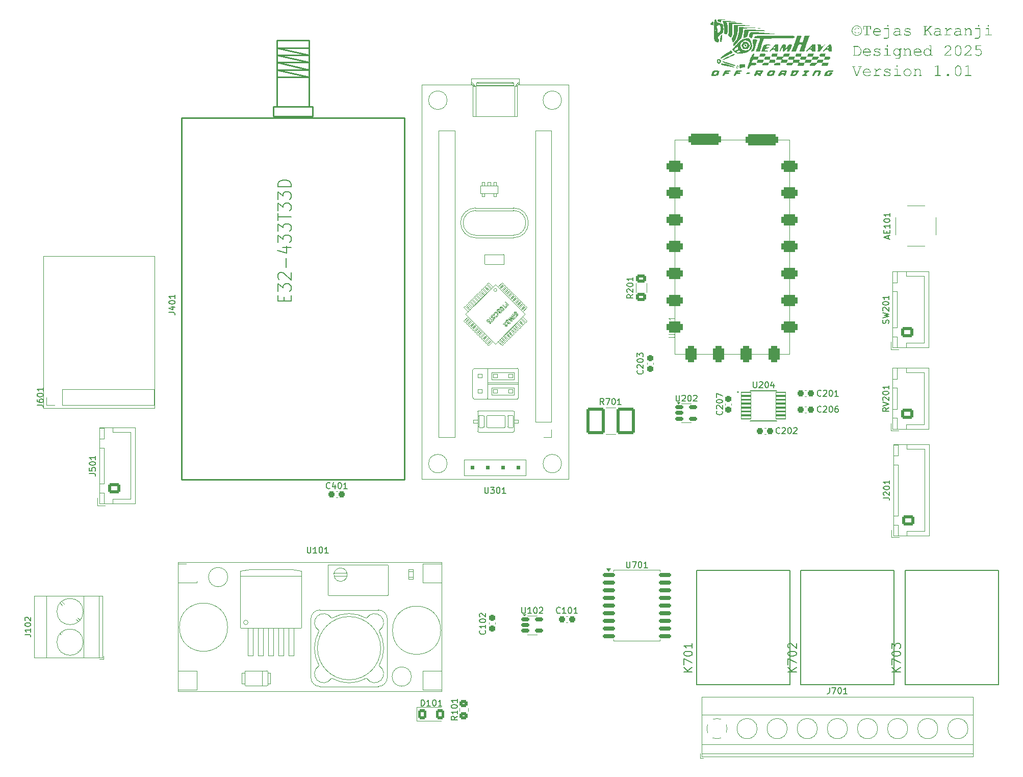
<source format=gto>
%TF.GenerationSoftware,KiCad,Pcbnew,8.0.4*%
%TF.CreationDate,2025-02-09T10:04:46+05:30*%
%TF.ProjectId,CAR PCB,43415220-5043-4422-9e6b-696361645f70,rev?*%
%TF.SameCoordinates,Original*%
%TF.FileFunction,Legend,Top*%
%TF.FilePolarity,Positive*%
%FSLAX46Y46*%
G04 Gerber Fmt 4.6, Leading zero omitted, Abs format (unit mm)*
G04 Created by KiCad (PCBNEW 8.0.4) date 2025-02-09 10:04:46*
%MOMM*%
%LPD*%
G01*
G04 APERTURE LIST*
G04 Aperture macros list*
%AMRoundRect*
0 Rectangle with rounded corners*
0 $1 Rounding radius*
0 $2 $3 $4 $5 $6 $7 $8 $9 X,Y pos of 4 corners*
0 Add a 4 corners polygon primitive as box body*
4,1,4,$2,$3,$4,$5,$6,$7,$8,$9,$2,$3,0*
0 Add four circle primitives for the rounded corners*
1,1,$1+$1,$2,$3*
1,1,$1+$1,$4,$5*
1,1,$1+$1,$6,$7*
1,1,$1+$1,$8,$9*
0 Add four rect primitives between the rounded corners*
20,1,$1+$1,$2,$3,$4,$5,0*
20,1,$1+$1,$4,$5,$6,$7,0*
20,1,$1+$1,$6,$7,$8,$9,0*
20,1,$1+$1,$8,$9,$2,$3,0*%
G04 Aperture macros list end*
%ADD10C,0.100000*%
%ADD11C,0.150000*%
%ADD12C,0.203000*%
%ADD13C,0.120000*%
%ADD14C,0.254000*%
%ADD15C,0.127000*%
%ADD16C,0.200000*%
%ADD17C,0.000000*%
%ADD18RoundRect,0.150000X-0.512500X-0.150000X0.512500X-0.150000X0.512500X0.150000X-0.512500X0.150000X0*%
%ADD19RoundRect,0.237500X-0.300000X-0.237500X0.300000X-0.237500X0.300000X0.237500X-0.300000X0.237500X0*%
%ADD20RoundRect,0.237500X0.300000X0.237500X-0.300000X0.237500X-0.300000X-0.237500X0.300000X-0.237500X0*%
%ADD21R,2.600000X2.600000*%
%ADD22C,2.600000*%
%ADD23RoundRect,0.475000X2.275000X0.475000X-2.275000X0.475000X-2.275000X-0.475000X2.275000X-0.475000X0*%
%ADD24RoundRect,0.475000X0.900000X0.475000X-0.900000X0.475000X-0.900000X-0.475000X0.900000X-0.475000X0*%
%ADD25RoundRect,0.475000X-0.475000X0.900000X-0.475000X-0.900000X0.475000X-0.900000X0.475000X0.900000X0*%
%ADD26RoundRect,0.237500X0.237500X-0.300000X0.237500X0.300000X-0.237500X0.300000X-0.237500X-0.300000X0*%
%ADD27RoundRect,0.250000X0.725000X-0.600000X0.725000X0.600000X-0.725000X0.600000X-0.725000X-0.600000X0*%
%ADD28O,1.950000X1.700000*%
%ADD29RoundRect,0.250000X-0.450000X0.350000X-0.450000X-0.350000X0.450000X-0.350000X0.450000X0.350000X0*%
%ADD30R,1.700000X1.700000*%
%ADD31C,1.700000*%
%ADD32RoundRect,0.076750X-0.810250X-0.230250X0.810250X-0.230250X0.810250X0.230250X-0.810250X0.230250X0*%
%ADD33RoundRect,0.250001X-0.462499X-0.624999X0.462499X-0.624999X0.462499X0.624999X-0.462499X0.624999X0*%
%ADD34O,1.700000X1.700000*%
%ADD35C,2.154000*%
%ADD36RoundRect,0.250001X-1.262499X-1.974999X1.262499X-1.974999X1.262499X1.974999X-1.262499X1.974999X0*%
%ADD37RoundRect,0.237500X-0.237500X0.300000X-0.237500X-0.300000X0.237500X-0.300000X0.237500X0.300000X0*%
%ADD38RoundRect,0.250000X0.625000X-0.400000X0.625000X0.400000X-0.625000X0.400000X-0.625000X-0.400000X0*%
%ADD39R,2.540000X2.540000*%
%ADD40C,2.540000*%
%ADD41RoundRect,0.150000X-0.875000X-0.150000X0.875000X-0.150000X0.875000X0.150000X-0.875000X0.150000X0*%
%ADD42C,2.050000*%
%ADD43C,2.250000*%
G04 APERTURE END LIST*
D10*
X68275200Y-78943200D02*
X86715600Y-78943200D01*
X86715600Y-104190800D01*
X68275200Y-104190800D01*
X68275200Y-78943200D01*
G36*
X203658234Y-41046560D02*
G01*
X203667515Y-41081731D01*
X203667515Y-41271263D01*
X203664096Y-41299107D01*
X203652372Y-41312296D01*
X203634787Y-41317181D01*
X203613294Y-41308388D01*
X203601570Y-41279567D01*
X203560812Y-41190541D01*
X203531716Y-41165262D01*
X203441170Y-41117227D01*
X203339890Y-41098601D01*
X203325575Y-41098339D01*
X203223481Y-41112931D01*
X203134630Y-41161284D01*
X203108199Y-41186755D01*
X203047293Y-41273274D01*
X203011668Y-41366258D01*
X203001221Y-41456399D01*
X203001221Y-41573147D01*
X203016059Y-41678019D01*
X203060572Y-41766954D01*
X203106734Y-41817390D01*
X203190837Y-41874543D01*
X203284146Y-41905318D01*
X203351465Y-41911179D01*
X203456445Y-41894556D01*
X203544067Y-41850592D01*
X203624247Y-41779151D01*
X203631856Y-41770496D01*
X203660677Y-41754864D01*
X203684124Y-41762680D01*
X203692428Y-41783685D01*
X203629519Y-41865842D01*
X203589358Y-41897502D01*
X203500856Y-41946841D01*
X203402842Y-41971027D01*
X203354396Y-41973706D01*
X203256636Y-41962766D01*
X203161646Y-41926767D01*
X203143859Y-41916553D01*
X203065867Y-41853548D01*
X202999976Y-41771769D01*
X202976308Y-41734348D01*
X202942047Y-41640185D01*
X202935275Y-41564843D01*
X202935275Y-41433929D01*
X202949907Y-41329080D01*
X202989027Y-41236710D01*
X203039323Y-41163796D01*
X203111909Y-41096305D01*
X203208503Y-41050936D01*
X203311543Y-41035938D01*
X203322645Y-41035813D01*
X203420199Y-41044686D01*
X203516599Y-41074942D01*
X203601570Y-41126671D01*
X203601570Y-41079777D01*
X203610851Y-41046071D01*
X203635764Y-41035813D01*
X203658234Y-41046560D01*
G37*
G36*
X203434983Y-40666691D02*
G01*
X203536428Y-40684794D01*
X203632839Y-40714967D01*
X203724218Y-40757208D01*
X203810564Y-40811519D01*
X203891877Y-40877899D01*
X203922993Y-40907830D01*
X203993919Y-40987588D01*
X204052824Y-41072379D01*
X204099707Y-41162203D01*
X204134569Y-41257059D01*
X204157409Y-41356948D01*
X204168229Y-41461870D01*
X204169190Y-41505248D01*
X204163180Y-41611901D01*
X204145148Y-41713570D01*
X204115094Y-41810253D01*
X204073020Y-41901952D01*
X204018924Y-41988665D01*
X203952806Y-42070393D01*
X203922993Y-42101689D01*
X203843693Y-42172896D01*
X203759360Y-42232034D01*
X203669995Y-42279104D01*
X203575596Y-42314104D01*
X203476165Y-42337035D01*
X203371701Y-42347897D01*
X203328506Y-42348863D01*
X203222299Y-42342828D01*
X203121053Y-42324725D01*
X203024768Y-42294552D01*
X202933444Y-42252310D01*
X202847081Y-42198000D01*
X202765679Y-42131620D01*
X202734508Y-42101689D01*
X202663723Y-42021955D01*
X202604935Y-41937235D01*
X202558145Y-41847531D01*
X202523352Y-41752841D01*
X202500557Y-41653167D01*
X202489759Y-41548507D01*
X202488800Y-41505248D01*
X202580635Y-41505248D01*
X202588328Y-41618557D01*
X202611409Y-41725479D01*
X202649878Y-41826011D01*
X202703733Y-41920155D01*
X202772976Y-42007911D01*
X202799476Y-42035743D01*
X202884885Y-42110281D01*
X202976614Y-42169398D01*
X203074662Y-42213092D01*
X203179030Y-42241365D01*
X203289718Y-42254217D01*
X203328018Y-42255073D01*
X203441276Y-42247363D01*
X203548043Y-42224230D01*
X203648318Y-42185676D01*
X203742101Y-42131700D01*
X203829393Y-42062303D01*
X203857048Y-42035743D01*
X203931254Y-41950117D01*
X203990107Y-41858102D01*
X204033607Y-41759699D01*
X204061754Y-41654908D01*
X204074548Y-41543727D01*
X204075401Y-41505248D01*
X204067725Y-41391623D01*
X204044695Y-41284490D01*
X204006313Y-41183849D01*
X203952577Y-41089699D01*
X203883489Y-41002041D01*
X203857048Y-40974264D01*
X203771920Y-40899560D01*
X203680300Y-40840312D01*
X203582189Y-40796520D01*
X203477586Y-40768184D01*
X203366492Y-40755304D01*
X203328018Y-40754445D01*
X203215224Y-40762173D01*
X203108749Y-40785357D01*
X203008594Y-40823997D01*
X202914759Y-40878093D01*
X202827244Y-40947645D01*
X202799476Y-40974264D01*
X202725104Y-41059758D01*
X202666120Y-41151744D01*
X202622522Y-41250222D01*
X202594312Y-41355191D01*
X202581490Y-41466652D01*
X202580635Y-41505248D01*
X202488800Y-41505248D01*
X202494798Y-41398313D01*
X202512794Y-41296411D01*
X202542788Y-41199541D01*
X202584779Y-41107704D01*
X202638768Y-41020900D01*
X202704754Y-40939129D01*
X202734508Y-40907830D01*
X202813925Y-40836623D01*
X202898303Y-40777484D01*
X202987643Y-40730415D01*
X203081943Y-40695415D01*
X203181205Y-40672484D01*
X203285428Y-40661622D01*
X203328506Y-40660656D01*
X203434983Y-40666691D01*
G37*
G36*
X205070446Y-40848235D02*
G01*
X205070446Y-42192547D01*
X205369888Y-42192547D01*
X205428995Y-42209644D01*
X205447069Y-42255073D01*
X205428995Y-42300014D01*
X205369888Y-42317600D01*
X204654257Y-42317600D01*
X204594661Y-42300014D01*
X204577076Y-42255073D01*
X204594661Y-42209644D01*
X204654257Y-42192547D01*
X204953698Y-42192547D01*
X204953698Y-40848235D01*
X204480844Y-40848235D01*
X204480844Y-41223392D01*
X204464724Y-41295687D01*
X204423203Y-41317181D01*
X204381682Y-41295687D01*
X204365562Y-41223392D01*
X204365562Y-40723182D01*
X205658583Y-40723182D01*
X205658583Y-41223392D01*
X205642463Y-41295687D01*
X205600942Y-41317181D01*
X205558932Y-41295687D01*
X205543301Y-41223392D01*
X205543301Y-40848235D01*
X205070446Y-40848235D01*
G37*
G36*
X206775221Y-41104779D02*
G01*
X206885955Y-41128571D01*
X206987104Y-41169895D01*
X207078670Y-41228749D01*
X207138206Y-41281521D01*
X207209276Y-41366616D01*
X207262627Y-41462042D01*
X207298260Y-41567799D01*
X207314701Y-41666672D01*
X207318458Y-41754864D01*
X206142184Y-41754864D01*
X206165265Y-41855248D01*
X206204222Y-41945373D01*
X206267025Y-42034503D01*
X206329763Y-42094850D01*
X206413080Y-42151270D01*
X206505739Y-42191570D01*
X206607741Y-42215750D01*
X206719086Y-42223810D01*
X206817821Y-42218521D01*
X206919853Y-42202653D01*
X206989707Y-42186197D01*
X207088602Y-42154186D01*
X207179150Y-42111755D01*
X207220760Y-42085569D01*
X207266190Y-42067495D01*
X207304291Y-42084103D01*
X207320900Y-42123182D01*
X207298918Y-42167146D01*
X207214554Y-42227496D01*
X207124036Y-42269297D01*
X207064445Y-42291221D01*
X206969189Y-42319085D01*
X206872464Y-42337830D01*
X206774272Y-42347455D01*
X206719086Y-42348863D01*
X206611329Y-42342165D01*
X206510441Y-42322072D01*
X206416423Y-42288584D01*
X206329274Y-42241701D01*
X206248994Y-42181423D01*
X206223761Y-42158353D01*
X206156362Y-42084096D01*
X206095353Y-41990343D01*
X206053325Y-41888923D01*
X206030278Y-41779836D01*
X206025436Y-41697223D01*
X206031188Y-41629812D01*
X206143649Y-41629812D01*
X207201709Y-41629812D01*
X207173588Y-41533753D01*
X207121496Y-41439528D01*
X207055851Y-41365984D01*
X207020970Y-41336720D01*
X206934369Y-41281937D01*
X206838881Y-41245083D01*
X206734506Y-41226158D01*
X206672679Y-41223392D01*
X206575104Y-41230383D01*
X206473799Y-41254962D01*
X206381458Y-41297239D01*
X206324878Y-41335255D01*
X206251689Y-41403583D01*
X206190762Y-41492827D01*
X206154282Y-41585138D01*
X206143649Y-41629812D01*
X206031188Y-41629812D01*
X206034342Y-41592854D01*
X206061059Y-41495171D01*
X206105588Y-41404173D01*
X206167929Y-41319860D01*
X206211549Y-41274683D01*
X206297228Y-41205971D01*
X206391415Y-41154135D01*
X206494110Y-41119177D01*
X206605314Y-41101095D01*
X206672679Y-41098339D01*
X206775221Y-41104779D01*
G37*
G36*
X208539672Y-40566867D02*
G01*
X208539672Y-40848235D01*
X208369190Y-40848235D01*
X208369190Y-40566867D01*
X208539672Y-40566867D01*
G37*
G36*
X208546511Y-41254655D02*
G01*
X207861165Y-41254655D01*
X207801570Y-41237069D01*
X207783984Y-41191151D01*
X207801081Y-41147188D01*
X207861165Y-41129602D01*
X208662282Y-41129602D01*
X208662282Y-42400154D01*
X208653764Y-42503331D01*
X208625311Y-42599913D01*
X208601709Y-42645373D01*
X208537208Y-42725035D01*
X208456719Y-42786281D01*
X208420481Y-42806574D01*
X208322387Y-42839734D01*
X208221179Y-42849072D01*
X207854326Y-42849072D01*
X207794731Y-42831975D01*
X207777146Y-42787523D01*
X207794731Y-42741605D01*
X207854326Y-42724020D01*
X208218248Y-42724020D01*
X208320555Y-42710624D01*
X208413404Y-42665881D01*
X208455652Y-42628765D01*
X208514479Y-42544350D01*
X208543316Y-42445102D01*
X208546511Y-42394292D01*
X208546511Y-41254655D01*
G37*
G36*
X210143462Y-41104964D02*
G01*
X210245141Y-41128256D01*
X210340262Y-41173803D01*
X210380774Y-41204341D01*
X210450581Y-41280171D01*
X210493686Y-41370400D01*
X210503384Y-41443210D01*
X210503384Y-42192547D01*
X210657257Y-42192547D01*
X210717341Y-42209644D01*
X210735415Y-42255073D01*
X210717341Y-42300014D01*
X210657257Y-42317600D01*
X210386636Y-42317600D01*
X210386636Y-42130998D01*
X210307186Y-42193762D01*
X210209641Y-42255036D01*
X210109692Y-42300992D01*
X210007339Y-42331629D01*
X209902582Y-42346948D01*
X209849302Y-42348863D01*
X209751177Y-42342299D01*
X209654363Y-42319222D01*
X209563649Y-42274094D01*
X209524947Y-42243838D01*
X209458479Y-42165699D01*
X209417434Y-42067685D01*
X209408199Y-41985429D01*
X209408345Y-41984452D01*
X209523482Y-41984452D01*
X209546505Y-42082927D01*
X209605059Y-42154934D01*
X209691172Y-42202017D01*
X209787755Y-42221389D01*
X209843929Y-42223810D01*
X209944212Y-42216999D01*
X210047950Y-42194033D01*
X210121877Y-42166169D01*
X210211125Y-42118181D01*
X210293862Y-42060632D01*
X210369631Y-41997498D01*
X210386636Y-41982010D01*
X210386636Y-41736302D01*
X210286899Y-41713751D01*
X210214689Y-41703084D01*
X210115776Y-41694699D01*
X210023691Y-41692338D01*
X209918889Y-41697363D01*
X209811994Y-41715414D01*
X209718839Y-41746594D01*
X209630460Y-41797362D01*
X209557331Y-41871641D01*
X209524422Y-41964298D01*
X209523482Y-41984452D01*
X209408345Y-41984452D01*
X209423226Y-41884860D01*
X209468306Y-41792592D01*
X209534574Y-41716647D01*
X209562072Y-41692826D01*
X209647863Y-41637902D01*
X209751361Y-41598671D01*
X209856447Y-41577216D01*
X209957312Y-41568389D01*
X210011479Y-41567285D01*
X210110854Y-41571246D01*
X210184403Y-41578521D01*
X210281856Y-41592565D01*
X210379873Y-41611720D01*
X210386636Y-41613203D01*
X210386636Y-41440279D01*
X210355638Y-41344539D01*
X210298709Y-41288360D01*
X210204942Y-41243948D01*
X210107656Y-41226500D01*
X210034927Y-41223392D01*
X209929422Y-41232800D01*
X209824038Y-41254494D01*
X209715961Y-41284353D01*
X209656839Y-41303015D01*
X209600663Y-41317181D01*
X209562561Y-41300084D01*
X209546929Y-41256609D01*
X209560607Y-41218018D01*
X209655312Y-41176527D01*
X209715945Y-41158911D01*
X209816634Y-41132411D01*
X209914291Y-41111649D01*
X210018773Y-41098872D01*
X210040300Y-41098339D01*
X210143462Y-41104964D01*
G37*
G36*
X212116364Y-41223392D02*
G01*
X212132484Y-41152073D01*
X212174005Y-41129602D01*
X212216504Y-41147188D01*
X212233112Y-41205806D01*
X212233112Y-41398758D01*
X212216504Y-41456399D01*
X212174005Y-41473496D01*
X212134438Y-41459819D01*
X212116364Y-41415366D01*
X212072391Y-41325510D01*
X212030879Y-41292757D01*
X211936082Y-41250487D01*
X211831323Y-41228878D01*
X211732903Y-41223392D01*
X211630696Y-41229110D01*
X211533266Y-41248879D01*
X211438767Y-41291240D01*
X211431996Y-41295687D01*
X211362310Y-41368617D01*
X211350907Y-41417320D01*
X211392350Y-41506188D01*
X211447139Y-41543838D01*
X211542638Y-41575345D01*
X211642580Y-41592190D01*
X211697243Y-41598549D01*
X211795354Y-41610226D01*
X211900820Y-41626270D01*
X211998133Y-41647454D01*
X212030879Y-41657655D01*
X212121279Y-41698780D01*
X212202437Y-41759955D01*
X212229204Y-41790523D01*
X212278297Y-41878573D01*
X212294661Y-41973706D01*
X212277922Y-42070646D01*
X212227704Y-42159967D01*
X212153000Y-42234557D01*
X212063120Y-42289812D01*
X211965644Y-42323747D01*
X211866778Y-42341718D01*
X211755244Y-42348751D01*
X211738276Y-42348863D01*
X211639180Y-42343745D01*
X211532381Y-42324838D01*
X211435072Y-42292000D01*
X211347252Y-42245230D01*
X211290335Y-42203294D01*
X211284961Y-42277544D01*
X211264933Y-42305876D01*
X211232693Y-42317600D01*
X211191661Y-42300503D01*
X211175052Y-42243838D01*
X211175052Y-42016204D01*
X211190684Y-41959539D01*
X211232693Y-41942442D01*
X211274703Y-41957586D01*
X211291800Y-41997641D01*
X211323552Y-42090454D01*
X211400548Y-42152014D01*
X211476448Y-42186197D01*
X211577507Y-42211909D01*
X211678715Y-42222488D01*
X211734368Y-42223810D01*
X211839759Y-42218986D01*
X211941099Y-42202028D01*
X212040191Y-42164719D01*
X212069469Y-42146630D01*
X212144603Y-42076986D01*
X212179379Y-41982498D01*
X212147946Y-41888305D01*
X212068004Y-41823740D01*
X211969246Y-41784608D01*
X211864803Y-41760499D01*
X211766755Y-41746775D01*
X211740230Y-41744117D01*
X211640365Y-41732882D01*
X211536915Y-41716090D01*
X211437946Y-41689697D01*
X211431996Y-41687453D01*
X211344444Y-41638982D01*
X211286427Y-41579498D01*
X211242785Y-41489858D01*
X211234159Y-41424159D01*
X211254629Y-41320409D01*
X211316041Y-41234108D01*
X211379728Y-41186267D01*
X211476242Y-41139899D01*
X211572567Y-41112851D01*
X211677857Y-41099713D01*
X211727529Y-41098339D01*
X211827781Y-41104323D01*
X211931935Y-41125817D01*
X212024976Y-41162941D01*
X212116364Y-41223392D01*
G37*
G36*
X214721458Y-41692338D02*
G01*
X214721458Y-42192547D01*
X214934438Y-42192547D01*
X214994522Y-42209644D01*
X215012596Y-42255073D01*
X214994522Y-42300014D01*
X214934438Y-42317600D01*
X214450837Y-42317600D01*
X214391242Y-42300014D01*
X214373656Y-42255073D01*
X214391242Y-42209644D01*
X214450837Y-42192547D01*
X214606176Y-42192547D01*
X214606176Y-40848235D01*
X214450837Y-40848235D01*
X214391242Y-40831138D01*
X214373656Y-40785708D01*
X214391242Y-40740279D01*
X214450837Y-40723182D01*
X214934438Y-40723182D01*
X214994522Y-40740279D01*
X215012596Y-40785708D01*
X214994522Y-40831138D01*
X214934438Y-40848235D01*
X214721458Y-40848235D01*
X214721458Y-41536022D01*
X215518178Y-40848235D01*
X215391661Y-40848235D01*
X215331088Y-40831138D01*
X215313503Y-40785708D01*
X215331088Y-40740279D01*
X215391661Y-40723182D01*
X215731158Y-40723182D01*
X215790265Y-40740279D01*
X215808339Y-40785708D01*
X215790265Y-40831138D01*
X215731158Y-40848235D01*
X215684264Y-40848235D01*
X215049721Y-41400712D01*
X215141398Y-41441500D01*
X215228375Y-41493237D01*
X215284682Y-41536999D01*
X215353765Y-41609311D01*
X215415522Y-41695148D01*
X215464933Y-41779288D01*
X215508608Y-41868673D01*
X215552625Y-41968339D01*
X215592410Y-42062243D01*
X215629998Y-42153037D01*
X215646162Y-42192547D01*
X215790265Y-42192547D01*
X215850349Y-42209644D01*
X215868423Y-42255073D01*
X215850349Y-42300014D01*
X215790265Y-42317600D01*
X215567515Y-42317600D01*
X215523109Y-42198241D01*
X215480504Y-42090026D01*
X215439700Y-41992955D01*
X215391228Y-41887287D01*
X215345571Y-41799030D01*
X215286380Y-41704723D01*
X215262700Y-41674752D01*
X215188276Y-41601663D01*
X215104036Y-41543411D01*
X215009982Y-41499997D01*
X214953489Y-41482289D01*
X214721458Y-41692338D01*
G37*
G36*
X216865025Y-41104964D02*
G01*
X216966704Y-41128256D01*
X217061825Y-41173803D01*
X217102338Y-41204341D01*
X217172144Y-41280171D01*
X217215249Y-41370400D01*
X217224947Y-41443210D01*
X217224947Y-42192547D01*
X217378820Y-42192547D01*
X217438904Y-42209644D01*
X217456978Y-42255073D01*
X217438904Y-42300014D01*
X217378820Y-42317600D01*
X217108199Y-42317600D01*
X217108199Y-42130998D01*
X217028749Y-42193762D01*
X216931204Y-42255036D01*
X216831256Y-42300992D01*
X216728903Y-42331629D01*
X216624145Y-42346948D01*
X216570865Y-42348863D01*
X216472741Y-42342299D01*
X216375926Y-42319222D01*
X216285213Y-42274094D01*
X216246511Y-42243838D01*
X216180042Y-42165699D01*
X216138997Y-42067685D01*
X216129763Y-41985429D01*
X216129909Y-41984452D01*
X216245045Y-41984452D01*
X216268068Y-42082927D01*
X216326622Y-42154934D01*
X216412735Y-42202017D01*
X216509318Y-42221389D01*
X216565492Y-42223810D01*
X216665775Y-42216999D01*
X216769513Y-42194033D01*
X216843440Y-42166169D01*
X216932688Y-42118181D01*
X217015425Y-42060632D01*
X217091194Y-41997498D01*
X217108199Y-41982010D01*
X217108199Y-41736302D01*
X217008462Y-41713751D01*
X216936252Y-41703084D01*
X216837339Y-41694699D01*
X216745254Y-41692338D01*
X216640452Y-41697363D01*
X216533557Y-41715414D01*
X216440402Y-41746594D01*
X216352024Y-41797362D01*
X216278894Y-41871641D01*
X216245985Y-41964298D01*
X216245045Y-41984452D01*
X216129909Y-41984452D01*
X216144789Y-41884860D01*
X216189869Y-41792592D01*
X216256137Y-41716647D01*
X216283636Y-41692826D01*
X216369426Y-41637902D01*
X216472924Y-41598671D01*
X216578010Y-41577216D01*
X216678875Y-41568389D01*
X216733042Y-41567285D01*
X216832417Y-41571246D01*
X216905966Y-41578521D01*
X217003419Y-41592565D01*
X217101436Y-41611720D01*
X217108199Y-41613203D01*
X217108199Y-41440279D01*
X217077202Y-41344539D01*
X217020272Y-41288360D01*
X216926506Y-41243948D01*
X216829219Y-41226500D01*
X216756490Y-41223392D01*
X216650985Y-41232800D01*
X216545601Y-41254494D01*
X216437524Y-41284353D01*
X216378402Y-41303015D01*
X216322226Y-41317181D01*
X216284124Y-41300084D01*
X216268492Y-41256609D01*
X216282170Y-41218018D01*
X216376875Y-41176527D01*
X216437509Y-41158911D01*
X216538198Y-41132411D01*
X216635854Y-41111649D01*
X216740336Y-41098872D01*
X216761863Y-41098339D01*
X216865025Y-41104964D01*
G37*
G36*
X218318667Y-41129602D02*
G01*
X218318667Y-41420251D01*
X218399130Y-41348633D01*
X218482932Y-41278058D01*
X218565425Y-41214516D01*
X218648620Y-41160764D01*
X218655722Y-41156957D01*
X218750330Y-41116886D01*
X218850439Y-41098568D01*
X218862351Y-41098339D01*
X218961758Y-41115803D01*
X219048298Y-41163895D01*
X219053838Y-41168193D01*
X219125725Y-41235564D01*
X219142742Y-41273217D01*
X219125645Y-41317181D01*
X219082170Y-41334278D01*
X219058723Y-41329393D01*
X219023063Y-41298618D01*
X218944037Y-41239399D01*
X218939532Y-41237558D01*
X218869679Y-41223392D01*
X218768918Y-41244229D01*
X218687474Y-41282498D01*
X218605700Y-41336089D01*
X218518368Y-41402935D01*
X218440086Y-41467054D01*
X218350848Y-41543161D01*
X218318667Y-41571193D01*
X218318667Y-42192547D01*
X218829623Y-42192547D01*
X218889707Y-42209644D01*
X218907781Y-42255073D01*
X218889707Y-42300014D01*
X218829623Y-42317600D01*
X217923970Y-42317600D01*
X217864864Y-42300014D01*
X217847278Y-42255073D01*
X217864375Y-42210621D01*
X217923970Y-42192547D01*
X218202896Y-42192547D01*
X218202896Y-41254655D01*
X217989916Y-41254655D01*
X217930809Y-41237558D01*
X217913224Y-41192128D01*
X217930321Y-41147676D01*
X217989916Y-41129602D01*
X218318667Y-41129602D01*
G37*
G36*
X220225807Y-41104964D02*
G01*
X220327486Y-41128256D01*
X220422607Y-41173803D01*
X220463119Y-41204341D01*
X220532925Y-41280171D01*
X220576030Y-41370400D01*
X220585729Y-41443210D01*
X220585729Y-42192547D01*
X220739602Y-42192547D01*
X220799686Y-42209644D01*
X220817760Y-42255073D01*
X220799686Y-42300014D01*
X220739602Y-42317600D01*
X220468981Y-42317600D01*
X220468981Y-42130998D01*
X220389530Y-42193762D01*
X220291986Y-42255036D01*
X220192037Y-42300992D01*
X220089684Y-42331629D01*
X219984927Y-42346948D01*
X219931647Y-42348863D01*
X219833522Y-42342299D01*
X219736707Y-42319222D01*
X219645994Y-42274094D01*
X219607292Y-42243838D01*
X219540823Y-42165699D01*
X219499779Y-42067685D01*
X219490544Y-41985429D01*
X219490690Y-41984452D01*
X219605827Y-41984452D01*
X219628850Y-42082927D01*
X219687404Y-42154934D01*
X219773517Y-42202017D01*
X219870099Y-42221389D01*
X219926273Y-42223810D01*
X220026556Y-42216999D01*
X220130295Y-42194033D01*
X220204222Y-42166169D01*
X220293470Y-42118181D01*
X220376207Y-42060632D01*
X220451976Y-41997498D01*
X220468981Y-41982010D01*
X220468981Y-41736302D01*
X220369244Y-41713751D01*
X220297034Y-41703084D01*
X220198121Y-41694699D01*
X220106036Y-41692338D01*
X220001233Y-41697363D01*
X219894339Y-41715414D01*
X219801183Y-41746594D01*
X219712805Y-41797362D01*
X219639675Y-41871641D01*
X219606767Y-41964298D01*
X219605827Y-41984452D01*
X219490690Y-41984452D01*
X219505571Y-41884860D01*
X219550651Y-41792592D01*
X219616918Y-41716647D01*
X219644417Y-41692826D01*
X219730207Y-41637902D01*
X219833705Y-41598671D01*
X219938792Y-41577216D01*
X220039656Y-41568389D01*
X220093824Y-41567285D01*
X220193198Y-41571246D01*
X220266748Y-41578521D01*
X220364201Y-41592565D01*
X220462218Y-41611720D01*
X220468981Y-41613203D01*
X220468981Y-41440279D01*
X220437983Y-41344539D01*
X220381054Y-41288360D01*
X220287287Y-41243948D01*
X220190000Y-41226500D01*
X220117271Y-41223392D01*
X220011767Y-41232800D01*
X219906383Y-41254494D01*
X219798305Y-41284353D01*
X219739183Y-41303015D01*
X219683007Y-41317181D01*
X219644906Y-41300084D01*
X219629274Y-41256609D01*
X219642952Y-41218018D01*
X219737657Y-41176527D01*
X219798290Y-41158911D01*
X219898979Y-41132411D01*
X219996635Y-41111649D01*
X220101118Y-41098872D01*
X220122645Y-41098339D01*
X220225807Y-41104964D01*
G37*
G36*
X221444487Y-41129602D02*
G01*
X221444487Y-41317181D01*
X221517865Y-41247123D01*
X221599747Y-41182826D01*
X221662840Y-41145722D01*
X221759798Y-41111712D01*
X221859975Y-41098756D01*
X221882659Y-41098339D01*
X221986031Y-41107449D01*
X222081825Y-41134779D01*
X222123482Y-41153538D01*
X222205279Y-41215997D01*
X222262700Y-41287872D01*
X222307580Y-41376522D01*
X222325166Y-41473685D01*
X222325227Y-41479847D01*
X222325227Y-42192547D01*
X222422435Y-42192547D01*
X222481542Y-42209644D01*
X222499616Y-42255073D01*
X222481542Y-42300014D01*
X222422435Y-42317600D01*
X222113224Y-42317600D01*
X222052652Y-42300014D01*
X222035066Y-42255073D01*
X222052652Y-42209644D01*
X222113224Y-42192547D01*
X222209455Y-42192547D01*
X222209455Y-41506225D01*
X222192345Y-41409373D01*
X222136038Y-41321166D01*
X222120063Y-41305457D01*
X222037750Y-41252323D01*
X221935283Y-41226277D01*
X221881193Y-41223392D01*
X221781037Y-41233803D01*
X221688637Y-41267859D01*
X221683356Y-41270775D01*
X221603636Y-41332014D01*
X221534561Y-41401519D01*
X221463624Y-41481921D01*
X221444487Y-41504759D01*
X221444487Y-42192547D01*
X221574913Y-42192547D01*
X221633531Y-42209644D01*
X221651605Y-42255073D01*
X221633531Y-42300014D01*
X221574913Y-42317600D01*
X221198290Y-42317600D01*
X221139183Y-42300014D01*
X221121598Y-42255073D01*
X221139183Y-42209644D01*
X221198290Y-42192547D01*
X221328716Y-42192547D01*
X221328716Y-41254655D01*
X221231507Y-41254655D01*
X221171912Y-41237558D01*
X221154326Y-41192128D01*
X221171912Y-41147676D01*
X221231507Y-41129602D01*
X221444487Y-41129602D01*
G37*
G36*
X223663189Y-40566867D02*
G01*
X223663189Y-40848235D01*
X223492707Y-40848235D01*
X223492707Y-40566867D01*
X223663189Y-40566867D01*
G37*
G36*
X223670028Y-41254655D02*
G01*
X222984682Y-41254655D01*
X222925087Y-41237069D01*
X222907502Y-41191151D01*
X222924599Y-41147188D01*
X222984682Y-41129602D01*
X223785799Y-41129602D01*
X223785799Y-42400154D01*
X223777281Y-42503331D01*
X223748828Y-42599913D01*
X223725227Y-42645373D01*
X223660725Y-42725035D01*
X223580236Y-42786281D01*
X223543998Y-42806574D01*
X223445904Y-42839734D01*
X223344696Y-42849072D01*
X222977843Y-42849072D01*
X222918248Y-42831975D01*
X222900663Y-42787523D01*
X222918248Y-42741605D01*
X222977843Y-42724020D01*
X223341765Y-42724020D01*
X223444073Y-42710624D01*
X223536921Y-42665881D01*
X223579169Y-42628765D01*
X223637997Y-42544350D01*
X223666833Y-42445102D01*
X223670028Y-42394292D01*
X223670028Y-41254655D01*
G37*
G36*
X225235136Y-40566867D02*
G01*
X225235136Y-40848235D01*
X225064654Y-40848235D01*
X225064654Y-40566867D01*
X225235136Y-40566867D01*
G37*
G36*
X225239044Y-41129602D02*
G01*
X225239044Y-42192547D01*
X225692847Y-42192547D01*
X225752931Y-42209644D01*
X225771005Y-42255073D01*
X225752931Y-42300014D01*
X225692847Y-42317600D01*
X224670446Y-42317600D01*
X224611340Y-42300014D01*
X224593754Y-42255073D01*
X224611340Y-42209644D01*
X224670446Y-42192547D01*
X225123761Y-42192547D01*
X225123761Y-41254655D01*
X224787194Y-41254655D01*
X224727599Y-41237069D01*
X224709037Y-41193105D01*
X224726622Y-41147188D01*
X224787194Y-41129602D01*
X225239044Y-41129602D01*
G37*
G36*
X203509338Y-44091631D02*
G01*
X203607798Y-44116979D01*
X203669469Y-44143266D01*
X203757989Y-44194509D01*
X203836486Y-44260648D01*
X203853140Y-44279553D01*
X203915813Y-44361890D01*
X203968278Y-44447089D01*
X204014198Y-44544113D01*
X204017760Y-44553105D01*
X204045142Y-44652295D01*
X204056838Y-44757459D01*
X204057816Y-44801256D01*
X204057816Y-44959526D01*
X204051595Y-45057594D01*
X204032931Y-45153962D01*
X204001826Y-45248630D01*
X203979169Y-45300489D01*
X203926937Y-45389764D01*
X203858166Y-45472394D01*
X203783153Y-45540263D01*
X203718318Y-45587718D01*
X203629246Y-45635117D01*
X203531778Y-45664960D01*
X203425914Y-45677248D01*
X203403733Y-45677600D01*
X202782868Y-45677600D01*
X202723273Y-45660014D01*
X202705687Y-45615073D01*
X202723273Y-45569644D01*
X202782868Y-45552547D01*
X202880565Y-45552547D01*
X202995848Y-45552547D01*
X203414968Y-45552547D01*
X203512853Y-45541638D01*
X203606352Y-45508910D01*
X203687543Y-45460223D01*
X203767414Y-45392086D01*
X203832393Y-45315290D01*
X203878541Y-45237962D01*
X203917536Y-45141357D01*
X203938533Y-45045713D01*
X203942533Y-44982484D01*
X203942533Y-44778297D01*
X203933984Y-44679501D01*
X203908339Y-44592184D01*
X203865268Y-44504142D01*
X203810794Y-44419535D01*
X203768144Y-44365038D01*
X203693024Y-44298466D01*
X203622575Y-44257083D01*
X203529030Y-44222021D01*
X203428831Y-44208425D01*
X203414968Y-44208235D01*
X202995848Y-44208235D01*
X202995848Y-45552547D01*
X202880565Y-45552547D01*
X202880565Y-44208235D01*
X202782868Y-44208235D01*
X202723273Y-44191138D01*
X202705687Y-44145708D01*
X202723273Y-44100279D01*
X202782868Y-44083182D01*
X203403733Y-44083182D01*
X203509338Y-44091631D01*
G37*
G36*
X205094831Y-44464779D02*
G01*
X205205564Y-44488571D01*
X205306713Y-44529895D01*
X205398279Y-44588749D01*
X205457816Y-44641521D01*
X205528885Y-44726616D01*
X205582236Y-44822042D01*
X205617870Y-44927799D01*
X205634310Y-45026672D01*
X205638067Y-45114864D01*
X204461793Y-45114864D01*
X204484874Y-45215248D01*
X204523831Y-45305373D01*
X204586634Y-45394503D01*
X204649372Y-45454850D01*
X204732689Y-45511270D01*
X204825349Y-45551570D01*
X204927351Y-45575750D01*
X205038695Y-45583810D01*
X205137430Y-45578521D01*
X205239462Y-45562653D01*
X205309316Y-45546197D01*
X205408211Y-45514186D01*
X205498759Y-45471755D01*
X205540370Y-45445569D01*
X205585799Y-45427495D01*
X205623901Y-45444103D01*
X205640509Y-45483182D01*
X205618527Y-45527146D01*
X205534163Y-45587496D01*
X205443646Y-45629297D01*
X205384054Y-45651221D01*
X205288798Y-45679085D01*
X205192074Y-45697830D01*
X205093881Y-45707455D01*
X205038695Y-45708863D01*
X204930938Y-45702165D01*
X204830050Y-45682072D01*
X204736032Y-45648584D01*
X204648883Y-45601701D01*
X204568604Y-45541423D01*
X204543370Y-45518353D01*
X204475971Y-45444096D01*
X204414963Y-45350343D01*
X204372935Y-45248923D01*
X204349887Y-45139836D01*
X204345045Y-45057223D01*
X204350797Y-44989812D01*
X204463259Y-44989812D01*
X205521319Y-44989812D01*
X205493197Y-44893753D01*
X205441105Y-44799528D01*
X205375460Y-44725984D01*
X205340579Y-44696720D01*
X205253978Y-44641937D01*
X205158490Y-44605083D01*
X205054115Y-44586158D01*
X204992289Y-44583392D01*
X204894714Y-44590383D01*
X204793408Y-44614962D01*
X204701067Y-44657239D01*
X204644487Y-44695255D01*
X204571298Y-44763583D01*
X204510371Y-44852827D01*
X204473891Y-44945138D01*
X204463259Y-44989812D01*
X204350797Y-44989812D01*
X204353951Y-44952854D01*
X204380668Y-44855171D01*
X204425197Y-44764173D01*
X204487538Y-44679860D01*
X204531158Y-44634683D01*
X204616837Y-44565971D01*
X204711024Y-44514135D01*
X204813719Y-44479177D01*
X204924923Y-44461095D01*
X204992289Y-44458339D01*
X205094831Y-44464779D01*
G37*
G36*
X207075192Y-44583392D02*
G01*
X207091312Y-44512073D01*
X207132833Y-44489602D01*
X207175331Y-44507188D01*
X207191940Y-44565806D01*
X207191940Y-44758758D01*
X207175331Y-44816399D01*
X207132833Y-44833496D01*
X207093266Y-44819819D01*
X207075192Y-44775366D01*
X207031218Y-44685510D01*
X206989707Y-44652757D01*
X206894910Y-44610487D01*
X206790151Y-44588878D01*
X206691730Y-44583392D01*
X206589523Y-44589110D01*
X206492093Y-44608879D01*
X206397594Y-44651240D01*
X206390823Y-44655687D01*
X206321138Y-44728617D01*
X206309735Y-44777320D01*
X206351178Y-44866188D01*
X206405966Y-44903838D01*
X206501465Y-44935345D01*
X206601407Y-44952190D01*
X206656071Y-44958549D01*
X206754182Y-44970226D01*
X206859647Y-44986270D01*
X206956960Y-45007454D01*
X206989707Y-45017655D01*
X207080107Y-45058780D01*
X207161264Y-45119955D01*
X207188032Y-45150523D01*
X207237125Y-45238573D01*
X207253489Y-45333706D01*
X207236750Y-45430646D01*
X207186532Y-45519967D01*
X207111828Y-45594557D01*
X207021947Y-45649812D01*
X206924471Y-45683747D01*
X206825606Y-45701718D01*
X206714071Y-45708751D01*
X206697104Y-45708863D01*
X206598008Y-45703745D01*
X206491208Y-45684838D01*
X206393899Y-45652000D01*
X206306080Y-45605230D01*
X206249162Y-45563294D01*
X206243789Y-45637544D01*
X206223761Y-45665876D01*
X206191521Y-45677600D01*
X206150488Y-45660503D01*
X206133880Y-45603838D01*
X206133880Y-45376204D01*
X206149511Y-45319539D01*
X206191521Y-45302442D01*
X206233531Y-45317586D01*
X206250628Y-45357641D01*
X206282379Y-45450454D01*
X206359376Y-45512014D01*
X206435275Y-45546197D01*
X206536335Y-45571909D01*
X206637543Y-45582488D01*
X206693196Y-45583810D01*
X206798587Y-45578986D01*
X206899926Y-45562028D01*
X206999018Y-45524719D01*
X207028297Y-45506630D01*
X207103430Y-45436986D01*
X207138206Y-45342498D01*
X207106773Y-45248305D01*
X207026832Y-45183740D01*
X206928074Y-45144608D01*
X206823631Y-45120499D01*
X206725583Y-45106775D01*
X206699058Y-45104117D01*
X206599193Y-45092882D01*
X206495743Y-45076090D01*
X206396773Y-45049697D01*
X206390823Y-45047453D01*
X206303272Y-44998982D01*
X206245254Y-44939498D01*
X206201613Y-44849858D01*
X206192987Y-44784159D01*
X206213457Y-44680409D01*
X206274869Y-44594108D01*
X206338555Y-44546267D01*
X206435069Y-44499899D01*
X206531395Y-44472851D01*
X206636684Y-44459713D01*
X206686357Y-44458339D01*
X206786608Y-44464323D01*
X206890763Y-44485817D01*
X206983804Y-44522941D01*
X207075192Y-44583392D01*
G37*
G36*
X208431228Y-43926867D02*
G01*
X208431228Y-44208235D01*
X208260746Y-44208235D01*
X208260746Y-43926867D01*
X208431228Y-43926867D01*
G37*
G36*
X208435136Y-44489602D02*
G01*
X208435136Y-45552547D01*
X208888939Y-45552547D01*
X208949023Y-45569644D01*
X208967097Y-45615073D01*
X208949023Y-45660014D01*
X208888939Y-45677600D01*
X207866539Y-45677600D01*
X207807432Y-45660014D01*
X207789846Y-45615073D01*
X207807432Y-45569644D01*
X207866539Y-45552547D01*
X208319853Y-45552547D01*
X208319853Y-44614655D01*
X207983287Y-44614655D01*
X207923691Y-44597069D01*
X207905129Y-44553105D01*
X207922714Y-44507188D01*
X207983287Y-44489602D01*
X208435136Y-44489602D01*
G37*
G36*
X210070550Y-44467527D02*
G01*
X210168993Y-44495090D01*
X210259914Y-44541029D01*
X210343314Y-44605343D01*
X210419191Y-44688032D01*
X210442812Y-44719679D01*
X210442812Y-44489602D01*
X210713433Y-44489602D01*
X210772051Y-44507188D01*
X210790125Y-44552128D01*
X210772051Y-44597069D01*
X210713433Y-44614655D01*
X210558095Y-44614655D01*
X210558095Y-45761131D01*
X210547254Y-45863276D01*
X210511793Y-45960164D01*
X210508758Y-45965806D01*
X210446227Y-46046349D01*
X210398360Y-46089881D01*
X210316409Y-46150675D01*
X210258653Y-46181717D01*
X210163093Y-46205225D01*
X210089637Y-46209072D01*
X209762840Y-46209072D01*
X209703245Y-46191975D01*
X209685659Y-46147523D01*
X209703245Y-46101605D01*
X209762840Y-46084020D01*
X210093545Y-46084020D01*
X210190509Y-46071441D01*
X210277215Y-46033706D01*
X210356033Y-45967669D01*
X210412526Y-45887648D01*
X210440416Y-45792654D01*
X210442812Y-45746964D01*
X210442812Y-45415283D01*
X210369442Y-45504429D01*
X210288550Y-45575132D01*
X210200136Y-45627390D01*
X210104200Y-45661205D01*
X210000742Y-45676575D01*
X209964585Y-45677600D01*
X209863829Y-45669044D01*
X209769291Y-45643379D01*
X209680971Y-45600603D01*
X209598869Y-45540717D01*
X209554745Y-45498814D01*
X209487556Y-45416898D01*
X209436869Y-45328017D01*
X209402685Y-45232171D01*
X209385004Y-45129358D01*
X209382310Y-45067481D01*
X209499058Y-45067481D01*
X209507728Y-45165209D01*
X209538211Y-45265883D01*
X209590641Y-45356743D01*
X209637788Y-45411863D01*
X209720190Y-45479870D01*
X209811324Y-45525619D01*
X209911191Y-45549112D01*
X209970446Y-45552547D01*
X210074968Y-45541419D01*
X210170911Y-45508034D01*
X210258276Y-45452392D01*
X210303105Y-45411863D01*
X210370639Y-45327547D01*
X210416071Y-45233415D01*
X210439401Y-45129469D01*
X210442812Y-45067481D01*
X210434080Y-44969601D01*
X210403383Y-44868973D01*
X210350584Y-44778393D01*
X210303105Y-44723587D01*
X210220506Y-44655817D01*
X210129328Y-44610226D01*
X210029573Y-44586814D01*
X209970446Y-44583392D01*
X209865728Y-44594558D01*
X209769742Y-44628059D01*
X209682488Y-44683894D01*
X209637788Y-44724564D01*
X209570726Y-44808567D01*
X209525611Y-44902308D01*
X209502445Y-45005786D01*
X209499058Y-45067481D01*
X209382310Y-45067481D01*
X209390561Y-44960544D01*
X209415315Y-44860714D01*
X209456571Y-44767990D01*
X209514331Y-44682371D01*
X209554745Y-44636636D01*
X209633294Y-44567163D01*
X209718061Y-44514754D01*
X209822552Y-44475751D01*
X209920642Y-44459906D01*
X209964585Y-44458339D01*
X210070550Y-44467527D01*
G37*
G36*
X211362142Y-44489602D02*
G01*
X211362142Y-44677181D01*
X211435520Y-44607123D01*
X211517402Y-44542826D01*
X211580495Y-44505722D01*
X211677453Y-44471712D01*
X211777631Y-44458756D01*
X211800314Y-44458339D01*
X211903686Y-44467449D01*
X211999480Y-44494779D01*
X212041137Y-44513538D01*
X212122934Y-44575997D01*
X212180356Y-44647872D01*
X212225235Y-44736522D01*
X212242821Y-44833685D01*
X212242882Y-44839847D01*
X212242882Y-45552547D01*
X212340090Y-45552547D01*
X212399197Y-45569644D01*
X212417271Y-45615073D01*
X212399197Y-45660014D01*
X212340090Y-45677600D01*
X212030879Y-45677600D01*
X211970307Y-45660014D01*
X211952721Y-45615073D01*
X211970307Y-45569644D01*
X212030879Y-45552547D01*
X212127111Y-45552547D01*
X212127111Y-44866225D01*
X212110000Y-44769373D01*
X212053693Y-44681166D01*
X212037718Y-44665457D01*
X211955406Y-44612323D01*
X211852939Y-44586277D01*
X211798848Y-44583392D01*
X211698692Y-44593803D01*
X211606292Y-44627859D01*
X211601012Y-44630775D01*
X211521292Y-44692014D01*
X211452216Y-44761519D01*
X211381279Y-44841921D01*
X211362142Y-44864759D01*
X211362142Y-45552547D01*
X211492568Y-45552547D01*
X211551186Y-45569644D01*
X211569260Y-45615073D01*
X211551186Y-45660014D01*
X211492568Y-45677600D01*
X211115945Y-45677600D01*
X211056839Y-45660014D01*
X211039253Y-45615073D01*
X211056839Y-45569644D01*
X211115945Y-45552547D01*
X211246371Y-45552547D01*
X211246371Y-44614655D01*
X211149162Y-44614655D01*
X211089567Y-44597558D01*
X211071982Y-44552128D01*
X211089567Y-44507676D01*
X211149162Y-44489602D01*
X211362142Y-44489602D01*
G37*
G36*
X213496785Y-44464779D02*
G01*
X213607518Y-44488571D01*
X213708667Y-44529895D01*
X213800233Y-44588749D01*
X213859769Y-44641521D01*
X213930839Y-44726616D01*
X213984190Y-44822042D01*
X214019823Y-44927799D01*
X214036264Y-45026672D01*
X214040021Y-45114864D01*
X212863747Y-45114864D01*
X212886828Y-45215248D01*
X212925785Y-45305373D01*
X212988588Y-45394503D01*
X213051326Y-45454850D01*
X213134643Y-45511270D01*
X213227303Y-45551570D01*
X213329305Y-45575750D01*
X213440649Y-45583810D01*
X213539384Y-45578521D01*
X213641416Y-45562653D01*
X213711270Y-45546197D01*
X213810165Y-45514186D01*
X213900713Y-45471755D01*
X213942324Y-45445569D01*
X213987753Y-45427495D01*
X214025855Y-45444103D01*
X214042463Y-45483182D01*
X214020481Y-45527146D01*
X213936117Y-45587496D01*
X213845600Y-45629297D01*
X213786008Y-45651221D01*
X213690752Y-45679085D01*
X213594028Y-45697830D01*
X213495835Y-45707455D01*
X213440649Y-45708863D01*
X213332892Y-45702165D01*
X213232004Y-45682072D01*
X213137986Y-45648584D01*
X213050837Y-45601701D01*
X212970558Y-45541423D01*
X212945324Y-45518353D01*
X212877925Y-45444096D01*
X212816916Y-45350343D01*
X212774889Y-45248923D01*
X212751841Y-45139836D01*
X212746999Y-45057223D01*
X212752751Y-44989812D01*
X212865213Y-44989812D01*
X213923273Y-44989812D01*
X213895151Y-44893753D01*
X213843059Y-44799528D01*
X213777414Y-44725984D01*
X213742533Y-44696720D01*
X213655932Y-44641937D01*
X213560444Y-44605083D01*
X213456069Y-44586158D01*
X213394243Y-44583392D01*
X213296668Y-44590383D01*
X213195362Y-44614962D01*
X213103021Y-44657239D01*
X213046441Y-44695255D01*
X212973252Y-44763583D01*
X212912325Y-44852827D01*
X212875845Y-44945138D01*
X212865213Y-44989812D01*
X212752751Y-44989812D01*
X212755905Y-44952854D01*
X212782622Y-44855171D01*
X212827151Y-44764173D01*
X212889492Y-44679860D01*
X212933112Y-44634683D01*
X213018791Y-44565971D01*
X213112978Y-44514135D01*
X213215673Y-44479177D01*
X213326877Y-44461095D01*
X213394243Y-44458339D01*
X213496785Y-44464779D01*
G37*
G36*
X215661305Y-45552547D02*
G01*
X215815178Y-45552547D01*
X215875261Y-45569644D01*
X215893335Y-45615073D01*
X215875261Y-45660014D01*
X215815178Y-45677600D01*
X215544557Y-45677600D01*
X215544557Y-45430914D01*
X215479169Y-45510987D01*
X215393715Y-45589160D01*
X215300635Y-45647790D01*
X215199931Y-45686876D01*
X215091602Y-45706420D01*
X215034578Y-45708863D01*
X214928333Y-45699281D01*
X214825206Y-45670536D01*
X214734159Y-45627774D01*
X214650315Y-45570014D01*
X214578301Y-45498707D01*
X214518118Y-45413852D01*
X214507502Y-45395255D01*
X214463710Y-45300010D01*
X214436137Y-45202952D01*
X214424783Y-45104081D01*
X214424459Y-45084089D01*
X214424499Y-45083601D01*
X214540230Y-45083601D01*
X214549511Y-45184168D01*
X214582141Y-45287817D01*
X214638263Y-45381421D01*
X214688730Y-45438242D01*
X214766552Y-45501928D01*
X214862641Y-45551825D01*
X214967771Y-45578693D01*
X215042882Y-45583810D01*
X215141709Y-45574712D01*
X215244495Y-45542727D01*
X215338395Y-45487712D01*
X215396057Y-45438242D01*
X215461026Y-45361488D01*
X215511927Y-45265652D01*
X215539336Y-45159770D01*
X215544557Y-45083601D01*
X215535275Y-44982454D01*
X215502646Y-44878517D01*
X215446524Y-44785012D01*
X215396057Y-44728472D01*
X215318296Y-44664999D01*
X215222422Y-44615270D01*
X215117660Y-44588492D01*
X215042882Y-44583392D01*
X214943628Y-44592459D01*
X214840506Y-44624337D01*
X214746426Y-44679167D01*
X214688730Y-44728472D01*
X214623761Y-44804889D01*
X214572859Y-44900712D01*
X214545451Y-45006968D01*
X214540230Y-45083601D01*
X214424499Y-45083601D01*
X214432569Y-44984436D01*
X214456897Y-44886978D01*
X214497446Y-44791714D01*
X214507502Y-44772924D01*
X214565318Y-44685569D01*
X214634966Y-44611571D01*
X214716444Y-44550930D01*
X214734159Y-44540405D01*
X214825349Y-44497128D01*
X214919402Y-44469880D01*
X215026166Y-44458419D01*
X215036043Y-44458339D01*
X215146050Y-44468059D01*
X215249290Y-44497220D01*
X215345764Y-44545820D01*
X215435472Y-44613861D01*
X215505059Y-44685412D01*
X215544557Y-44734822D01*
X215544557Y-44083182D01*
X215390684Y-44083182D01*
X215329623Y-44066085D01*
X215312037Y-44020656D01*
X215329623Y-43976204D01*
X215390684Y-43958130D01*
X215661305Y-43958130D01*
X215661305Y-45552547D01*
G37*
G36*
X217960118Y-45552547D02*
G01*
X218846231Y-45552547D01*
X218846231Y-45490021D01*
X218862840Y-45442149D01*
X218905338Y-45427495D01*
X218946371Y-45442149D01*
X218962980Y-45490021D01*
X218962980Y-45677600D01*
X217847278Y-45677600D01*
X217847278Y-45490021D01*
X217934908Y-45413039D01*
X218021942Y-45335721D01*
X218108381Y-45258067D01*
X218194225Y-45180077D01*
X218279474Y-45101751D01*
X218364127Y-45023090D01*
X218448184Y-44944092D01*
X218531647Y-44864759D01*
X218603210Y-44795455D01*
X218675490Y-44722736D01*
X218744626Y-44646895D01*
X218802367Y-44566256D01*
X218823273Y-44524285D01*
X218844577Y-44428263D01*
X218844766Y-44418283D01*
X218827936Y-44314579D01*
X218782940Y-44227845D01*
X218725087Y-44162805D01*
X218645727Y-44104330D01*
X218547191Y-44065022D01*
X218447395Y-44052027D01*
X218436880Y-44051919D01*
X218336870Y-44061789D01*
X218237116Y-44095071D01*
X218168702Y-44135450D01*
X218092750Y-44203365D01*
X218036670Y-44289652D01*
X218017760Y-44341591D01*
X217997243Y-44382624D01*
X217958653Y-44395813D01*
X217919086Y-44380181D01*
X217903454Y-44342568D01*
X217931504Y-44243230D01*
X217975261Y-44166225D01*
X218037177Y-44089357D01*
X218114480Y-44025816D01*
X218174564Y-43990858D01*
X218271009Y-43951864D01*
X218369103Y-43930866D01*
X218435415Y-43926867D01*
X218539371Y-43936087D01*
X218635816Y-43963747D01*
X218724751Y-44009848D01*
X218806176Y-44074389D01*
X218874136Y-44150593D01*
X218927382Y-44242161D01*
X218956053Y-44339912D01*
X218961514Y-44408514D01*
X218950154Y-44506267D01*
X218935136Y-44553105D01*
X218888463Y-44639888D01*
X218846720Y-44696720D01*
X218779471Y-44772887D01*
X218705359Y-44849251D01*
X218632055Y-44921470D01*
X218622017Y-44931193D01*
X218547139Y-45003732D01*
X218474916Y-45073154D01*
X218382744Y-45160868D01*
X218295290Y-45243040D01*
X218212553Y-45319671D01*
X218134533Y-45390761D01*
X218061229Y-45456310D01*
X217976233Y-45530453D01*
X217960118Y-45544243D01*
X217960118Y-45552547D01*
G37*
G36*
X220234508Y-43936881D02*
G01*
X220327320Y-43966923D01*
X220414855Y-44018443D01*
X220479728Y-44078786D01*
X220536328Y-44161983D01*
X220567655Y-44223866D01*
X220608321Y-44318266D01*
X220636532Y-44404117D01*
X220656141Y-44505350D01*
X220665368Y-44610817D01*
X220666818Y-44677669D01*
X220666818Y-44959526D01*
X220662489Y-45070575D01*
X220649501Y-45174135D01*
X220627856Y-45270205D01*
X220590452Y-45375604D01*
X220540581Y-45470217D01*
X220489497Y-45540824D01*
X220415583Y-45614341D01*
X220332571Y-45666853D01*
X220228308Y-45700822D01*
X220139253Y-45708863D01*
X220040457Y-45698849D01*
X219947278Y-45668807D01*
X219859362Y-45617286D01*
X219794382Y-45556944D01*
X219738653Y-45475249D01*
X219706943Y-45413817D01*
X219666277Y-45318807D01*
X219639044Y-45232101D01*
X219618486Y-45130793D01*
X219608812Y-45025830D01*
X219607292Y-44959526D01*
X219607292Y-44690370D01*
X219722575Y-44690370D01*
X219722575Y-44941940D01*
X219727059Y-45040897D01*
X219742350Y-45144900D01*
X219768492Y-45243824D01*
X219804785Y-45339949D01*
X219851816Y-45430216D01*
X219873517Y-45461689D01*
X219948103Y-45529275D01*
X219961444Y-45537404D01*
X220056258Y-45574928D01*
X220138765Y-45583810D01*
X220240495Y-45568779D01*
X220329165Y-45523686D01*
X220404775Y-45448532D01*
X220441137Y-45393789D01*
X220489223Y-45294138D01*
X220520027Y-45199731D01*
X220540313Y-45098591D01*
X220550081Y-44990720D01*
X220551047Y-44942429D01*
X220551047Y-44691347D01*
X220546562Y-44592743D01*
X220531271Y-44489238D01*
X220505129Y-44390928D01*
X220468973Y-44294551D01*
X220422451Y-44202428D01*
X220401081Y-44169644D01*
X220328773Y-44102552D01*
X220312177Y-44092952D01*
X220217827Y-44059773D01*
X220136322Y-44051919D01*
X220033883Y-44062103D01*
X219944737Y-44104744D01*
X219868882Y-44179843D01*
X219832484Y-44235590D01*
X219789658Y-44323636D01*
X219757351Y-44418087D01*
X219735562Y-44518942D01*
X219724292Y-44626203D01*
X219722575Y-44690370D01*
X219607292Y-44690370D01*
X219607292Y-44677669D01*
X219611621Y-44566198D01*
X219624609Y-44462287D01*
X219646254Y-44365938D01*
X219683658Y-44260299D01*
X219733529Y-44165548D01*
X219784612Y-44094906D01*
X219858526Y-44021389D01*
X219941539Y-43968877D01*
X220045802Y-43934908D01*
X220134857Y-43926867D01*
X220234508Y-43936881D01*
G37*
G36*
X221320900Y-45552547D02*
G01*
X222207013Y-45552547D01*
X222207013Y-45490021D01*
X222223622Y-45442149D01*
X222266120Y-45427495D01*
X222307153Y-45442149D01*
X222323761Y-45490021D01*
X222323761Y-45677600D01*
X221208060Y-45677600D01*
X221208060Y-45490021D01*
X221295690Y-45413039D01*
X221382724Y-45335721D01*
X221469163Y-45258067D01*
X221555007Y-45180077D01*
X221640255Y-45101751D01*
X221724908Y-45023090D01*
X221808966Y-44944092D01*
X221892428Y-44864759D01*
X221963991Y-44795455D01*
X222036272Y-44722736D01*
X222105408Y-44646895D01*
X222163149Y-44566256D01*
X222184054Y-44524285D01*
X222205359Y-44428263D01*
X222205548Y-44418283D01*
X222188718Y-44314579D01*
X222143721Y-44227845D01*
X222085869Y-44162805D01*
X222006509Y-44104330D01*
X221907973Y-44065022D01*
X221808177Y-44052027D01*
X221797662Y-44051919D01*
X221697652Y-44061789D01*
X221597898Y-44095071D01*
X221529483Y-44135450D01*
X221453531Y-44203365D01*
X221397452Y-44289652D01*
X221378541Y-44341591D01*
X221358025Y-44382624D01*
X221319435Y-44395813D01*
X221279867Y-44380181D01*
X221264236Y-44342568D01*
X221292285Y-44243230D01*
X221336043Y-44166225D01*
X221397959Y-44089357D01*
X221475261Y-44025816D01*
X221535345Y-43990858D01*
X221631791Y-43951864D01*
X221729885Y-43930866D01*
X221796197Y-43926867D01*
X221900152Y-43936087D01*
X221996598Y-43963747D01*
X222085533Y-44009848D01*
X222166957Y-44074389D01*
X222234918Y-44150593D01*
X222288164Y-44242161D01*
X222316835Y-44339912D01*
X222322296Y-44408514D01*
X222310936Y-44506267D01*
X222295917Y-44553105D01*
X222249244Y-44639888D01*
X222207502Y-44696720D01*
X222140253Y-44772887D01*
X222066140Y-44849251D01*
X221992837Y-44921470D01*
X221982798Y-44931193D01*
X221907921Y-45003732D01*
X221835697Y-45073154D01*
X221743526Y-45160868D01*
X221656072Y-45243040D01*
X221573335Y-45319671D01*
X221495314Y-45390761D01*
X221422011Y-45456310D01*
X221337015Y-45530453D01*
X221320900Y-45544243D01*
X221320900Y-45552547D01*
G37*
G36*
X223179588Y-44083182D02*
G01*
X223179588Y-44645918D01*
X223273018Y-44607106D01*
X223368654Y-44577064D01*
X223374494Y-44575576D01*
X223471250Y-44557280D01*
X223551814Y-44552128D01*
X223656045Y-44561562D01*
X223751361Y-44589864D01*
X223837761Y-44637033D01*
X223915248Y-44703071D01*
X223979361Y-44784464D01*
X224025157Y-44877704D01*
X224052634Y-44982790D01*
X224061650Y-45084457D01*
X224061793Y-45099721D01*
X224055989Y-45198113D01*
X224034544Y-45303700D01*
X223997298Y-45399376D01*
X223944250Y-45485142D01*
X223896685Y-45540335D01*
X223820714Y-45606002D01*
X223724215Y-45661300D01*
X223631313Y-45692405D01*
X223530511Y-45707381D01*
X223484892Y-45708863D01*
X223383808Y-45701516D01*
X223285109Y-45679477D01*
X223188795Y-45642745D01*
X223169818Y-45633636D01*
X223079859Y-45583039D01*
X222997192Y-45522719D01*
X222974913Y-45503699D01*
X222922645Y-45426029D01*
X222939253Y-45382554D01*
X222977843Y-45364969D01*
X223027181Y-45389881D01*
X223106338Y-45455787D01*
X223201988Y-45515443D01*
X223301190Y-45556539D01*
X223403946Y-45579076D01*
X223479518Y-45583810D01*
X223587474Y-45573262D01*
X223684379Y-45541615D01*
X223770233Y-45488872D01*
X223813154Y-45450454D01*
X223876910Y-45368447D01*
X223919800Y-45272452D01*
X223940408Y-45175381D01*
X223945045Y-45095325D01*
X223936003Y-44995097D01*
X223904748Y-44897419D01*
X223851167Y-44814147D01*
X223830739Y-44791975D01*
X223753545Y-44731439D01*
X223654637Y-44690745D01*
X223551998Y-44677293D01*
X223541067Y-44677181D01*
X223439715Y-44683209D01*
X223338439Y-44701292D01*
X223237241Y-44731431D01*
X223181054Y-44753385D01*
X223119016Y-44770970D01*
X223079448Y-44754850D01*
X223064305Y-44708932D01*
X223064305Y-43958130D01*
X223869330Y-43958130D01*
X223928437Y-43975715D01*
X223946511Y-44021633D01*
X223928437Y-44065597D01*
X223869330Y-44083182D01*
X223179588Y-44083182D01*
G37*
G36*
X203418876Y-49037600D02*
G01*
X203258164Y-49037600D01*
X202676866Y-47568235D01*
X202587962Y-47568235D01*
X202542533Y-47561884D01*
X202519574Y-47539414D01*
X202510781Y-47505708D01*
X202519574Y-47472003D01*
X202542533Y-47450021D01*
X202587962Y-47443182D01*
X203017830Y-47443182D01*
X203063747Y-47450021D01*
X203085729Y-47472003D01*
X203094522Y-47505708D01*
X203084752Y-47539414D01*
X203062282Y-47561884D01*
X203017830Y-47568235D01*
X202796545Y-47568235D01*
X203332414Y-48912547D01*
X203340719Y-48912547D01*
X203869749Y-47568235D01*
X203649930Y-47568235D01*
X203603035Y-47561884D01*
X203580077Y-47539414D01*
X203571284Y-47505708D01*
X203581054Y-47472003D01*
X203603524Y-47450021D01*
X203649930Y-47443182D01*
X204078332Y-47443182D01*
X204124738Y-47450021D01*
X204147697Y-47472003D01*
X204156490Y-47505708D01*
X204146720Y-47539414D01*
X204124250Y-47561884D01*
X204078332Y-47568235D01*
X203990405Y-47568235D01*
X203418876Y-49037600D01*
G37*
G36*
X205094831Y-47824779D02*
G01*
X205205564Y-47848571D01*
X205306713Y-47889895D01*
X205398279Y-47948749D01*
X205457816Y-48001521D01*
X205528885Y-48086616D01*
X205582236Y-48182042D01*
X205617870Y-48287799D01*
X205634310Y-48386672D01*
X205638067Y-48474864D01*
X204461793Y-48474864D01*
X204484874Y-48575248D01*
X204523831Y-48665373D01*
X204586634Y-48754503D01*
X204649372Y-48814850D01*
X204732689Y-48871270D01*
X204825349Y-48911570D01*
X204927351Y-48935750D01*
X205038695Y-48943810D01*
X205137430Y-48938521D01*
X205239462Y-48922653D01*
X205309316Y-48906197D01*
X205408211Y-48874186D01*
X205498759Y-48831755D01*
X205540370Y-48805569D01*
X205585799Y-48787495D01*
X205623901Y-48804103D01*
X205640509Y-48843182D01*
X205618527Y-48887146D01*
X205534163Y-48947496D01*
X205443646Y-48989297D01*
X205384054Y-49011221D01*
X205288798Y-49039085D01*
X205192074Y-49057830D01*
X205093881Y-49067455D01*
X205038695Y-49068863D01*
X204930938Y-49062165D01*
X204830050Y-49042072D01*
X204736032Y-49008584D01*
X204648883Y-48961701D01*
X204568604Y-48901423D01*
X204543370Y-48878353D01*
X204475971Y-48804096D01*
X204414963Y-48710343D01*
X204372935Y-48608923D01*
X204349887Y-48499836D01*
X204345045Y-48417223D01*
X204350797Y-48349812D01*
X204463259Y-48349812D01*
X205521319Y-48349812D01*
X205493197Y-48253753D01*
X205441105Y-48159528D01*
X205375460Y-48085984D01*
X205340579Y-48056720D01*
X205253978Y-48001937D01*
X205158490Y-47965083D01*
X205054115Y-47946158D01*
X204992289Y-47943392D01*
X204894714Y-47950383D01*
X204793408Y-47974962D01*
X204701067Y-48017239D01*
X204644487Y-48055255D01*
X204571298Y-48123583D01*
X204510371Y-48212827D01*
X204473891Y-48305138D01*
X204463259Y-48349812D01*
X204350797Y-48349812D01*
X204353951Y-48312854D01*
X204380668Y-48215171D01*
X204425197Y-48124173D01*
X204487538Y-48039860D01*
X204531158Y-47994683D01*
X204616837Y-47925971D01*
X204711024Y-47874135D01*
X204813719Y-47839177D01*
X204924923Y-47821095D01*
X204992289Y-47818339D01*
X205094831Y-47824779D01*
G37*
G36*
X206555931Y-47849602D02*
G01*
X206555931Y-48140251D01*
X206636394Y-48068633D01*
X206720196Y-47998058D01*
X206802689Y-47934516D01*
X206885884Y-47880764D01*
X206892987Y-47876957D01*
X206987594Y-47836886D01*
X207087703Y-47818568D01*
X207099616Y-47818339D01*
X207199023Y-47835803D01*
X207285562Y-47883895D01*
X207291102Y-47888193D01*
X207362990Y-47955564D01*
X207380007Y-47993217D01*
X207362910Y-48037181D01*
X207319435Y-48054278D01*
X207295987Y-48049393D01*
X207260328Y-48018618D01*
X207181302Y-47959399D01*
X207176797Y-47957558D01*
X207106943Y-47943392D01*
X207006182Y-47964229D01*
X206924738Y-48002498D01*
X206842964Y-48056089D01*
X206755632Y-48122935D01*
X206677351Y-48187054D01*
X206588112Y-48263161D01*
X206555931Y-48291193D01*
X206555931Y-48912547D01*
X207066887Y-48912547D01*
X207126971Y-48929644D01*
X207145045Y-48975073D01*
X207126971Y-49020014D01*
X207066887Y-49037600D01*
X206161235Y-49037600D01*
X206102128Y-49020014D01*
X206084543Y-48975073D01*
X206101640Y-48930621D01*
X206161235Y-48912547D01*
X206440160Y-48912547D01*
X206440160Y-47974655D01*
X206227181Y-47974655D01*
X206168074Y-47957558D01*
X206150488Y-47912128D01*
X206167585Y-47867676D01*
X206227181Y-47849602D01*
X206555931Y-47849602D01*
G37*
G36*
X208755582Y-47943392D02*
G01*
X208771703Y-47872073D01*
X208813224Y-47849602D01*
X208855722Y-47867188D01*
X208872331Y-47925806D01*
X208872331Y-48118758D01*
X208855722Y-48176399D01*
X208813224Y-48193496D01*
X208773656Y-48179819D01*
X208755582Y-48135366D01*
X208711609Y-48045510D01*
X208670097Y-48012757D01*
X208575301Y-47970487D01*
X208470542Y-47948878D01*
X208372121Y-47943392D01*
X208269914Y-47949110D01*
X208172484Y-47968879D01*
X208077985Y-48011240D01*
X208071214Y-48015687D01*
X208001528Y-48088617D01*
X207990125Y-48137320D01*
X208031569Y-48226188D01*
X208086357Y-48263838D01*
X208181856Y-48295345D01*
X208281798Y-48312190D01*
X208336462Y-48318549D01*
X208434572Y-48330226D01*
X208540038Y-48346270D01*
X208637351Y-48367454D01*
X208670097Y-48377655D01*
X208760498Y-48418780D01*
X208841655Y-48479955D01*
X208868423Y-48510523D01*
X208917515Y-48598573D01*
X208933880Y-48693706D01*
X208917141Y-48790646D01*
X208866923Y-48879967D01*
X208792219Y-48954557D01*
X208702338Y-49009812D01*
X208604862Y-49043747D01*
X208505997Y-49061718D01*
X208394462Y-49068751D01*
X208377495Y-49068863D01*
X208278399Y-49063745D01*
X208171599Y-49044838D01*
X208074290Y-49012000D01*
X207986471Y-48965230D01*
X207929553Y-48923294D01*
X207924180Y-48997544D01*
X207904152Y-49025876D01*
X207871912Y-49037600D01*
X207830879Y-49020503D01*
X207814271Y-48963838D01*
X207814271Y-48736204D01*
X207829902Y-48679539D01*
X207871912Y-48662442D01*
X207913922Y-48677586D01*
X207931019Y-48717641D01*
X207962770Y-48810454D01*
X208039766Y-48872014D01*
X208115666Y-48906197D01*
X208216726Y-48931909D01*
X208317934Y-48942488D01*
X208373587Y-48943810D01*
X208478977Y-48938986D01*
X208580317Y-48922028D01*
X208679409Y-48884719D01*
X208708688Y-48866630D01*
X208783821Y-48796986D01*
X208818597Y-48702498D01*
X208787164Y-48608305D01*
X208707222Y-48543740D01*
X208608464Y-48504608D01*
X208504022Y-48480499D01*
X208405974Y-48466775D01*
X208379448Y-48464117D01*
X208279584Y-48452882D01*
X208176133Y-48436090D01*
X208077164Y-48409697D01*
X208071214Y-48407453D01*
X207983662Y-48358982D01*
X207925645Y-48299498D01*
X207882004Y-48209858D01*
X207873377Y-48144159D01*
X207893848Y-48040409D01*
X207955260Y-47954108D01*
X208018946Y-47906267D01*
X208115460Y-47859899D01*
X208211785Y-47832851D01*
X208317075Y-47819713D01*
X208366748Y-47818339D01*
X208466999Y-47824323D01*
X208571153Y-47845817D01*
X208664195Y-47882941D01*
X208755582Y-47943392D01*
G37*
G36*
X210111619Y-47286867D02*
G01*
X210111619Y-47568235D01*
X209941137Y-47568235D01*
X209941137Y-47286867D01*
X210111619Y-47286867D01*
G37*
G36*
X210115527Y-47849602D02*
G01*
X210115527Y-48912547D01*
X210569330Y-48912547D01*
X210629414Y-48929644D01*
X210647488Y-48975073D01*
X210629414Y-49020014D01*
X210569330Y-49037600D01*
X209546929Y-49037600D01*
X209487823Y-49020014D01*
X209470237Y-48975073D01*
X209487823Y-48929644D01*
X209546929Y-48912547D01*
X210000244Y-48912547D01*
X210000244Y-47974655D01*
X209663677Y-47974655D01*
X209604082Y-47957069D01*
X209585520Y-47913105D01*
X209603105Y-47867188D01*
X209663677Y-47849602D01*
X210115527Y-47849602D01*
G37*
G36*
X211848781Y-47827105D02*
G01*
X211954248Y-47853401D01*
X212052235Y-47897229D01*
X212142742Y-47958588D01*
X212191102Y-48001521D01*
X212264763Y-48085310D01*
X212320332Y-48176392D01*
X212357808Y-48274766D01*
X212377193Y-48380434D01*
X212380146Y-48444089D01*
X212371100Y-48553544D01*
X212343962Y-48655798D01*
X212298732Y-48750854D01*
X212235410Y-48838709D01*
X212191102Y-48885680D01*
X212104869Y-48957057D01*
X212011156Y-49010903D01*
X211909964Y-49047217D01*
X211801291Y-49066000D01*
X211735834Y-49068863D01*
X211637734Y-49062405D01*
X211530447Y-49038550D01*
X211430874Y-48997116D01*
X211339014Y-48938105D01*
X211278123Y-48885192D01*
X211204843Y-48801306D01*
X211149561Y-48710362D01*
X211112278Y-48612358D01*
X211092994Y-48507295D01*
X211090056Y-48444089D01*
X211090096Y-48443601D01*
X211205338Y-48443601D01*
X211214986Y-48542580D01*
X211248903Y-48645320D01*
X211299553Y-48728988D01*
X211359700Y-48796288D01*
X211441185Y-48860829D01*
X211530792Y-48906930D01*
X211628519Y-48934590D01*
X211734368Y-48943810D01*
X211840186Y-48934651D01*
X211937823Y-48907174D01*
X212027276Y-48861378D01*
X212108548Y-48797265D01*
X212176295Y-48720023D01*
X212229374Y-48624221D01*
X212257954Y-48518992D01*
X212263398Y-48443601D01*
X212253720Y-48343431D01*
X212219695Y-48240009D01*
X212168885Y-48156317D01*
X212108548Y-48089449D01*
X212027276Y-48025549D01*
X211937823Y-47979906D01*
X211840186Y-47952520D01*
X211734368Y-47943392D01*
X211628519Y-47952581D01*
X211530792Y-47980150D01*
X211441185Y-48026098D01*
X211359700Y-48090426D01*
X211292167Y-48167454D01*
X211239256Y-48263088D01*
X211210765Y-48368227D01*
X211205338Y-48443601D01*
X211090096Y-48443601D01*
X211099055Y-48334612D01*
X211126053Y-48232287D01*
X211171049Y-48137115D01*
X211234044Y-48049095D01*
X211278123Y-48002010D01*
X211364472Y-47930443D01*
X211458536Y-47876454D01*
X211560313Y-47840042D01*
X211669804Y-47821209D01*
X211735834Y-47818339D01*
X211848781Y-47827105D01*
G37*
G36*
X213042533Y-47849602D02*
G01*
X213042533Y-48037181D01*
X213115911Y-47967123D01*
X213197793Y-47902826D01*
X213260886Y-47865722D01*
X213357844Y-47831712D01*
X213458021Y-47818756D01*
X213480705Y-47818339D01*
X213584077Y-47827449D01*
X213679871Y-47854779D01*
X213721528Y-47873538D01*
X213803325Y-47935997D01*
X213860746Y-48007872D01*
X213905626Y-48096522D01*
X213923212Y-48193685D01*
X213923273Y-48199847D01*
X213923273Y-48912547D01*
X214020481Y-48912547D01*
X214079588Y-48929644D01*
X214097662Y-48975073D01*
X214079588Y-49020014D01*
X214020481Y-49037600D01*
X213711270Y-49037600D01*
X213650698Y-49020014D01*
X213633112Y-48975073D01*
X213650698Y-48929644D01*
X213711270Y-48912547D01*
X213807502Y-48912547D01*
X213807502Y-48226225D01*
X213790391Y-48129373D01*
X213734084Y-48041166D01*
X213718109Y-48025457D01*
X213635796Y-47972323D01*
X213533329Y-47946277D01*
X213479239Y-47943392D01*
X213379083Y-47953803D01*
X213286683Y-47987859D01*
X213281402Y-47990775D01*
X213201682Y-48052014D01*
X213132607Y-48121519D01*
X213061670Y-48201921D01*
X213042533Y-48224759D01*
X213042533Y-48912547D01*
X213172959Y-48912547D01*
X213231577Y-48929644D01*
X213249651Y-48975073D01*
X213231577Y-49020014D01*
X213172959Y-49037600D01*
X212796336Y-49037600D01*
X212737229Y-49020014D01*
X212719644Y-48975073D01*
X212737229Y-48929644D01*
X212796336Y-48912547D01*
X212926762Y-48912547D01*
X212926762Y-47974655D01*
X212829553Y-47974655D01*
X212769958Y-47957558D01*
X212752372Y-47912128D01*
X212769958Y-47867676D01*
X212829553Y-47849602D01*
X213042533Y-47849602D01*
G37*
G36*
X216833182Y-47286867D02*
G01*
X216833182Y-48912547D01*
X217228855Y-48912547D01*
X217287962Y-48929644D01*
X217306036Y-48975073D01*
X217287962Y-49020014D01*
X217228855Y-49037600D01*
X216322226Y-49037600D01*
X216262631Y-49020014D01*
X216245045Y-48975073D01*
X216262631Y-48929644D01*
X216322226Y-48912547D01*
X216717899Y-48912547D01*
X216717899Y-47443182D01*
X216341277Y-47559930D01*
X216301709Y-47568235D01*
X216263608Y-47551626D01*
X216246511Y-47511570D01*
X216260188Y-47473468D01*
X216305617Y-47450509D01*
X216833182Y-47286867D01*
G37*
G36*
X218432484Y-48693706D02*
G01*
X218482310Y-48693706D01*
X218577372Y-48719565D01*
X218613712Y-48748416D01*
X218663521Y-48834494D01*
X218668911Y-48880796D01*
X218642590Y-48978712D01*
X218613224Y-49015129D01*
X218527418Y-49063615D01*
X218482310Y-49068863D01*
X218432484Y-49068863D01*
X218337191Y-49043003D01*
X218300593Y-49014152D01*
X218251225Y-48928074D01*
X218245883Y-48881773D01*
X218272204Y-48784087D01*
X218301570Y-48747927D01*
X218387375Y-48699001D01*
X218432484Y-48693706D01*
G37*
G36*
X220234508Y-47296881D02*
G01*
X220327320Y-47326923D01*
X220414855Y-47378443D01*
X220479728Y-47438786D01*
X220536328Y-47521983D01*
X220567655Y-47583866D01*
X220608321Y-47678266D01*
X220636532Y-47764117D01*
X220656141Y-47865350D01*
X220665368Y-47970817D01*
X220666818Y-48037669D01*
X220666818Y-48319526D01*
X220662489Y-48430575D01*
X220649501Y-48534135D01*
X220627856Y-48630205D01*
X220590452Y-48735604D01*
X220540581Y-48830217D01*
X220489497Y-48900824D01*
X220415583Y-48974341D01*
X220332571Y-49026853D01*
X220228308Y-49060822D01*
X220139253Y-49068863D01*
X220040457Y-49058849D01*
X219947278Y-49028807D01*
X219859362Y-48977286D01*
X219794382Y-48916944D01*
X219738653Y-48835249D01*
X219706943Y-48773817D01*
X219666277Y-48678807D01*
X219639044Y-48592101D01*
X219618486Y-48490793D01*
X219608812Y-48385830D01*
X219607292Y-48319526D01*
X219607292Y-48050370D01*
X219722575Y-48050370D01*
X219722575Y-48301940D01*
X219727059Y-48400897D01*
X219742350Y-48504900D01*
X219768492Y-48603824D01*
X219804785Y-48699949D01*
X219851816Y-48790216D01*
X219873517Y-48821689D01*
X219948103Y-48889275D01*
X219961444Y-48897404D01*
X220056258Y-48934928D01*
X220138765Y-48943810D01*
X220240495Y-48928779D01*
X220329165Y-48883686D01*
X220404775Y-48808532D01*
X220441137Y-48753789D01*
X220489223Y-48654138D01*
X220520027Y-48559731D01*
X220540313Y-48458591D01*
X220550081Y-48350720D01*
X220551047Y-48302429D01*
X220551047Y-48051347D01*
X220546562Y-47952743D01*
X220531271Y-47849238D01*
X220505129Y-47750928D01*
X220468973Y-47654551D01*
X220422451Y-47562428D01*
X220401081Y-47529644D01*
X220328773Y-47462552D01*
X220312177Y-47452952D01*
X220217827Y-47419773D01*
X220136322Y-47411919D01*
X220033883Y-47422103D01*
X219944737Y-47464744D01*
X219868882Y-47539843D01*
X219832484Y-47595590D01*
X219789658Y-47683636D01*
X219757351Y-47778087D01*
X219735562Y-47878942D01*
X219724292Y-47986203D01*
X219722575Y-48050370D01*
X219607292Y-48050370D01*
X219607292Y-48037669D01*
X219611621Y-47926198D01*
X219624609Y-47822287D01*
X219646254Y-47725938D01*
X219683658Y-47620299D01*
X219733529Y-47525548D01*
X219784612Y-47454906D01*
X219858526Y-47381389D01*
X219941539Y-47328877D01*
X220045802Y-47294908D01*
X220134857Y-47286867D01*
X220234508Y-47296881D01*
G37*
G36*
X221874354Y-47286867D02*
G01*
X221874354Y-48912547D01*
X222270028Y-48912547D01*
X222329134Y-48929644D01*
X222347208Y-48975073D01*
X222329134Y-49020014D01*
X222270028Y-49037600D01*
X221363398Y-49037600D01*
X221303803Y-49020014D01*
X221286218Y-48975073D01*
X221303803Y-48929644D01*
X221363398Y-48912547D01*
X221759072Y-48912547D01*
X221759072Y-47443182D01*
X221382449Y-47559930D01*
X221342882Y-47568235D01*
X221304780Y-47551626D01*
X221287683Y-47511570D01*
X221301361Y-47473468D01*
X221346790Y-47450509D01*
X221874354Y-47286867D01*
G37*
D11*
X173297214Y-102022819D02*
X173297214Y-102832342D01*
X173297214Y-102832342D02*
X173344833Y-102927580D01*
X173344833Y-102927580D02*
X173392452Y-102975200D01*
X173392452Y-102975200D02*
X173487690Y-103022819D01*
X173487690Y-103022819D02*
X173678166Y-103022819D01*
X173678166Y-103022819D02*
X173773404Y-102975200D01*
X173773404Y-102975200D02*
X173821023Y-102927580D01*
X173821023Y-102927580D02*
X173868642Y-102832342D01*
X173868642Y-102832342D02*
X173868642Y-102022819D01*
X174297214Y-102118057D02*
X174344833Y-102070438D01*
X174344833Y-102070438D02*
X174440071Y-102022819D01*
X174440071Y-102022819D02*
X174678166Y-102022819D01*
X174678166Y-102022819D02*
X174773404Y-102070438D01*
X174773404Y-102070438D02*
X174821023Y-102118057D01*
X174821023Y-102118057D02*
X174868642Y-102213295D01*
X174868642Y-102213295D02*
X174868642Y-102308533D01*
X174868642Y-102308533D02*
X174821023Y-102451390D01*
X174821023Y-102451390D02*
X174249595Y-103022819D01*
X174249595Y-103022819D02*
X174868642Y-103022819D01*
X175487690Y-102022819D02*
X175582928Y-102022819D01*
X175582928Y-102022819D02*
X175678166Y-102070438D01*
X175678166Y-102070438D02*
X175725785Y-102118057D01*
X175725785Y-102118057D02*
X175773404Y-102213295D01*
X175773404Y-102213295D02*
X175821023Y-102403771D01*
X175821023Y-102403771D02*
X175821023Y-102641866D01*
X175821023Y-102641866D02*
X175773404Y-102832342D01*
X175773404Y-102832342D02*
X175725785Y-102927580D01*
X175725785Y-102927580D02*
X175678166Y-102975200D01*
X175678166Y-102975200D02*
X175582928Y-103022819D01*
X175582928Y-103022819D02*
X175487690Y-103022819D01*
X175487690Y-103022819D02*
X175392452Y-102975200D01*
X175392452Y-102975200D02*
X175344833Y-102927580D01*
X175344833Y-102927580D02*
X175297214Y-102832342D01*
X175297214Y-102832342D02*
X175249595Y-102641866D01*
X175249595Y-102641866D02*
X175249595Y-102403771D01*
X175249595Y-102403771D02*
X175297214Y-102213295D01*
X175297214Y-102213295D02*
X175344833Y-102118057D01*
X175344833Y-102118057D02*
X175392452Y-102070438D01*
X175392452Y-102070438D02*
X175487690Y-102022819D01*
X176201976Y-102118057D02*
X176249595Y-102070438D01*
X176249595Y-102070438D02*
X176344833Y-102022819D01*
X176344833Y-102022819D02*
X176582928Y-102022819D01*
X176582928Y-102022819D02*
X176678166Y-102070438D01*
X176678166Y-102070438D02*
X176725785Y-102118057D01*
X176725785Y-102118057D02*
X176773404Y-102213295D01*
X176773404Y-102213295D02*
X176773404Y-102308533D01*
X176773404Y-102308533D02*
X176725785Y-102451390D01*
X176725785Y-102451390D02*
X176154357Y-103022819D01*
X176154357Y-103022819D02*
X176773404Y-103022819D01*
X154074952Y-138121580D02*
X154027333Y-138169200D01*
X154027333Y-138169200D02*
X153884476Y-138216819D01*
X153884476Y-138216819D02*
X153789238Y-138216819D01*
X153789238Y-138216819D02*
X153646381Y-138169200D01*
X153646381Y-138169200D02*
X153551143Y-138073961D01*
X153551143Y-138073961D02*
X153503524Y-137978723D01*
X153503524Y-137978723D02*
X153455905Y-137788247D01*
X153455905Y-137788247D02*
X153455905Y-137645390D01*
X153455905Y-137645390D02*
X153503524Y-137454914D01*
X153503524Y-137454914D02*
X153551143Y-137359676D01*
X153551143Y-137359676D02*
X153646381Y-137264438D01*
X153646381Y-137264438D02*
X153789238Y-137216819D01*
X153789238Y-137216819D02*
X153884476Y-137216819D01*
X153884476Y-137216819D02*
X154027333Y-137264438D01*
X154027333Y-137264438D02*
X154074952Y-137312057D01*
X155027333Y-138216819D02*
X154455905Y-138216819D01*
X154741619Y-138216819D02*
X154741619Y-137216819D01*
X154741619Y-137216819D02*
X154646381Y-137359676D01*
X154646381Y-137359676D02*
X154551143Y-137454914D01*
X154551143Y-137454914D02*
X154455905Y-137502533D01*
X155646381Y-137216819D02*
X155741619Y-137216819D01*
X155741619Y-137216819D02*
X155836857Y-137264438D01*
X155836857Y-137264438D02*
X155884476Y-137312057D01*
X155884476Y-137312057D02*
X155932095Y-137407295D01*
X155932095Y-137407295D02*
X155979714Y-137597771D01*
X155979714Y-137597771D02*
X155979714Y-137835866D01*
X155979714Y-137835866D02*
X155932095Y-138026342D01*
X155932095Y-138026342D02*
X155884476Y-138121580D01*
X155884476Y-138121580D02*
X155836857Y-138169200D01*
X155836857Y-138169200D02*
X155741619Y-138216819D01*
X155741619Y-138216819D02*
X155646381Y-138216819D01*
X155646381Y-138216819D02*
X155551143Y-138169200D01*
X155551143Y-138169200D02*
X155503524Y-138121580D01*
X155503524Y-138121580D02*
X155455905Y-138026342D01*
X155455905Y-138026342D02*
X155408286Y-137835866D01*
X155408286Y-137835866D02*
X155408286Y-137597771D01*
X155408286Y-137597771D02*
X155455905Y-137407295D01*
X155455905Y-137407295D02*
X155503524Y-137312057D01*
X155503524Y-137312057D02*
X155551143Y-137264438D01*
X155551143Y-137264438D02*
X155646381Y-137216819D01*
X156932095Y-138216819D02*
X156360667Y-138216819D01*
X156646381Y-138216819D02*
X156646381Y-137216819D01*
X156646381Y-137216819D02*
X156551143Y-137359676D01*
X156551143Y-137359676D02*
X156455905Y-137454914D01*
X156455905Y-137454914D02*
X156360667Y-137502533D01*
X197381952Y-104753580D02*
X197334333Y-104801200D01*
X197334333Y-104801200D02*
X197191476Y-104848819D01*
X197191476Y-104848819D02*
X197096238Y-104848819D01*
X197096238Y-104848819D02*
X196953381Y-104801200D01*
X196953381Y-104801200D02*
X196858143Y-104705961D01*
X196858143Y-104705961D02*
X196810524Y-104610723D01*
X196810524Y-104610723D02*
X196762905Y-104420247D01*
X196762905Y-104420247D02*
X196762905Y-104277390D01*
X196762905Y-104277390D02*
X196810524Y-104086914D01*
X196810524Y-104086914D02*
X196858143Y-103991676D01*
X196858143Y-103991676D02*
X196953381Y-103896438D01*
X196953381Y-103896438D02*
X197096238Y-103848819D01*
X197096238Y-103848819D02*
X197191476Y-103848819D01*
X197191476Y-103848819D02*
X197334333Y-103896438D01*
X197334333Y-103896438D02*
X197381952Y-103944057D01*
X197762905Y-103944057D02*
X197810524Y-103896438D01*
X197810524Y-103896438D02*
X197905762Y-103848819D01*
X197905762Y-103848819D02*
X198143857Y-103848819D01*
X198143857Y-103848819D02*
X198239095Y-103896438D01*
X198239095Y-103896438D02*
X198286714Y-103944057D01*
X198286714Y-103944057D02*
X198334333Y-104039295D01*
X198334333Y-104039295D02*
X198334333Y-104134533D01*
X198334333Y-104134533D02*
X198286714Y-104277390D01*
X198286714Y-104277390D02*
X197715286Y-104848819D01*
X197715286Y-104848819D02*
X198334333Y-104848819D01*
X198953381Y-103848819D02*
X199048619Y-103848819D01*
X199048619Y-103848819D02*
X199143857Y-103896438D01*
X199143857Y-103896438D02*
X199191476Y-103944057D01*
X199191476Y-103944057D02*
X199239095Y-104039295D01*
X199239095Y-104039295D02*
X199286714Y-104229771D01*
X199286714Y-104229771D02*
X199286714Y-104467866D01*
X199286714Y-104467866D02*
X199239095Y-104658342D01*
X199239095Y-104658342D02*
X199191476Y-104753580D01*
X199191476Y-104753580D02*
X199143857Y-104801200D01*
X199143857Y-104801200D02*
X199048619Y-104848819D01*
X199048619Y-104848819D02*
X198953381Y-104848819D01*
X198953381Y-104848819D02*
X198858143Y-104801200D01*
X198858143Y-104801200D02*
X198810524Y-104753580D01*
X198810524Y-104753580D02*
X198762905Y-104658342D01*
X198762905Y-104658342D02*
X198715286Y-104467866D01*
X198715286Y-104467866D02*
X198715286Y-104229771D01*
X198715286Y-104229771D02*
X198762905Y-104039295D01*
X198762905Y-104039295D02*
X198810524Y-103944057D01*
X198810524Y-103944057D02*
X198858143Y-103896438D01*
X198858143Y-103896438D02*
X198953381Y-103848819D01*
X200143857Y-103848819D02*
X199953381Y-103848819D01*
X199953381Y-103848819D02*
X199858143Y-103896438D01*
X199858143Y-103896438D02*
X199810524Y-103944057D01*
X199810524Y-103944057D02*
X199715286Y-104086914D01*
X199715286Y-104086914D02*
X199667667Y-104277390D01*
X199667667Y-104277390D02*
X199667667Y-104658342D01*
X199667667Y-104658342D02*
X199715286Y-104753580D01*
X199715286Y-104753580D02*
X199762905Y-104801200D01*
X199762905Y-104801200D02*
X199858143Y-104848819D01*
X199858143Y-104848819D02*
X200048619Y-104848819D01*
X200048619Y-104848819D02*
X200143857Y-104801200D01*
X200143857Y-104801200D02*
X200191476Y-104753580D01*
X200191476Y-104753580D02*
X200239095Y-104658342D01*
X200239095Y-104658342D02*
X200239095Y-104420247D01*
X200239095Y-104420247D02*
X200191476Y-104325009D01*
X200191476Y-104325009D02*
X200143857Y-104277390D01*
X200143857Y-104277390D02*
X200048619Y-104229771D01*
X200048619Y-104229771D02*
X199858143Y-104229771D01*
X199858143Y-104229771D02*
X199762905Y-104277390D01*
X199762905Y-104277390D02*
X199715286Y-104325009D01*
X199715286Y-104325009D02*
X199667667Y-104420247D01*
X198805285Y-150547819D02*
X198805285Y-151262104D01*
X198805285Y-151262104D02*
X198757666Y-151404961D01*
X198757666Y-151404961D02*
X198662428Y-151500200D01*
X198662428Y-151500200D02*
X198519571Y-151547819D01*
X198519571Y-151547819D02*
X198424333Y-151547819D01*
X199186238Y-150547819D02*
X199852904Y-150547819D01*
X199852904Y-150547819D02*
X199424333Y-151547819D01*
X200424333Y-150547819D02*
X200519571Y-150547819D01*
X200519571Y-150547819D02*
X200614809Y-150595438D01*
X200614809Y-150595438D02*
X200662428Y-150643057D01*
X200662428Y-150643057D02*
X200710047Y-150738295D01*
X200710047Y-150738295D02*
X200757666Y-150928771D01*
X200757666Y-150928771D02*
X200757666Y-151166866D01*
X200757666Y-151166866D02*
X200710047Y-151357342D01*
X200710047Y-151357342D02*
X200662428Y-151452580D01*
X200662428Y-151452580D02*
X200614809Y-151500200D01*
X200614809Y-151500200D02*
X200519571Y-151547819D01*
X200519571Y-151547819D02*
X200424333Y-151547819D01*
X200424333Y-151547819D02*
X200329095Y-151500200D01*
X200329095Y-151500200D02*
X200281476Y-151452580D01*
X200281476Y-151452580D02*
X200233857Y-151357342D01*
X200233857Y-151357342D02*
X200186238Y-151166866D01*
X200186238Y-151166866D02*
X200186238Y-150928771D01*
X200186238Y-150928771D02*
X200233857Y-150738295D01*
X200233857Y-150738295D02*
X200281476Y-150643057D01*
X200281476Y-150643057D02*
X200329095Y-150595438D01*
X200329095Y-150595438D02*
X200424333Y-150547819D01*
X201710047Y-151547819D02*
X201138619Y-151547819D01*
X201424333Y-151547819D02*
X201424333Y-150547819D01*
X201424333Y-150547819D02*
X201329095Y-150690676D01*
X201329095Y-150690676D02*
X201233857Y-150785914D01*
X201233857Y-150785914D02*
X201138619Y-150833533D01*
D10*
X172058419Y-92435285D02*
X172867942Y-92435285D01*
X172867942Y-92435285D02*
X172963180Y-92387666D01*
X172963180Y-92387666D02*
X173010800Y-92340047D01*
X173010800Y-92340047D02*
X173058419Y-92244809D01*
X173058419Y-92244809D02*
X173058419Y-92054333D01*
X173058419Y-92054333D02*
X173010800Y-91959095D01*
X173010800Y-91959095D02*
X172963180Y-91911476D01*
X172963180Y-91911476D02*
X172867942Y-91863857D01*
X172867942Y-91863857D02*
X172058419Y-91863857D01*
X172153657Y-91435285D02*
X172106038Y-91387666D01*
X172106038Y-91387666D02*
X172058419Y-91292428D01*
X172058419Y-91292428D02*
X172058419Y-91054333D01*
X172058419Y-91054333D02*
X172106038Y-90959095D01*
X172106038Y-90959095D02*
X172153657Y-90911476D01*
X172153657Y-90911476D02*
X172248895Y-90863857D01*
X172248895Y-90863857D02*
X172344133Y-90863857D01*
X172344133Y-90863857D02*
X172486990Y-90911476D01*
X172486990Y-90911476D02*
X173058419Y-91482904D01*
X173058419Y-91482904D02*
X173058419Y-90863857D01*
X172058419Y-90244809D02*
X172058419Y-90149571D01*
X172058419Y-90149571D02*
X172106038Y-90054333D01*
X172106038Y-90054333D02*
X172153657Y-90006714D01*
X172153657Y-90006714D02*
X172248895Y-89959095D01*
X172248895Y-89959095D02*
X172439371Y-89911476D01*
X172439371Y-89911476D02*
X172677466Y-89911476D01*
X172677466Y-89911476D02*
X172867942Y-89959095D01*
X172867942Y-89959095D02*
X172963180Y-90006714D01*
X172963180Y-90006714D02*
X173010800Y-90054333D01*
X173010800Y-90054333D02*
X173058419Y-90149571D01*
X173058419Y-90149571D02*
X173058419Y-90244809D01*
X173058419Y-90244809D02*
X173010800Y-90340047D01*
X173010800Y-90340047D02*
X172963180Y-90387666D01*
X172963180Y-90387666D02*
X172867942Y-90435285D01*
X172867942Y-90435285D02*
X172677466Y-90482904D01*
X172677466Y-90482904D02*
X172439371Y-90482904D01*
X172439371Y-90482904D02*
X172248895Y-90435285D01*
X172248895Y-90435285D02*
X172153657Y-90387666D01*
X172153657Y-90387666D02*
X172106038Y-90340047D01*
X172106038Y-90340047D02*
X172058419Y-90244809D01*
X173058419Y-88959095D02*
X173058419Y-89530523D01*
X173058419Y-89244809D02*
X172058419Y-89244809D01*
X172058419Y-89244809D02*
X172201276Y-89340047D01*
X172201276Y-89340047D02*
X172296514Y-89435285D01*
X172296514Y-89435285D02*
X172344133Y-89530523D01*
D11*
X180920580Y-104650547D02*
X180968200Y-104698166D01*
X180968200Y-104698166D02*
X181015819Y-104841023D01*
X181015819Y-104841023D02*
X181015819Y-104936261D01*
X181015819Y-104936261D02*
X180968200Y-105079118D01*
X180968200Y-105079118D02*
X180872961Y-105174356D01*
X180872961Y-105174356D02*
X180777723Y-105221975D01*
X180777723Y-105221975D02*
X180587247Y-105269594D01*
X180587247Y-105269594D02*
X180444390Y-105269594D01*
X180444390Y-105269594D02*
X180253914Y-105221975D01*
X180253914Y-105221975D02*
X180158676Y-105174356D01*
X180158676Y-105174356D02*
X180063438Y-105079118D01*
X180063438Y-105079118D02*
X180015819Y-104936261D01*
X180015819Y-104936261D02*
X180015819Y-104841023D01*
X180015819Y-104841023D02*
X180063438Y-104698166D01*
X180063438Y-104698166D02*
X180111057Y-104650547D01*
X180111057Y-104269594D02*
X180063438Y-104221975D01*
X180063438Y-104221975D02*
X180015819Y-104126737D01*
X180015819Y-104126737D02*
X180015819Y-103888642D01*
X180015819Y-103888642D02*
X180063438Y-103793404D01*
X180063438Y-103793404D02*
X180111057Y-103745785D01*
X180111057Y-103745785D02*
X180206295Y-103698166D01*
X180206295Y-103698166D02*
X180301533Y-103698166D01*
X180301533Y-103698166D02*
X180444390Y-103745785D01*
X180444390Y-103745785D02*
X181015819Y-104317213D01*
X181015819Y-104317213D02*
X181015819Y-103698166D01*
X180015819Y-103079118D02*
X180015819Y-102983880D01*
X180015819Y-102983880D02*
X180063438Y-102888642D01*
X180063438Y-102888642D02*
X180111057Y-102841023D01*
X180111057Y-102841023D02*
X180206295Y-102793404D01*
X180206295Y-102793404D02*
X180396771Y-102745785D01*
X180396771Y-102745785D02*
X180634866Y-102745785D01*
X180634866Y-102745785D02*
X180825342Y-102793404D01*
X180825342Y-102793404D02*
X180920580Y-102841023D01*
X180920580Y-102841023D02*
X180968200Y-102888642D01*
X180968200Y-102888642D02*
X181015819Y-102983880D01*
X181015819Y-102983880D02*
X181015819Y-103079118D01*
X181015819Y-103079118D02*
X180968200Y-103174356D01*
X180968200Y-103174356D02*
X180920580Y-103221975D01*
X180920580Y-103221975D02*
X180825342Y-103269594D01*
X180825342Y-103269594D02*
X180634866Y-103317213D01*
X180634866Y-103317213D02*
X180396771Y-103317213D01*
X180396771Y-103317213D02*
X180206295Y-103269594D01*
X180206295Y-103269594D02*
X180111057Y-103221975D01*
X180111057Y-103221975D02*
X180063438Y-103174356D01*
X180063438Y-103174356D02*
X180015819Y-103079118D01*
X180015819Y-102412451D02*
X180015819Y-101745785D01*
X180015819Y-101745785D02*
X181015819Y-102174356D01*
X208566200Y-90102713D02*
X208613819Y-89959856D01*
X208613819Y-89959856D02*
X208613819Y-89721761D01*
X208613819Y-89721761D02*
X208566200Y-89626523D01*
X208566200Y-89626523D02*
X208518580Y-89578904D01*
X208518580Y-89578904D02*
X208423342Y-89531285D01*
X208423342Y-89531285D02*
X208328104Y-89531285D01*
X208328104Y-89531285D02*
X208232866Y-89578904D01*
X208232866Y-89578904D02*
X208185247Y-89626523D01*
X208185247Y-89626523D02*
X208137628Y-89721761D01*
X208137628Y-89721761D02*
X208090009Y-89912237D01*
X208090009Y-89912237D02*
X208042390Y-90007475D01*
X208042390Y-90007475D02*
X207994771Y-90055094D01*
X207994771Y-90055094D02*
X207899533Y-90102713D01*
X207899533Y-90102713D02*
X207804295Y-90102713D01*
X207804295Y-90102713D02*
X207709057Y-90055094D01*
X207709057Y-90055094D02*
X207661438Y-90007475D01*
X207661438Y-90007475D02*
X207613819Y-89912237D01*
X207613819Y-89912237D02*
X207613819Y-89674142D01*
X207613819Y-89674142D02*
X207661438Y-89531285D01*
X207613819Y-89197951D02*
X208613819Y-88959856D01*
X208613819Y-88959856D02*
X207899533Y-88769380D01*
X207899533Y-88769380D02*
X208613819Y-88578904D01*
X208613819Y-88578904D02*
X207613819Y-88340809D01*
X207709057Y-88007475D02*
X207661438Y-87959856D01*
X207661438Y-87959856D02*
X207613819Y-87864618D01*
X207613819Y-87864618D02*
X207613819Y-87626523D01*
X207613819Y-87626523D02*
X207661438Y-87531285D01*
X207661438Y-87531285D02*
X207709057Y-87483666D01*
X207709057Y-87483666D02*
X207804295Y-87436047D01*
X207804295Y-87436047D02*
X207899533Y-87436047D01*
X207899533Y-87436047D02*
X208042390Y-87483666D01*
X208042390Y-87483666D02*
X208613819Y-88055094D01*
X208613819Y-88055094D02*
X208613819Y-87436047D01*
X207613819Y-86816999D02*
X207613819Y-86721761D01*
X207613819Y-86721761D02*
X207661438Y-86626523D01*
X207661438Y-86626523D02*
X207709057Y-86578904D01*
X207709057Y-86578904D02*
X207804295Y-86531285D01*
X207804295Y-86531285D02*
X207994771Y-86483666D01*
X207994771Y-86483666D02*
X208232866Y-86483666D01*
X208232866Y-86483666D02*
X208423342Y-86531285D01*
X208423342Y-86531285D02*
X208518580Y-86578904D01*
X208518580Y-86578904D02*
X208566200Y-86626523D01*
X208566200Y-86626523D02*
X208613819Y-86721761D01*
X208613819Y-86721761D02*
X208613819Y-86816999D01*
X208613819Y-86816999D02*
X208566200Y-86912237D01*
X208566200Y-86912237D02*
X208518580Y-86959856D01*
X208518580Y-86959856D02*
X208423342Y-87007475D01*
X208423342Y-87007475D02*
X208232866Y-87055094D01*
X208232866Y-87055094D02*
X207994771Y-87055094D01*
X207994771Y-87055094D02*
X207804295Y-87007475D01*
X207804295Y-87007475D02*
X207709057Y-86959856D01*
X207709057Y-86959856D02*
X207661438Y-86912237D01*
X207661438Y-86912237D02*
X207613819Y-86816999D01*
X208613819Y-85531285D02*
X208613819Y-86102713D01*
X208613819Y-85816999D02*
X207613819Y-85816999D01*
X207613819Y-85816999D02*
X207756676Y-85912237D01*
X207756676Y-85912237D02*
X207851914Y-86007475D01*
X207851914Y-86007475D02*
X207899533Y-86102713D01*
X136979819Y-155297047D02*
X136503628Y-155630380D01*
X136979819Y-155868475D02*
X135979819Y-155868475D01*
X135979819Y-155868475D02*
X135979819Y-155487523D01*
X135979819Y-155487523D02*
X136027438Y-155392285D01*
X136027438Y-155392285D02*
X136075057Y-155344666D01*
X136075057Y-155344666D02*
X136170295Y-155297047D01*
X136170295Y-155297047D02*
X136313152Y-155297047D01*
X136313152Y-155297047D02*
X136408390Y-155344666D01*
X136408390Y-155344666D02*
X136456009Y-155392285D01*
X136456009Y-155392285D02*
X136503628Y-155487523D01*
X136503628Y-155487523D02*
X136503628Y-155868475D01*
X136979819Y-154344666D02*
X136979819Y-154916094D01*
X136979819Y-154630380D02*
X135979819Y-154630380D01*
X135979819Y-154630380D02*
X136122676Y-154725618D01*
X136122676Y-154725618D02*
X136217914Y-154820856D01*
X136217914Y-154820856D02*
X136265533Y-154916094D01*
X135979819Y-153725618D02*
X135979819Y-153630380D01*
X135979819Y-153630380D02*
X136027438Y-153535142D01*
X136027438Y-153535142D02*
X136075057Y-153487523D01*
X136075057Y-153487523D02*
X136170295Y-153439904D01*
X136170295Y-153439904D02*
X136360771Y-153392285D01*
X136360771Y-153392285D02*
X136598866Y-153392285D01*
X136598866Y-153392285D02*
X136789342Y-153439904D01*
X136789342Y-153439904D02*
X136884580Y-153487523D01*
X136884580Y-153487523D02*
X136932200Y-153535142D01*
X136932200Y-153535142D02*
X136979819Y-153630380D01*
X136979819Y-153630380D02*
X136979819Y-153725618D01*
X136979819Y-153725618D02*
X136932200Y-153820856D01*
X136932200Y-153820856D02*
X136884580Y-153868475D01*
X136884580Y-153868475D02*
X136789342Y-153916094D01*
X136789342Y-153916094D02*
X136598866Y-153963713D01*
X136598866Y-153963713D02*
X136360771Y-153963713D01*
X136360771Y-153963713D02*
X136170295Y-153916094D01*
X136170295Y-153916094D02*
X136075057Y-153868475D01*
X136075057Y-153868475D02*
X136027438Y-153820856D01*
X136027438Y-153820856D02*
X135979819Y-153725618D01*
X136979819Y-152439904D02*
X136979819Y-153011332D01*
X136979819Y-152725618D02*
X135979819Y-152725618D01*
X135979819Y-152725618D02*
X136122676Y-152820856D01*
X136122676Y-152820856D02*
X136217914Y-152916094D01*
X136217914Y-152916094D02*
X136265533Y-153011332D01*
X89116819Y-88280714D02*
X89831104Y-88280714D01*
X89831104Y-88280714D02*
X89973961Y-88328333D01*
X89973961Y-88328333D02*
X90069200Y-88423571D01*
X90069200Y-88423571D02*
X90116819Y-88566428D01*
X90116819Y-88566428D02*
X90116819Y-88661666D01*
X89450152Y-87375952D02*
X90116819Y-87375952D01*
X89069200Y-87614047D02*
X89783485Y-87852142D01*
X89783485Y-87852142D02*
X89783485Y-87233095D01*
X89116819Y-86661666D02*
X89116819Y-86566428D01*
X89116819Y-86566428D02*
X89164438Y-86471190D01*
X89164438Y-86471190D02*
X89212057Y-86423571D01*
X89212057Y-86423571D02*
X89307295Y-86375952D01*
X89307295Y-86375952D02*
X89497771Y-86328333D01*
X89497771Y-86328333D02*
X89735866Y-86328333D01*
X89735866Y-86328333D02*
X89926342Y-86375952D01*
X89926342Y-86375952D02*
X90021580Y-86423571D01*
X90021580Y-86423571D02*
X90069200Y-86471190D01*
X90069200Y-86471190D02*
X90116819Y-86566428D01*
X90116819Y-86566428D02*
X90116819Y-86661666D01*
X90116819Y-86661666D02*
X90069200Y-86756904D01*
X90069200Y-86756904D02*
X90021580Y-86804523D01*
X90021580Y-86804523D02*
X89926342Y-86852142D01*
X89926342Y-86852142D02*
X89735866Y-86899761D01*
X89735866Y-86899761D02*
X89497771Y-86899761D01*
X89497771Y-86899761D02*
X89307295Y-86852142D01*
X89307295Y-86852142D02*
X89212057Y-86804523D01*
X89212057Y-86804523D02*
X89164438Y-86756904D01*
X89164438Y-86756904D02*
X89116819Y-86661666D01*
X90116819Y-85375952D02*
X90116819Y-85947380D01*
X90116819Y-85661666D02*
X89116819Y-85661666D01*
X89116819Y-85661666D02*
X89259676Y-85756904D01*
X89259676Y-85756904D02*
X89354914Y-85852142D01*
X89354914Y-85852142D02*
X89402533Y-85947380D01*
D12*
X108243006Y-86373459D02*
X108243006Y-85714076D01*
X109385513Y-85431483D02*
X109385513Y-86373459D01*
X109385513Y-86373459D02*
X107204363Y-86373459D01*
X107204363Y-86373459D02*
X107204363Y-85431483D01*
X107204363Y-84772100D02*
X107204363Y-83547531D01*
X107204363Y-83547531D02*
X108035277Y-84206914D01*
X108035277Y-84206914D02*
X108035277Y-83924321D01*
X108035277Y-83924321D02*
X108139141Y-83735926D01*
X108139141Y-83735926D02*
X108243006Y-83641728D01*
X108243006Y-83641728D02*
X108450734Y-83547531D01*
X108450734Y-83547531D02*
X108970056Y-83547531D01*
X108970056Y-83547531D02*
X109177784Y-83641728D01*
X109177784Y-83641728D02*
X109281649Y-83735926D01*
X109281649Y-83735926D02*
X109385513Y-83924321D01*
X109385513Y-83924321D02*
X109385513Y-84489507D01*
X109385513Y-84489507D02*
X109281649Y-84677902D01*
X109281649Y-84677902D02*
X109177784Y-84772100D01*
X107412091Y-82793950D02*
X107308227Y-82699752D01*
X107308227Y-82699752D02*
X107204363Y-82511357D01*
X107204363Y-82511357D02*
X107204363Y-82040369D01*
X107204363Y-82040369D02*
X107308227Y-81851974D01*
X107308227Y-81851974D02*
X107412091Y-81757776D01*
X107412091Y-81757776D02*
X107619820Y-81663579D01*
X107619820Y-81663579D02*
X107827549Y-81663579D01*
X107827549Y-81663579D02*
X108139141Y-81757776D01*
X108139141Y-81757776D02*
X109385513Y-82888148D01*
X109385513Y-82888148D02*
X109385513Y-81663579D01*
X108554599Y-80815800D02*
X108554599Y-79308639D01*
X107931413Y-77518884D02*
X109385513Y-77518884D01*
X107100499Y-77989872D02*
X108658463Y-78460860D01*
X108658463Y-78460860D02*
X108658463Y-77236291D01*
X107204363Y-76671106D02*
X107204363Y-75446537D01*
X107204363Y-75446537D02*
X108035277Y-76105920D01*
X108035277Y-76105920D02*
X108035277Y-75823327D01*
X108035277Y-75823327D02*
X108139141Y-75634932D01*
X108139141Y-75634932D02*
X108243006Y-75540734D01*
X108243006Y-75540734D02*
X108450734Y-75446537D01*
X108450734Y-75446537D02*
X108970056Y-75446537D01*
X108970056Y-75446537D02*
X109177784Y-75540734D01*
X109177784Y-75540734D02*
X109281649Y-75634932D01*
X109281649Y-75634932D02*
X109385513Y-75823327D01*
X109385513Y-75823327D02*
X109385513Y-76388513D01*
X109385513Y-76388513D02*
X109281649Y-76576908D01*
X109281649Y-76576908D02*
X109177784Y-76671106D01*
X107204363Y-74787154D02*
X107204363Y-73562585D01*
X107204363Y-73562585D02*
X108035277Y-74221968D01*
X108035277Y-74221968D02*
X108035277Y-73939375D01*
X108035277Y-73939375D02*
X108139141Y-73750980D01*
X108139141Y-73750980D02*
X108243006Y-73656782D01*
X108243006Y-73656782D02*
X108450734Y-73562585D01*
X108450734Y-73562585D02*
X108970056Y-73562585D01*
X108970056Y-73562585D02*
X109177784Y-73656782D01*
X109177784Y-73656782D02*
X109281649Y-73750980D01*
X109281649Y-73750980D02*
X109385513Y-73939375D01*
X109385513Y-73939375D02*
X109385513Y-74504561D01*
X109385513Y-74504561D02*
X109281649Y-74692956D01*
X109281649Y-74692956D02*
X109177784Y-74787154D01*
X107204363Y-72997399D02*
X107204363Y-71867028D01*
X109385513Y-72432214D02*
X107204363Y-72432214D01*
X107204363Y-71396040D02*
X107204363Y-70171471D01*
X107204363Y-70171471D02*
X108035277Y-70830854D01*
X108035277Y-70830854D02*
X108035277Y-70548261D01*
X108035277Y-70548261D02*
X108139141Y-70359866D01*
X108139141Y-70359866D02*
X108243006Y-70265668D01*
X108243006Y-70265668D02*
X108450734Y-70171471D01*
X108450734Y-70171471D02*
X108970056Y-70171471D01*
X108970056Y-70171471D02*
X109177784Y-70265668D01*
X109177784Y-70265668D02*
X109281649Y-70359866D01*
X109281649Y-70359866D02*
X109385513Y-70548261D01*
X109385513Y-70548261D02*
X109385513Y-71113447D01*
X109385513Y-71113447D02*
X109281649Y-71301842D01*
X109281649Y-71301842D02*
X109177784Y-71396040D01*
X107204363Y-69512088D02*
X107204363Y-68287519D01*
X107204363Y-68287519D02*
X108035277Y-68946902D01*
X108035277Y-68946902D02*
X108035277Y-68664309D01*
X108035277Y-68664309D02*
X108139141Y-68475914D01*
X108139141Y-68475914D02*
X108243006Y-68381716D01*
X108243006Y-68381716D02*
X108450734Y-68287519D01*
X108450734Y-68287519D02*
X108970056Y-68287519D01*
X108970056Y-68287519D02*
X109177784Y-68381716D01*
X109177784Y-68381716D02*
X109281649Y-68475914D01*
X109281649Y-68475914D02*
X109385513Y-68664309D01*
X109385513Y-68664309D02*
X109385513Y-69229495D01*
X109385513Y-69229495D02*
X109281649Y-69417890D01*
X109281649Y-69417890D02*
X109177784Y-69512088D01*
X109385513Y-67439740D02*
X107204363Y-67439740D01*
X107204363Y-67439740D02*
X107204363Y-66968752D01*
X107204363Y-66968752D02*
X107308227Y-66686159D01*
X107308227Y-66686159D02*
X107515956Y-66497764D01*
X107515956Y-66497764D02*
X107723684Y-66403567D01*
X107723684Y-66403567D02*
X108139141Y-66309369D01*
X108139141Y-66309369D02*
X108450734Y-66309369D01*
X108450734Y-66309369D02*
X108866191Y-66403567D01*
X108866191Y-66403567D02*
X109073920Y-66497764D01*
X109073920Y-66497764D02*
X109281649Y-66686159D01*
X109281649Y-66686159D02*
X109385513Y-66968752D01*
X109385513Y-66968752D02*
X109385513Y-67439740D01*
D11*
X207740819Y-119061714D02*
X208455104Y-119061714D01*
X208455104Y-119061714D02*
X208597961Y-119109333D01*
X208597961Y-119109333D02*
X208693200Y-119204571D01*
X208693200Y-119204571D02*
X208740819Y-119347428D01*
X208740819Y-119347428D02*
X208740819Y-119442666D01*
X207836057Y-118633142D02*
X207788438Y-118585523D01*
X207788438Y-118585523D02*
X207740819Y-118490285D01*
X207740819Y-118490285D02*
X207740819Y-118252190D01*
X207740819Y-118252190D02*
X207788438Y-118156952D01*
X207788438Y-118156952D02*
X207836057Y-118109333D01*
X207836057Y-118109333D02*
X207931295Y-118061714D01*
X207931295Y-118061714D02*
X208026533Y-118061714D01*
X208026533Y-118061714D02*
X208169390Y-118109333D01*
X208169390Y-118109333D02*
X208740819Y-118680761D01*
X208740819Y-118680761D02*
X208740819Y-118061714D01*
X207740819Y-117442666D02*
X207740819Y-117347428D01*
X207740819Y-117347428D02*
X207788438Y-117252190D01*
X207788438Y-117252190D02*
X207836057Y-117204571D01*
X207836057Y-117204571D02*
X207931295Y-117156952D01*
X207931295Y-117156952D02*
X208121771Y-117109333D01*
X208121771Y-117109333D02*
X208359866Y-117109333D01*
X208359866Y-117109333D02*
X208550342Y-117156952D01*
X208550342Y-117156952D02*
X208645580Y-117204571D01*
X208645580Y-117204571D02*
X208693200Y-117252190D01*
X208693200Y-117252190D02*
X208740819Y-117347428D01*
X208740819Y-117347428D02*
X208740819Y-117442666D01*
X208740819Y-117442666D02*
X208693200Y-117537904D01*
X208693200Y-117537904D02*
X208645580Y-117585523D01*
X208645580Y-117585523D02*
X208550342Y-117633142D01*
X208550342Y-117633142D02*
X208359866Y-117680761D01*
X208359866Y-117680761D02*
X208121771Y-117680761D01*
X208121771Y-117680761D02*
X207931295Y-117633142D01*
X207931295Y-117633142D02*
X207836057Y-117585523D01*
X207836057Y-117585523D02*
X207788438Y-117537904D01*
X207788438Y-117537904D02*
X207740819Y-117442666D01*
X208740819Y-116156952D02*
X208740819Y-116728380D01*
X208740819Y-116442666D02*
X207740819Y-116442666D01*
X207740819Y-116442666D02*
X207883676Y-116537904D01*
X207883676Y-116537904D02*
X207978914Y-116633142D01*
X207978914Y-116633142D02*
X208026533Y-116728380D01*
X147715214Y-137229819D02*
X147715214Y-138039342D01*
X147715214Y-138039342D02*
X147762833Y-138134580D01*
X147762833Y-138134580D02*
X147810452Y-138182200D01*
X147810452Y-138182200D02*
X147905690Y-138229819D01*
X147905690Y-138229819D02*
X148096166Y-138229819D01*
X148096166Y-138229819D02*
X148191404Y-138182200D01*
X148191404Y-138182200D02*
X148239023Y-138134580D01*
X148239023Y-138134580D02*
X148286642Y-138039342D01*
X148286642Y-138039342D02*
X148286642Y-137229819D01*
X149286642Y-138229819D02*
X148715214Y-138229819D01*
X149000928Y-138229819D02*
X149000928Y-137229819D01*
X149000928Y-137229819D02*
X148905690Y-137372676D01*
X148905690Y-137372676D02*
X148810452Y-137467914D01*
X148810452Y-137467914D02*
X148715214Y-137515533D01*
X149905690Y-137229819D02*
X150000928Y-137229819D01*
X150000928Y-137229819D02*
X150096166Y-137277438D01*
X150096166Y-137277438D02*
X150143785Y-137325057D01*
X150143785Y-137325057D02*
X150191404Y-137420295D01*
X150191404Y-137420295D02*
X150239023Y-137610771D01*
X150239023Y-137610771D02*
X150239023Y-137848866D01*
X150239023Y-137848866D02*
X150191404Y-138039342D01*
X150191404Y-138039342D02*
X150143785Y-138134580D01*
X150143785Y-138134580D02*
X150096166Y-138182200D01*
X150096166Y-138182200D02*
X150000928Y-138229819D01*
X150000928Y-138229819D02*
X149905690Y-138229819D01*
X149905690Y-138229819D02*
X149810452Y-138182200D01*
X149810452Y-138182200D02*
X149762833Y-138134580D01*
X149762833Y-138134580D02*
X149715214Y-138039342D01*
X149715214Y-138039342D02*
X149667595Y-137848866D01*
X149667595Y-137848866D02*
X149667595Y-137610771D01*
X149667595Y-137610771D02*
X149715214Y-137420295D01*
X149715214Y-137420295D02*
X149762833Y-137325057D01*
X149762833Y-137325057D02*
X149810452Y-137277438D01*
X149810452Y-137277438D02*
X149905690Y-137229819D01*
X150619976Y-137325057D02*
X150667595Y-137277438D01*
X150667595Y-137277438D02*
X150762833Y-137229819D01*
X150762833Y-137229819D02*
X151000928Y-137229819D01*
X151000928Y-137229819D02*
X151096166Y-137277438D01*
X151096166Y-137277438D02*
X151143785Y-137325057D01*
X151143785Y-137325057D02*
X151191404Y-137420295D01*
X151191404Y-137420295D02*
X151191404Y-137515533D01*
X151191404Y-137515533D02*
X151143785Y-137658390D01*
X151143785Y-137658390D02*
X150572357Y-138229819D01*
X150572357Y-138229819D02*
X151191404Y-138229819D01*
X115847952Y-117420580D02*
X115800333Y-117468200D01*
X115800333Y-117468200D02*
X115657476Y-117515819D01*
X115657476Y-117515819D02*
X115562238Y-117515819D01*
X115562238Y-117515819D02*
X115419381Y-117468200D01*
X115419381Y-117468200D02*
X115324143Y-117372961D01*
X115324143Y-117372961D02*
X115276524Y-117277723D01*
X115276524Y-117277723D02*
X115228905Y-117087247D01*
X115228905Y-117087247D02*
X115228905Y-116944390D01*
X115228905Y-116944390D02*
X115276524Y-116753914D01*
X115276524Y-116753914D02*
X115324143Y-116658676D01*
X115324143Y-116658676D02*
X115419381Y-116563438D01*
X115419381Y-116563438D02*
X115562238Y-116515819D01*
X115562238Y-116515819D02*
X115657476Y-116515819D01*
X115657476Y-116515819D02*
X115800333Y-116563438D01*
X115800333Y-116563438D02*
X115847952Y-116611057D01*
X116705095Y-116849152D02*
X116705095Y-117515819D01*
X116467000Y-116468200D02*
X116228905Y-117182485D01*
X116228905Y-117182485D02*
X116847952Y-117182485D01*
X117419381Y-116515819D02*
X117514619Y-116515819D01*
X117514619Y-116515819D02*
X117609857Y-116563438D01*
X117609857Y-116563438D02*
X117657476Y-116611057D01*
X117657476Y-116611057D02*
X117705095Y-116706295D01*
X117705095Y-116706295D02*
X117752714Y-116896771D01*
X117752714Y-116896771D02*
X117752714Y-117134866D01*
X117752714Y-117134866D02*
X117705095Y-117325342D01*
X117705095Y-117325342D02*
X117657476Y-117420580D01*
X117657476Y-117420580D02*
X117609857Y-117468200D01*
X117609857Y-117468200D02*
X117514619Y-117515819D01*
X117514619Y-117515819D02*
X117419381Y-117515819D01*
X117419381Y-117515819D02*
X117324143Y-117468200D01*
X117324143Y-117468200D02*
X117276524Y-117420580D01*
X117276524Y-117420580D02*
X117228905Y-117325342D01*
X117228905Y-117325342D02*
X117181286Y-117134866D01*
X117181286Y-117134866D02*
X117181286Y-116896771D01*
X117181286Y-116896771D02*
X117228905Y-116706295D01*
X117228905Y-116706295D02*
X117276524Y-116611057D01*
X117276524Y-116611057D02*
X117324143Y-116563438D01*
X117324143Y-116563438D02*
X117419381Y-116515819D01*
X118705095Y-117515819D02*
X118133667Y-117515819D01*
X118419381Y-117515819D02*
X118419381Y-116515819D01*
X118419381Y-116515819D02*
X118324143Y-116658676D01*
X118324143Y-116658676D02*
X118228905Y-116753914D01*
X118228905Y-116753914D02*
X118133667Y-116801533D01*
X186118714Y-99777819D02*
X186118714Y-100587342D01*
X186118714Y-100587342D02*
X186166333Y-100682580D01*
X186166333Y-100682580D02*
X186213952Y-100730200D01*
X186213952Y-100730200D02*
X186309190Y-100777819D01*
X186309190Y-100777819D02*
X186499666Y-100777819D01*
X186499666Y-100777819D02*
X186594904Y-100730200D01*
X186594904Y-100730200D02*
X186642523Y-100682580D01*
X186642523Y-100682580D02*
X186690142Y-100587342D01*
X186690142Y-100587342D02*
X186690142Y-99777819D01*
X187118714Y-99873057D02*
X187166333Y-99825438D01*
X187166333Y-99825438D02*
X187261571Y-99777819D01*
X187261571Y-99777819D02*
X187499666Y-99777819D01*
X187499666Y-99777819D02*
X187594904Y-99825438D01*
X187594904Y-99825438D02*
X187642523Y-99873057D01*
X187642523Y-99873057D02*
X187690142Y-99968295D01*
X187690142Y-99968295D02*
X187690142Y-100063533D01*
X187690142Y-100063533D02*
X187642523Y-100206390D01*
X187642523Y-100206390D02*
X187071095Y-100777819D01*
X187071095Y-100777819D02*
X187690142Y-100777819D01*
X188309190Y-99777819D02*
X188404428Y-99777819D01*
X188404428Y-99777819D02*
X188499666Y-99825438D01*
X188499666Y-99825438D02*
X188547285Y-99873057D01*
X188547285Y-99873057D02*
X188594904Y-99968295D01*
X188594904Y-99968295D02*
X188642523Y-100158771D01*
X188642523Y-100158771D02*
X188642523Y-100396866D01*
X188642523Y-100396866D02*
X188594904Y-100587342D01*
X188594904Y-100587342D02*
X188547285Y-100682580D01*
X188547285Y-100682580D02*
X188499666Y-100730200D01*
X188499666Y-100730200D02*
X188404428Y-100777819D01*
X188404428Y-100777819D02*
X188309190Y-100777819D01*
X188309190Y-100777819D02*
X188213952Y-100730200D01*
X188213952Y-100730200D02*
X188166333Y-100682580D01*
X188166333Y-100682580D02*
X188118714Y-100587342D01*
X188118714Y-100587342D02*
X188071095Y-100396866D01*
X188071095Y-100396866D02*
X188071095Y-100158771D01*
X188071095Y-100158771D02*
X188118714Y-99968295D01*
X188118714Y-99968295D02*
X188166333Y-99873057D01*
X188166333Y-99873057D02*
X188213952Y-99825438D01*
X188213952Y-99825438D02*
X188309190Y-99777819D01*
X189499666Y-100111152D02*
X189499666Y-100777819D01*
X189261571Y-99730200D02*
X189023476Y-100444485D01*
X189023476Y-100444485D02*
X189642523Y-100444485D01*
X130988024Y-153574819D02*
X130988024Y-152574819D01*
X130988024Y-152574819D02*
X131226119Y-152574819D01*
X131226119Y-152574819D02*
X131368976Y-152622438D01*
X131368976Y-152622438D02*
X131464214Y-152717676D01*
X131464214Y-152717676D02*
X131511833Y-152812914D01*
X131511833Y-152812914D02*
X131559452Y-153003390D01*
X131559452Y-153003390D02*
X131559452Y-153146247D01*
X131559452Y-153146247D02*
X131511833Y-153336723D01*
X131511833Y-153336723D02*
X131464214Y-153431961D01*
X131464214Y-153431961D02*
X131368976Y-153527200D01*
X131368976Y-153527200D02*
X131226119Y-153574819D01*
X131226119Y-153574819D02*
X130988024Y-153574819D01*
X132511833Y-153574819D02*
X131940405Y-153574819D01*
X132226119Y-153574819D02*
X132226119Y-152574819D01*
X132226119Y-152574819D02*
X132130881Y-152717676D01*
X132130881Y-152717676D02*
X132035643Y-152812914D01*
X132035643Y-152812914D02*
X131940405Y-152860533D01*
X133130881Y-152574819D02*
X133226119Y-152574819D01*
X133226119Y-152574819D02*
X133321357Y-152622438D01*
X133321357Y-152622438D02*
X133368976Y-152670057D01*
X133368976Y-152670057D02*
X133416595Y-152765295D01*
X133416595Y-152765295D02*
X133464214Y-152955771D01*
X133464214Y-152955771D02*
X133464214Y-153193866D01*
X133464214Y-153193866D02*
X133416595Y-153384342D01*
X133416595Y-153384342D02*
X133368976Y-153479580D01*
X133368976Y-153479580D02*
X133321357Y-153527200D01*
X133321357Y-153527200D02*
X133226119Y-153574819D01*
X133226119Y-153574819D02*
X133130881Y-153574819D01*
X133130881Y-153574819D02*
X133035643Y-153527200D01*
X133035643Y-153527200D02*
X132988024Y-153479580D01*
X132988024Y-153479580D02*
X132940405Y-153384342D01*
X132940405Y-153384342D02*
X132892786Y-153193866D01*
X132892786Y-153193866D02*
X132892786Y-152955771D01*
X132892786Y-152955771D02*
X132940405Y-152765295D01*
X132940405Y-152765295D02*
X132988024Y-152670057D01*
X132988024Y-152670057D02*
X133035643Y-152622438D01*
X133035643Y-152622438D02*
X133130881Y-152574819D01*
X134416595Y-153574819D02*
X133845167Y-153574819D01*
X134130881Y-153574819D02*
X134130881Y-152574819D01*
X134130881Y-152574819D02*
X134035643Y-152717676D01*
X134035643Y-152717676D02*
X133940405Y-152812914D01*
X133940405Y-152812914D02*
X133845167Y-152860533D01*
X67228819Y-103647714D02*
X67943104Y-103647714D01*
X67943104Y-103647714D02*
X68085961Y-103695333D01*
X68085961Y-103695333D02*
X68181200Y-103790571D01*
X68181200Y-103790571D02*
X68228819Y-103933428D01*
X68228819Y-103933428D02*
X68228819Y-104028666D01*
X67228819Y-102742952D02*
X67228819Y-102933428D01*
X67228819Y-102933428D02*
X67276438Y-103028666D01*
X67276438Y-103028666D02*
X67324057Y-103076285D01*
X67324057Y-103076285D02*
X67466914Y-103171523D01*
X67466914Y-103171523D02*
X67657390Y-103219142D01*
X67657390Y-103219142D02*
X68038342Y-103219142D01*
X68038342Y-103219142D02*
X68133580Y-103171523D01*
X68133580Y-103171523D02*
X68181200Y-103123904D01*
X68181200Y-103123904D02*
X68228819Y-103028666D01*
X68228819Y-103028666D02*
X68228819Y-102838190D01*
X68228819Y-102838190D02*
X68181200Y-102742952D01*
X68181200Y-102742952D02*
X68133580Y-102695333D01*
X68133580Y-102695333D02*
X68038342Y-102647714D01*
X68038342Y-102647714D02*
X67800247Y-102647714D01*
X67800247Y-102647714D02*
X67705009Y-102695333D01*
X67705009Y-102695333D02*
X67657390Y-102742952D01*
X67657390Y-102742952D02*
X67609771Y-102838190D01*
X67609771Y-102838190D02*
X67609771Y-103028666D01*
X67609771Y-103028666D02*
X67657390Y-103123904D01*
X67657390Y-103123904D02*
X67705009Y-103171523D01*
X67705009Y-103171523D02*
X67800247Y-103219142D01*
X67228819Y-102028666D02*
X67228819Y-101933428D01*
X67228819Y-101933428D02*
X67276438Y-101838190D01*
X67276438Y-101838190D02*
X67324057Y-101790571D01*
X67324057Y-101790571D02*
X67419295Y-101742952D01*
X67419295Y-101742952D02*
X67609771Y-101695333D01*
X67609771Y-101695333D02*
X67847866Y-101695333D01*
X67847866Y-101695333D02*
X68038342Y-101742952D01*
X68038342Y-101742952D02*
X68133580Y-101790571D01*
X68133580Y-101790571D02*
X68181200Y-101838190D01*
X68181200Y-101838190D02*
X68228819Y-101933428D01*
X68228819Y-101933428D02*
X68228819Y-102028666D01*
X68228819Y-102028666D02*
X68181200Y-102123904D01*
X68181200Y-102123904D02*
X68133580Y-102171523D01*
X68133580Y-102171523D02*
X68038342Y-102219142D01*
X68038342Y-102219142D02*
X67847866Y-102266761D01*
X67847866Y-102266761D02*
X67609771Y-102266761D01*
X67609771Y-102266761D02*
X67419295Y-102219142D01*
X67419295Y-102219142D02*
X67324057Y-102171523D01*
X67324057Y-102171523D02*
X67276438Y-102123904D01*
X67276438Y-102123904D02*
X67228819Y-102028666D01*
X68228819Y-100742952D02*
X68228819Y-101314380D01*
X68228819Y-101028666D02*
X67228819Y-101028666D01*
X67228819Y-101028666D02*
X67371676Y-101123904D01*
X67371676Y-101123904D02*
X67466914Y-101219142D01*
X67466914Y-101219142D02*
X67514533Y-101314380D01*
X175985366Y-147982665D02*
X174585366Y-147982665D01*
X175985366Y-147182665D02*
X175185366Y-147782665D01*
X174585366Y-147182665D02*
X175385366Y-147982665D01*
X174585366Y-146715999D02*
X174585366Y-145782665D01*
X174585366Y-145782665D02*
X175985366Y-146382665D01*
X174585366Y-144982666D02*
X174585366Y-144849332D01*
X174585366Y-144849332D02*
X174652033Y-144715999D01*
X174652033Y-144715999D02*
X174718700Y-144649332D01*
X174718700Y-144649332D02*
X174852033Y-144582666D01*
X174852033Y-144582666D02*
X175118700Y-144515999D01*
X175118700Y-144515999D02*
X175452033Y-144515999D01*
X175452033Y-144515999D02*
X175718700Y-144582666D01*
X175718700Y-144582666D02*
X175852033Y-144649332D01*
X175852033Y-144649332D02*
X175918700Y-144715999D01*
X175918700Y-144715999D02*
X175985366Y-144849332D01*
X175985366Y-144849332D02*
X175985366Y-144982666D01*
X175985366Y-144982666D02*
X175918700Y-145115999D01*
X175918700Y-145115999D02*
X175852033Y-145182666D01*
X175852033Y-145182666D02*
X175718700Y-145249332D01*
X175718700Y-145249332D02*
X175452033Y-145315999D01*
X175452033Y-145315999D02*
X175118700Y-145315999D01*
X175118700Y-145315999D02*
X174852033Y-145249332D01*
X174852033Y-145249332D02*
X174718700Y-145182666D01*
X174718700Y-145182666D02*
X174652033Y-145115999D01*
X174652033Y-145115999D02*
X174585366Y-144982666D01*
X175985366Y-143182666D02*
X175985366Y-143982666D01*
X175985366Y-143582666D02*
X174585366Y-143582666D01*
X174585366Y-143582666D02*
X174785366Y-143715999D01*
X174785366Y-143715999D02*
X174918700Y-143849333D01*
X174918700Y-143849333D02*
X174985366Y-143982666D01*
X193272866Y-147982665D02*
X191872866Y-147982665D01*
X193272866Y-147182665D02*
X192472866Y-147782665D01*
X191872866Y-147182665D02*
X192672866Y-147982665D01*
X191872866Y-146715999D02*
X191872866Y-145782665D01*
X191872866Y-145782665D02*
X193272866Y-146382665D01*
X191872866Y-144982666D02*
X191872866Y-144849332D01*
X191872866Y-144849332D02*
X191939533Y-144715999D01*
X191939533Y-144715999D02*
X192006200Y-144649332D01*
X192006200Y-144649332D02*
X192139533Y-144582666D01*
X192139533Y-144582666D02*
X192406200Y-144515999D01*
X192406200Y-144515999D02*
X192739533Y-144515999D01*
X192739533Y-144515999D02*
X193006200Y-144582666D01*
X193006200Y-144582666D02*
X193139533Y-144649332D01*
X193139533Y-144649332D02*
X193206200Y-144715999D01*
X193206200Y-144715999D02*
X193272866Y-144849332D01*
X193272866Y-144849332D02*
X193272866Y-144982666D01*
X193272866Y-144982666D02*
X193206200Y-145115999D01*
X193206200Y-145115999D02*
X193139533Y-145182666D01*
X193139533Y-145182666D02*
X193006200Y-145249332D01*
X193006200Y-145249332D02*
X192739533Y-145315999D01*
X192739533Y-145315999D02*
X192406200Y-145315999D01*
X192406200Y-145315999D02*
X192139533Y-145249332D01*
X192139533Y-145249332D02*
X192006200Y-145182666D01*
X192006200Y-145182666D02*
X191939533Y-145115999D01*
X191939533Y-145115999D02*
X191872866Y-144982666D01*
X192006200Y-143982666D02*
X191939533Y-143915999D01*
X191939533Y-143915999D02*
X191872866Y-143782666D01*
X191872866Y-143782666D02*
X191872866Y-143449333D01*
X191872866Y-143449333D02*
X191939533Y-143315999D01*
X191939533Y-143315999D02*
X192006200Y-143249333D01*
X192006200Y-143249333D02*
X192139533Y-143182666D01*
X192139533Y-143182666D02*
X192272866Y-143182666D01*
X192272866Y-143182666D02*
X192472866Y-143249333D01*
X192472866Y-143249333D02*
X193272866Y-144049333D01*
X193272866Y-144049333D02*
X193272866Y-143182666D01*
X190523952Y-108302580D02*
X190476333Y-108350200D01*
X190476333Y-108350200D02*
X190333476Y-108397819D01*
X190333476Y-108397819D02*
X190238238Y-108397819D01*
X190238238Y-108397819D02*
X190095381Y-108350200D01*
X190095381Y-108350200D02*
X190000143Y-108254961D01*
X190000143Y-108254961D02*
X189952524Y-108159723D01*
X189952524Y-108159723D02*
X189904905Y-107969247D01*
X189904905Y-107969247D02*
X189904905Y-107826390D01*
X189904905Y-107826390D02*
X189952524Y-107635914D01*
X189952524Y-107635914D02*
X190000143Y-107540676D01*
X190000143Y-107540676D02*
X190095381Y-107445438D01*
X190095381Y-107445438D02*
X190238238Y-107397819D01*
X190238238Y-107397819D02*
X190333476Y-107397819D01*
X190333476Y-107397819D02*
X190476333Y-107445438D01*
X190476333Y-107445438D02*
X190523952Y-107493057D01*
X190904905Y-107493057D02*
X190952524Y-107445438D01*
X190952524Y-107445438D02*
X191047762Y-107397819D01*
X191047762Y-107397819D02*
X191285857Y-107397819D01*
X191285857Y-107397819D02*
X191381095Y-107445438D01*
X191381095Y-107445438D02*
X191428714Y-107493057D01*
X191428714Y-107493057D02*
X191476333Y-107588295D01*
X191476333Y-107588295D02*
X191476333Y-107683533D01*
X191476333Y-107683533D02*
X191428714Y-107826390D01*
X191428714Y-107826390D02*
X190857286Y-108397819D01*
X190857286Y-108397819D02*
X191476333Y-108397819D01*
X192095381Y-107397819D02*
X192190619Y-107397819D01*
X192190619Y-107397819D02*
X192285857Y-107445438D01*
X192285857Y-107445438D02*
X192333476Y-107493057D01*
X192333476Y-107493057D02*
X192381095Y-107588295D01*
X192381095Y-107588295D02*
X192428714Y-107778771D01*
X192428714Y-107778771D02*
X192428714Y-108016866D01*
X192428714Y-108016866D02*
X192381095Y-108207342D01*
X192381095Y-108207342D02*
X192333476Y-108302580D01*
X192333476Y-108302580D02*
X192285857Y-108350200D01*
X192285857Y-108350200D02*
X192190619Y-108397819D01*
X192190619Y-108397819D02*
X192095381Y-108397819D01*
X192095381Y-108397819D02*
X192000143Y-108350200D01*
X192000143Y-108350200D02*
X191952524Y-108302580D01*
X191952524Y-108302580D02*
X191904905Y-108207342D01*
X191904905Y-108207342D02*
X191857286Y-108016866D01*
X191857286Y-108016866D02*
X191857286Y-107778771D01*
X191857286Y-107778771D02*
X191904905Y-107588295D01*
X191904905Y-107588295D02*
X191952524Y-107493057D01*
X191952524Y-107493057D02*
X192000143Y-107445438D01*
X192000143Y-107445438D02*
X192095381Y-107397819D01*
X192809667Y-107493057D02*
X192857286Y-107445438D01*
X192857286Y-107445438D02*
X192952524Y-107397819D01*
X192952524Y-107397819D02*
X193190619Y-107397819D01*
X193190619Y-107397819D02*
X193285857Y-107445438D01*
X193285857Y-107445438D02*
X193333476Y-107493057D01*
X193333476Y-107493057D02*
X193381095Y-107588295D01*
X193381095Y-107588295D02*
X193381095Y-107683533D01*
X193381095Y-107683533D02*
X193333476Y-107826390D01*
X193333476Y-107826390D02*
X192762048Y-108397819D01*
X192762048Y-108397819D02*
X193381095Y-108397819D01*
X161313952Y-103573819D02*
X160980619Y-103097628D01*
X160742524Y-103573819D02*
X160742524Y-102573819D01*
X160742524Y-102573819D02*
X161123476Y-102573819D01*
X161123476Y-102573819D02*
X161218714Y-102621438D01*
X161218714Y-102621438D02*
X161266333Y-102669057D01*
X161266333Y-102669057D02*
X161313952Y-102764295D01*
X161313952Y-102764295D02*
X161313952Y-102907152D01*
X161313952Y-102907152D02*
X161266333Y-103002390D01*
X161266333Y-103002390D02*
X161218714Y-103050009D01*
X161218714Y-103050009D02*
X161123476Y-103097628D01*
X161123476Y-103097628D02*
X160742524Y-103097628D01*
X161647286Y-102573819D02*
X162313952Y-102573819D01*
X162313952Y-102573819D02*
X161885381Y-103573819D01*
X162885381Y-102573819D02*
X162980619Y-102573819D01*
X162980619Y-102573819D02*
X163075857Y-102621438D01*
X163075857Y-102621438D02*
X163123476Y-102669057D01*
X163123476Y-102669057D02*
X163171095Y-102764295D01*
X163171095Y-102764295D02*
X163218714Y-102954771D01*
X163218714Y-102954771D02*
X163218714Y-103192866D01*
X163218714Y-103192866D02*
X163171095Y-103383342D01*
X163171095Y-103383342D02*
X163123476Y-103478580D01*
X163123476Y-103478580D02*
X163075857Y-103526200D01*
X163075857Y-103526200D02*
X162980619Y-103573819D01*
X162980619Y-103573819D02*
X162885381Y-103573819D01*
X162885381Y-103573819D02*
X162790143Y-103526200D01*
X162790143Y-103526200D02*
X162742524Y-103478580D01*
X162742524Y-103478580D02*
X162694905Y-103383342D01*
X162694905Y-103383342D02*
X162647286Y-103192866D01*
X162647286Y-103192866D02*
X162647286Y-102954771D01*
X162647286Y-102954771D02*
X162694905Y-102764295D01*
X162694905Y-102764295D02*
X162742524Y-102669057D01*
X162742524Y-102669057D02*
X162790143Y-102621438D01*
X162790143Y-102621438D02*
X162885381Y-102573819D01*
X164171095Y-103573819D02*
X163599667Y-103573819D01*
X163885381Y-103573819D02*
X163885381Y-102573819D01*
X163885381Y-102573819D02*
X163790143Y-102716676D01*
X163790143Y-102716676D02*
X163694905Y-102811914D01*
X163694905Y-102811914D02*
X163599667Y-102859533D01*
X75914819Y-115017714D02*
X76629104Y-115017714D01*
X76629104Y-115017714D02*
X76771961Y-115065333D01*
X76771961Y-115065333D02*
X76867200Y-115160571D01*
X76867200Y-115160571D02*
X76914819Y-115303428D01*
X76914819Y-115303428D02*
X76914819Y-115398666D01*
X75914819Y-114065333D02*
X75914819Y-114541523D01*
X75914819Y-114541523D02*
X76391009Y-114589142D01*
X76391009Y-114589142D02*
X76343390Y-114541523D01*
X76343390Y-114541523D02*
X76295771Y-114446285D01*
X76295771Y-114446285D02*
X76295771Y-114208190D01*
X76295771Y-114208190D02*
X76343390Y-114112952D01*
X76343390Y-114112952D02*
X76391009Y-114065333D01*
X76391009Y-114065333D02*
X76486247Y-114017714D01*
X76486247Y-114017714D02*
X76724342Y-114017714D01*
X76724342Y-114017714D02*
X76819580Y-114065333D01*
X76819580Y-114065333D02*
X76867200Y-114112952D01*
X76867200Y-114112952D02*
X76914819Y-114208190D01*
X76914819Y-114208190D02*
X76914819Y-114446285D01*
X76914819Y-114446285D02*
X76867200Y-114541523D01*
X76867200Y-114541523D02*
X76819580Y-114589142D01*
X75914819Y-113398666D02*
X75914819Y-113303428D01*
X75914819Y-113303428D02*
X75962438Y-113208190D01*
X75962438Y-113208190D02*
X76010057Y-113160571D01*
X76010057Y-113160571D02*
X76105295Y-113112952D01*
X76105295Y-113112952D02*
X76295771Y-113065333D01*
X76295771Y-113065333D02*
X76533866Y-113065333D01*
X76533866Y-113065333D02*
X76724342Y-113112952D01*
X76724342Y-113112952D02*
X76819580Y-113160571D01*
X76819580Y-113160571D02*
X76867200Y-113208190D01*
X76867200Y-113208190D02*
X76914819Y-113303428D01*
X76914819Y-113303428D02*
X76914819Y-113398666D01*
X76914819Y-113398666D02*
X76867200Y-113493904D01*
X76867200Y-113493904D02*
X76819580Y-113541523D01*
X76819580Y-113541523D02*
X76724342Y-113589142D01*
X76724342Y-113589142D02*
X76533866Y-113636761D01*
X76533866Y-113636761D02*
X76295771Y-113636761D01*
X76295771Y-113636761D02*
X76105295Y-113589142D01*
X76105295Y-113589142D02*
X76010057Y-113541523D01*
X76010057Y-113541523D02*
X75962438Y-113493904D01*
X75962438Y-113493904D02*
X75914819Y-113398666D01*
X76914819Y-112112952D02*
X76914819Y-112684380D01*
X76914819Y-112398666D02*
X75914819Y-112398666D01*
X75914819Y-112398666D02*
X76057676Y-112493904D01*
X76057676Y-112493904D02*
X76152914Y-112589142D01*
X76152914Y-112589142D02*
X76200533Y-112684380D01*
X167745580Y-97893047D02*
X167793200Y-97940666D01*
X167793200Y-97940666D02*
X167840819Y-98083523D01*
X167840819Y-98083523D02*
X167840819Y-98178761D01*
X167840819Y-98178761D02*
X167793200Y-98321618D01*
X167793200Y-98321618D02*
X167697961Y-98416856D01*
X167697961Y-98416856D02*
X167602723Y-98464475D01*
X167602723Y-98464475D02*
X167412247Y-98512094D01*
X167412247Y-98512094D02*
X167269390Y-98512094D01*
X167269390Y-98512094D02*
X167078914Y-98464475D01*
X167078914Y-98464475D02*
X166983676Y-98416856D01*
X166983676Y-98416856D02*
X166888438Y-98321618D01*
X166888438Y-98321618D02*
X166840819Y-98178761D01*
X166840819Y-98178761D02*
X166840819Y-98083523D01*
X166840819Y-98083523D02*
X166888438Y-97940666D01*
X166888438Y-97940666D02*
X166936057Y-97893047D01*
X166936057Y-97512094D02*
X166888438Y-97464475D01*
X166888438Y-97464475D02*
X166840819Y-97369237D01*
X166840819Y-97369237D02*
X166840819Y-97131142D01*
X166840819Y-97131142D02*
X166888438Y-97035904D01*
X166888438Y-97035904D02*
X166936057Y-96988285D01*
X166936057Y-96988285D02*
X167031295Y-96940666D01*
X167031295Y-96940666D02*
X167126533Y-96940666D01*
X167126533Y-96940666D02*
X167269390Y-96988285D01*
X167269390Y-96988285D02*
X167840819Y-97559713D01*
X167840819Y-97559713D02*
X167840819Y-96940666D01*
X166840819Y-96321618D02*
X166840819Y-96226380D01*
X166840819Y-96226380D02*
X166888438Y-96131142D01*
X166888438Y-96131142D02*
X166936057Y-96083523D01*
X166936057Y-96083523D02*
X167031295Y-96035904D01*
X167031295Y-96035904D02*
X167221771Y-95988285D01*
X167221771Y-95988285D02*
X167459866Y-95988285D01*
X167459866Y-95988285D02*
X167650342Y-96035904D01*
X167650342Y-96035904D02*
X167745580Y-96083523D01*
X167745580Y-96083523D02*
X167793200Y-96131142D01*
X167793200Y-96131142D02*
X167840819Y-96226380D01*
X167840819Y-96226380D02*
X167840819Y-96321618D01*
X167840819Y-96321618D02*
X167793200Y-96416856D01*
X167793200Y-96416856D02*
X167745580Y-96464475D01*
X167745580Y-96464475D02*
X167650342Y-96512094D01*
X167650342Y-96512094D02*
X167459866Y-96559713D01*
X167459866Y-96559713D02*
X167221771Y-96559713D01*
X167221771Y-96559713D02*
X167031295Y-96512094D01*
X167031295Y-96512094D02*
X166936057Y-96464475D01*
X166936057Y-96464475D02*
X166888438Y-96416856D01*
X166888438Y-96416856D02*
X166840819Y-96321618D01*
X166840819Y-95654951D02*
X166840819Y-95035904D01*
X166840819Y-95035904D02*
X167221771Y-95369237D01*
X167221771Y-95369237D02*
X167221771Y-95226380D01*
X167221771Y-95226380D02*
X167269390Y-95131142D01*
X167269390Y-95131142D02*
X167317009Y-95083523D01*
X167317009Y-95083523D02*
X167412247Y-95035904D01*
X167412247Y-95035904D02*
X167650342Y-95035904D01*
X167650342Y-95035904D02*
X167745580Y-95083523D01*
X167745580Y-95083523D02*
X167793200Y-95131142D01*
X167793200Y-95131142D02*
X167840819Y-95226380D01*
X167840819Y-95226380D02*
X167840819Y-95512094D01*
X167840819Y-95512094D02*
X167793200Y-95607332D01*
X167793200Y-95607332D02*
X167745580Y-95654951D01*
X197381952Y-102086580D02*
X197334333Y-102134200D01*
X197334333Y-102134200D02*
X197191476Y-102181819D01*
X197191476Y-102181819D02*
X197096238Y-102181819D01*
X197096238Y-102181819D02*
X196953381Y-102134200D01*
X196953381Y-102134200D02*
X196858143Y-102038961D01*
X196858143Y-102038961D02*
X196810524Y-101943723D01*
X196810524Y-101943723D02*
X196762905Y-101753247D01*
X196762905Y-101753247D02*
X196762905Y-101610390D01*
X196762905Y-101610390D02*
X196810524Y-101419914D01*
X196810524Y-101419914D02*
X196858143Y-101324676D01*
X196858143Y-101324676D02*
X196953381Y-101229438D01*
X196953381Y-101229438D02*
X197096238Y-101181819D01*
X197096238Y-101181819D02*
X197191476Y-101181819D01*
X197191476Y-101181819D02*
X197334333Y-101229438D01*
X197334333Y-101229438D02*
X197381952Y-101277057D01*
X197762905Y-101277057D02*
X197810524Y-101229438D01*
X197810524Y-101229438D02*
X197905762Y-101181819D01*
X197905762Y-101181819D02*
X198143857Y-101181819D01*
X198143857Y-101181819D02*
X198239095Y-101229438D01*
X198239095Y-101229438D02*
X198286714Y-101277057D01*
X198286714Y-101277057D02*
X198334333Y-101372295D01*
X198334333Y-101372295D02*
X198334333Y-101467533D01*
X198334333Y-101467533D02*
X198286714Y-101610390D01*
X198286714Y-101610390D02*
X197715286Y-102181819D01*
X197715286Y-102181819D02*
X198334333Y-102181819D01*
X198953381Y-101181819D02*
X199048619Y-101181819D01*
X199048619Y-101181819D02*
X199143857Y-101229438D01*
X199143857Y-101229438D02*
X199191476Y-101277057D01*
X199191476Y-101277057D02*
X199239095Y-101372295D01*
X199239095Y-101372295D02*
X199286714Y-101562771D01*
X199286714Y-101562771D02*
X199286714Y-101800866D01*
X199286714Y-101800866D02*
X199239095Y-101991342D01*
X199239095Y-101991342D02*
X199191476Y-102086580D01*
X199191476Y-102086580D02*
X199143857Y-102134200D01*
X199143857Y-102134200D02*
X199048619Y-102181819D01*
X199048619Y-102181819D02*
X198953381Y-102181819D01*
X198953381Y-102181819D02*
X198858143Y-102134200D01*
X198858143Y-102134200D02*
X198810524Y-102086580D01*
X198810524Y-102086580D02*
X198762905Y-101991342D01*
X198762905Y-101991342D02*
X198715286Y-101800866D01*
X198715286Y-101800866D02*
X198715286Y-101562771D01*
X198715286Y-101562771D02*
X198762905Y-101372295D01*
X198762905Y-101372295D02*
X198810524Y-101277057D01*
X198810524Y-101277057D02*
X198858143Y-101229438D01*
X198858143Y-101229438D02*
X198953381Y-101181819D01*
X200239095Y-102181819D02*
X199667667Y-102181819D01*
X199953381Y-102181819D02*
X199953381Y-101181819D01*
X199953381Y-101181819D02*
X199858143Y-101324676D01*
X199858143Y-101324676D02*
X199762905Y-101419914D01*
X199762905Y-101419914D02*
X199667667Y-101467533D01*
X166147819Y-85313047D02*
X165671628Y-85646380D01*
X166147819Y-85884475D02*
X165147819Y-85884475D01*
X165147819Y-85884475D02*
X165147819Y-85503523D01*
X165147819Y-85503523D02*
X165195438Y-85408285D01*
X165195438Y-85408285D02*
X165243057Y-85360666D01*
X165243057Y-85360666D02*
X165338295Y-85313047D01*
X165338295Y-85313047D02*
X165481152Y-85313047D01*
X165481152Y-85313047D02*
X165576390Y-85360666D01*
X165576390Y-85360666D02*
X165624009Y-85408285D01*
X165624009Y-85408285D02*
X165671628Y-85503523D01*
X165671628Y-85503523D02*
X165671628Y-85884475D01*
X165243057Y-84932094D02*
X165195438Y-84884475D01*
X165195438Y-84884475D02*
X165147819Y-84789237D01*
X165147819Y-84789237D02*
X165147819Y-84551142D01*
X165147819Y-84551142D02*
X165195438Y-84455904D01*
X165195438Y-84455904D02*
X165243057Y-84408285D01*
X165243057Y-84408285D02*
X165338295Y-84360666D01*
X165338295Y-84360666D02*
X165433533Y-84360666D01*
X165433533Y-84360666D02*
X165576390Y-84408285D01*
X165576390Y-84408285D02*
X166147819Y-84979713D01*
X166147819Y-84979713D02*
X166147819Y-84360666D01*
X165147819Y-83741618D02*
X165147819Y-83646380D01*
X165147819Y-83646380D02*
X165195438Y-83551142D01*
X165195438Y-83551142D02*
X165243057Y-83503523D01*
X165243057Y-83503523D02*
X165338295Y-83455904D01*
X165338295Y-83455904D02*
X165528771Y-83408285D01*
X165528771Y-83408285D02*
X165766866Y-83408285D01*
X165766866Y-83408285D02*
X165957342Y-83455904D01*
X165957342Y-83455904D02*
X166052580Y-83503523D01*
X166052580Y-83503523D02*
X166100200Y-83551142D01*
X166100200Y-83551142D02*
X166147819Y-83646380D01*
X166147819Y-83646380D02*
X166147819Y-83741618D01*
X166147819Y-83741618D02*
X166100200Y-83836856D01*
X166100200Y-83836856D02*
X166052580Y-83884475D01*
X166052580Y-83884475D02*
X165957342Y-83932094D01*
X165957342Y-83932094D02*
X165766866Y-83979713D01*
X165766866Y-83979713D02*
X165528771Y-83979713D01*
X165528771Y-83979713D02*
X165338295Y-83932094D01*
X165338295Y-83932094D02*
X165243057Y-83884475D01*
X165243057Y-83884475D02*
X165195438Y-83836856D01*
X165195438Y-83836856D02*
X165147819Y-83741618D01*
X166147819Y-82455904D02*
X166147819Y-83027332D01*
X166147819Y-82741618D02*
X165147819Y-82741618D01*
X165147819Y-82741618D02*
X165290676Y-82836856D01*
X165290676Y-82836856D02*
X165385914Y-82932094D01*
X165385914Y-82932094D02*
X165433533Y-83027332D01*
X112077714Y-127216819D02*
X112077714Y-128026342D01*
X112077714Y-128026342D02*
X112125333Y-128121580D01*
X112125333Y-128121580D02*
X112172952Y-128169200D01*
X112172952Y-128169200D02*
X112268190Y-128216819D01*
X112268190Y-128216819D02*
X112458666Y-128216819D01*
X112458666Y-128216819D02*
X112553904Y-128169200D01*
X112553904Y-128169200D02*
X112601523Y-128121580D01*
X112601523Y-128121580D02*
X112649142Y-128026342D01*
X112649142Y-128026342D02*
X112649142Y-127216819D01*
X113649142Y-128216819D02*
X113077714Y-128216819D01*
X113363428Y-128216819D02*
X113363428Y-127216819D01*
X113363428Y-127216819D02*
X113268190Y-127359676D01*
X113268190Y-127359676D02*
X113172952Y-127454914D01*
X113172952Y-127454914D02*
X113077714Y-127502533D01*
X114268190Y-127216819D02*
X114363428Y-127216819D01*
X114363428Y-127216819D02*
X114458666Y-127264438D01*
X114458666Y-127264438D02*
X114506285Y-127312057D01*
X114506285Y-127312057D02*
X114553904Y-127407295D01*
X114553904Y-127407295D02*
X114601523Y-127597771D01*
X114601523Y-127597771D02*
X114601523Y-127835866D01*
X114601523Y-127835866D02*
X114553904Y-128026342D01*
X114553904Y-128026342D02*
X114506285Y-128121580D01*
X114506285Y-128121580D02*
X114458666Y-128169200D01*
X114458666Y-128169200D02*
X114363428Y-128216819D01*
X114363428Y-128216819D02*
X114268190Y-128216819D01*
X114268190Y-128216819D02*
X114172952Y-128169200D01*
X114172952Y-128169200D02*
X114125333Y-128121580D01*
X114125333Y-128121580D02*
X114077714Y-128026342D01*
X114077714Y-128026342D02*
X114030095Y-127835866D01*
X114030095Y-127835866D02*
X114030095Y-127597771D01*
X114030095Y-127597771D02*
X114077714Y-127407295D01*
X114077714Y-127407295D02*
X114125333Y-127312057D01*
X114125333Y-127312057D02*
X114172952Y-127264438D01*
X114172952Y-127264438D02*
X114268190Y-127216819D01*
X115553904Y-128216819D02*
X114982476Y-128216819D01*
X115268190Y-128216819D02*
X115268190Y-127216819D01*
X115268190Y-127216819D02*
X115172952Y-127359676D01*
X115172952Y-127359676D02*
X115077714Y-127454914D01*
X115077714Y-127454914D02*
X114982476Y-127502533D01*
X165085714Y-129640819D02*
X165085714Y-130450342D01*
X165085714Y-130450342D02*
X165133333Y-130545580D01*
X165133333Y-130545580D02*
X165180952Y-130593200D01*
X165180952Y-130593200D02*
X165276190Y-130640819D01*
X165276190Y-130640819D02*
X165466666Y-130640819D01*
X165466666Y-130640819D02*
X165561904Y-130593200D01*
X165561904Y-130593200D02*
X165609523Y-130545580D01*
X165609523Y-130545580D02*
X165657142Y-130450342D01*
X165657142Y-130450342D02*
X165657142Y-129640819D01*
X166038095Y-129640819D02*
X166704761Y-129640819D01*
X166704761Y-129640819D02*
X166276190Y-130640819D01*
X167276190Y-129640819D02*
X167371428Y-129640819D01*
X167371428Y-129640819D02*
X167466666Y-129688438D01*
X167466666Y-129688438D02*
X167514285Y-129736057D01*
X167514285Y-129736057D02*
X167561904Y-129831295D01*
X167561904Y-129831295D02*
X167609523Y-130021771D01*
X167609523Y-130021771D02*
X167609523Y-130259866D01*
X167609523Y-130259866D02*
X167561904Y-130450342D01*
X167561904Y-130450342D02*
X167514285Y-130545580D01*
X167514285Y-130545580D02*
X167466666Y-130593200D01*
X167466666Y-130593200D02*
X167371428Y-130640819D01*
X167371428Y-130640819D02*
X167276190Y-130640819D01*
X167276190Y-130640819D02*
X167180952Y-130593200D01*
X167180952Y-130593200D02*
X167133333Y-130545580D01*
X167133333Y-130545580D02*
X167085714Y-130450342D01*
X167085714Y-130450342D02*
X167038095Y-130259866D01*
X167038095Y-130259866D02*
X167038095Y-130021771D01*
X167038095Y-130021771D02*
X167085714Y-129831295D01*
X167085714Y-129831295D02*
X167133333Y-129736057D01*
X167133333Y-129736057D02*
X167180952Y-129688438D01*
X167180952Y-129688438D02*
X167276190Y-129640819D01*
X168561904Y-130640819D02*
X167990476Y-130640819D01*
X168276190Y-130640819D02*
X168276190Y-129640819D01*
X168276190Y-129640819D02*
X168180952Y-129783676D01*
X168180952Y-129783676D02*
X168085714Y-129878914D01*
X168085714Y-129878914D02*
X167990476Y-129926533D01*
X141583580Y-141073047D02*
X141631200Y-141120666D01*
X141631200Y-141120666D02*
X141678819Y-141263523D01*
X141678819Y-141263523D02*
X141678819Y-141358761D01*
X141678819Y-141358761D02*
X141631200Y-141501618D01*
X141631200Y-141501618D02*
X141535961Y-141596856D01*
X141535961Y-141596856D02*
X141440723Y-141644475D01*
X141440723Y-141644475D02*
X141250247Y-141692094D01*
X141250247Y-141692094D02*
X141107390Y-141692094D01*
X141107390Y-141692094D02*
X140916914Y-141644475D01*
X140916914Y-141644475D02*
X140821676Y-141596856D01*
X140821676Y-141596856D02*
X140726438Y-141501618D01*
X140726438Y-141501618D02*
X140678819Y-141358761D01*
X140678819Y-141358761D02*
X140678819Y-141263523D01*
X140678819Y-141263523D02*
X140726438Y-141120666D01*
X140726438Y-141120666D02*
X140774057Y-141073047D01*
X141678819Y-140120666D02*
X141678819Y-140692094D01*
X141678819Y-140406380D02*
X140678819Y-140406380D01*
X140678819Y-140406380D02*
X140821676Y-140501618D01*
X140821676Y-140501618D02*
X140916914Y-140596856D01*
X140916914Y-140596856D02*
X140964533Y-140692094D01*
X140678819Y-139501618D02*
X140678819Y-139406380D01*
X140678819Y-139406380D02*
X140726438Y-139311142D01*
X140726438Y-139311142D02*
X140774057Y-139263523D01*
X140774057Y-139263523D02*
X140869295Y-139215904D01*
X140869295Y-139215904D02*
X141059771Y-139168285D01*
X141059771Y-139168285D02*
X141297866Y-139168285D01*
X141297866Y-139168285D02*
X141488342Y-139215904D01*
X141488342Y-139215904D02*
X141583580Y-139263523D01*
X141583580Y-139263523D02*
X141631200Y-139311142D01*
X141631200Y-139311142D02*
X141678819Y-139406380D01*
X141678819Y-139406380D02*
X141678819Y-139501618D01*
X141678819Y-139501618D02*
X141631200Y-139596856D01*
X141631200Y-139596856D02*
X141583580Y-139644475D01*
X141583580Y-139644475D02*
X141488342Y-139692094D01*
X141488342Y-139692094D02*
X141297866Y-139739713D01*
X141297866Y-139739713D02*
X141059771Y-139739713D01*
X141059771Y-139739713D02*
X140869295Y-139692094D01*
X140869295Y-139692094D02*
X140774057Y-139644475D01*
X140774057Y-139644475D02*
X140726438Y-139596856D01*
X140726438Y-139596856D02*
X140678819Y-139501618D01*
X140774057Y-138787332D02*
X140726438Y-138739713D01*
X140726438Y-138739713D02*
X140678819Y-138644475D01*
X140678819Y-138644475D02*
X140678819Y-138406380D01*
X140678819Y-138406380D02*
X140726438Y-138311142D01*
X140726438Y-138311142D02*
X140774057Y-138263523D01*
X140774057Y-138263523D02*
X140869295Y-138215904D01*
X140869295Y-138215904D02*
X140964533Y-138215904D01*
X140964533Y-138215904D02*
X141107390Y-138263523D01*
X141107390Y-138263523D02*
X141678819Y-138834951D01*
X141678819Y-138834951D02*
X141678819Y-138215904D01*
X65184819Y-141752714D02*
X65899104Y-141752714D01*
X65899104Y-141752714D02*
X66041961Y-141800333D01*
X66041961Y-141800333D02*
X66137200Y-141895571D01*
X66137200Y-141895571D02*
X66184819Y-142038428D01*
X66184819Y-142038428D02*
X66184819Y-142133666D01*
X66184819Y-140752714D02*
X66184819Y-141324142D01*
X66184819Y-141038428D02*
X65184819Y-141038428D01*
X65184819Y-141038428D02*
X65327676Y-141133666D01*
X65327676Y-141133666D02*
X65422914Y-141228904D01*
X65422914Y-141228904D02*
X65470533Y-141324142D01*
X65184819Y-140133666D02*
X65184819Y-140038428D01*
X65184819Y-140038428D02*
X65232438Y-139943190D01*
X65232438Y-139943190D02*
X65280057Y-139895571D01*
X65280057Y-139895571D02*
X65375295Y-139847952D01*
X65375295Y-139847952D02*
X65565771Y-139800333D01*
X65565771Y-139800333D02*
X65803866Y-139800333D01*
X65803866Y-139800333D02*
X65994342Y-139847952D01*
X65994342Y-139847952D02*
X66089580Y-139895571D01*
X66089580Y-139895571D02*
X66137200Y-139943190D01*
X66137200Y-139943190D02*
X66184819Y-140038428D01*
X66184819Y-140038428D02*
X66184819Y-140133666D01*
X66184819Y-140133666D02*
X66137200Y-140228904D01*
X66137200Y-140228904D02*
X66089580Y-140276523D01*
X66089580Y-140276523D02*
X65994342Y-140324142D01*
X65994342Y-140324142D02*
X65803866Y-140371761D01*
X65803866Y-140371761D02*
X65565771Y-140371761D01*
X65565771Y-140371761D02*
X65375295Y-140324142D01*
X65375295Y-140324142D02*
X65280057Y-140276523D01*
X65280057Y-140276523D02*
X65232438Y-140228904D01*
X65232438Y-140228904D02*
X65184819Y-140133666D01*
X65280057Y-139419380D02*
X65232438Y-139371761D01*
X65232438Y-139371761D02*
X65184819Y-139276523D01*
X65184819Y-139276523D02*
X65184819Y-139038428D01*
X65184819Y-139038428D02*
X65232438Y-138943190D01*
X65232438Y-138943190D02*
X65280057Y-138895571D01*
X65280057Y-138895571D02*
X65375295Y-138847952D01*
X65375295Y-138847952D02*
X65470533Y-138847952D01*
X65470533Y-138847952D02*
X65613390Y-138895571D01*
X65613390Y-138895571D02*
X66184819Y-139466999D01*
X66184819Y-139466999D02*
X66184819Y-138847952D01*
X210560366Y-147982665D02*
X209160366Y-147982665D01*
X210560366Y-147182665D02*
X209760366Y-147782665D01*
X209160366Y-147182665D02*
X209960366Y-147982665D01*
X209160366Y-146715999D02*
X209160366Y-145782665D01*
X209160366Y-145782665D02*
X210560366Y-146382665D01*
X209160366Y-144982666D02*
X209160366Y-144849332D01*
X209160366Y-144849332D02*
X209227033Y-144715999D01*
X209227033Y-144715999D02*
X209293700Y-144649332D01*
X209293700Y-144649332D02*
X209427033Y-144582666D01*
X209427033Y-144582666D02*
X209693700Y-144515999D01*
X209693700Y-144515999D02*
X210027033Y-144515999D01*
X210027033Y-144515999D02*
X210293700Y-144582666D01*
X210293700Y-144582666D02*
X210427033Y-144649332D01*
X210427033Y-144649332D02*
X210493700Y-144715999D01*
X210493700Y-144715999D02*
X210560366Y-144849332D01*
X210560366Y-144849332D02*
X210560366Y-144982666D01*
X210560366Y-144982666D02*
X210493700Y-145115999D01*
X210493700Y-145115999D02*
X210427033Y-145182666D01*
X210427033Y-145182666D02*
X210293700Y-145249332D01*
X210293700Y-145249332D02*
X210027033Y-145315999D01*
X210027033Y-145315999D02*
X209693700Y-145315999D01*
X209693700Y-145315999D02*
X209427033Y-145249332D01*
X209427033Y-145249332D02*
X209293700Y-145182666D01*
X209293700Y-145182666D02*
X209227033Y-145115999D01*
X209227033Y-145115999D02*
X209160366Y-144982666D01*
X209160366Y-144049333D02*
X209160366Y-143182666D01*
X209160366Y-143182666D02*
X209693700Y-143649333D01*
X209693700Y-143649333D02*
X209693700Y-143449333D01*
X209693700Y-143449333D02*
X209760366Y-143315999D01*
X209760366Y-143315999D02*
X209827033Y-143249333D01*
X209827033Y-143249333D02*
X209960366Y-143182666D01*
X209960366Y-143182666D02*
X210293700Y-143182666D01*
X210293700Y-143182666D02*
X210427033Y-143249333D01*
X210427033Y-143249333D02*
X210493700Y-143315999D01*
X210493700Y-143315999D02*
X210560366Y-143449333D01*
X210560366Y-143449333D02*
X210560366Y-143849333D01*
X210560366Y-143849333D02*
X210493700Y-143982666D01*
X210493700Y-143982666D02*
X210427033Y-144049333D01*
X208613819Y-104116619D02*
X208137628Y-104449952D01*
X208613819Y-104688047D02*
X207613819Y-104688047D01*
X207613819Y-104688047D02*
X207613819Y-104307095D01*
X207613819Y-104307095D02*
X207661438Y-104211857D01*
X207661438Y-104211857D02*
X207709057Y-104164238D01*
X207709057Y-104164238D02*
X207804295Y-104116619D01*
X207804295Y-104116619D02*
X207947152Y-104116619D01*
X207947152Y-104116619D02*
X208042390Y-104164238D01*
X208042390Y-104164238D02*
X208090009Y-104211857D01*
X208090009Y-104211857D02*
X208137628Y-104307095D01*
X208137628Y-104307095D02*
X208137628Y-104688047D01*
X207613819Y-103830904D02*
X208613819Y-103497571D01*
X208613819Y-103497571D02*
X207613819Y-103164238D01*
X207709057Y-102878523D02*
X207661438Y-102830904D01*
X207661438Y-102830904D02*
X207613819Y-102735666D01*
X207613819Y-102735666D02*
X207613819Y-102497571D01*
X207613819Y-102497571D02*
X207661438Y-102402333D01*
X207661438Y-102402333D02*
X207709057Y-102354714D01*
X207709057Y-102354714D02*
X207804295Y-102307095D01*
X207804295Y-102307095D02*
X207899533Y-102307095D01*
X207899533Y-102307095D02*
X208042390Y-102354714D01*
X208042390Y-102354714D02*
X208613819Y-102926142D01*
X208613819Y-102926142D02*
X208613819Y-102307095D01*
X207613819Y-101688047D02*
X207613819Y-101592809D01*
X207613819Y-101592809D02*
X207661438Y-101497571D01*
X207661438Y-101497571D02*
X207709057Y-101449952D01*
X207709057Y-101449952D02*
X207804295Y-101402333D01*
X207804295Y-101402333D02*
X207994771Y-101354714D01*
X207994771Y-101354714D02*
X208232866Y-101354714D01*
X208232866Y-101354714D02*
X208423342Y-101402333D01*
X208423342Y-101402333D02*
X208518580Y-101449952D01*
X208518580Y-101449952D02*
X208566200Y-101497571D01*
X208566200Y-101497571D02*
X208613819Y-101592809D01*
X208613819Y-101592809D02*
X208613819Y-101688047D01*
X208613819Y-101688047D02*
X208566200Y-101783285D01*
X208566200Y-101783285D02*
X208518580Y-101830904D01*
X208518580Y-101830904D02*
X208423342Y-101878523D01*
X208423342Y-101878523D02*
X208232866Y-101926142D01*
X208232866Y-101926142D02*
X207994771Y-101926142D01*
X207994771Y-101926142D02*
X207804295Y-101878523D01*
X207804295Y-101878523D02*
X207709057Y-101830904D01*
X207709057Y-101830904D02*
X207661438Y-101783285D01*
X207661438Y-101783285D02*
X207613819Y-101688047D01*
X208613819Y-100402333D02*
X208613819Y-100973761D01*
X208613819Y-100688047D02*
X207613819Y-100688047D01*
X207613819Y-100688047D02*
X207756676Y-100783285D01*
X207756676Y-100783285D02*
X207851914Y-100878523D01*
X207851914Y-100878523D02*
X207899533Y-100973761D01*
X141541714Y-117310819D02*
X141541714Y-118120342D01*
X141541714Y-118120342D02*
X141589333Y-118215580D01*
X141589333Y-118215580D02*
X141636952Y-118263200D01*
X141636952Y-118263200D02*
X141732190Y-118310819D01*
X141732190Y-118310819D02*
X141922666Y-118310819D01*
X141922666Y-118310819D02*
X142017904Y-118263200D01*
X142017904Y-118263200D02*
X142065523Y-118215580D01*
X142065523Y-118215580D02*
X142113142Y-118120342D01*
X142113142Y-118120342D02*
X142113142Y-117310819D01*
X142494095Y-117310819D02*
X143113142Y-117310819D01*
X143113142Y-117310819D02*
X142779809Y-117691771D01*
X142779809Y-117691771D02*
X142922666Y-117691771D01*
X142922666Y-117691771D02*
X143017904Y-117739390D01*
X143017904Y-117739390D02*
X143065523Y-117787009D01*
X143065523Y-117787009D02*
X143113142Y-117882247D01*
X143113142Y-117882247D02*
X143113142Y-118120342D01*
X143113142Y-118120342D02*
X143065523Y-118215580D01*
X143065523Y-118215580D02*
X143017904Y-118263200D01*
X143017904Y-118263200D02*
X142922666Y-118310819D01*
X142922666Y-118310819D02*
X142636952Y-118310819D01*
X142636952Y-118310819D02*
X142541714Y-118263200D01*
X142541714Y-118263200D02*
X142494095Y-118215580D01*
X143732190Y-117310819D02*
X143827428Y-117310819D01*
X143827428Y-117310819D02*
X143922666Y-117358438D01*
X143922666Y-117358438D02*
X143970285Y-117406057D01*
X143970285Y-117406057D02*
X144017904Y-117501295D01*
X144017904Y-117501295D02*
X144065523Y-117691771D01*
X144065523Y-117691771D02*
X144065523Y-117929866D01*
X144065523Y-117929866D02*
X144017904Y-118120342D01*
X144017904Y-118120342D02*
X143970285Y-118215580D01*
X143970285Y-118215580D02*
X143922666Y-118263200D01*
X143922666Y-118263200D02*
X143827428Y-118310819D01*
X143827428Y-118310819D02*
X143732190Y-118310819D01*
X143732190Y-118310819D02*
X143636952Y-118263200D01*
X143636952Y-118263200D02*
X143589333Y-118215580D01*
X143589333Y-118215580D02*
X143541714Y-118120342D01*
X143541714Y-118120342D02*
X143494095Y-117929866D01*
X143494095Y-117929866D02*
X143494095Y-117691771D01*
X143494095Y-117691771D02*
X143541714Y-117501295D01*
X143541714Y-117501295D02*
X143589333Y-117406057D01*
X143589333Y-117406057D02*
X143636952Y-117358438D01*
X143636952Y-117358438D02*
X143732190Y-117310819D01*
X145017904Y-118310819D02*
X144446476Y-118310819D01*
X144732190Y-118310819D02*
X144732190Y-117310819D01*
X144732190Y-117310819D02*
X144636952Y-117453676D01*
X144636952Y-117453676D02*
X144541714Y-117548914D01*
X144541714Y-117548914D02*
X144446476Y-117596533D01*
X208525104Y-76033047D02*
X208525104Y-75556857D01*
X208810819Y-76128285D02*
X207810819Y-75794952D01*
X207810819Y-75794952D02*
X208810819Y-75461619D01*
X208287009Y-75128285D02*
X208287009Y-74794952D01*
X208810819Y-74652095D02*
X208810819Y-75128285D01*
X208810819Y-75128285D02*
X207810819Y-75128285D01*
X207810819Y-75128285D02*
X207810819Y-74652095D01*
X208810819Y-73699714D02*
X208810819Y-74271142D01*
X208810819Y-73985428D02*
X207810819Y-73985428D01*
X207810819Y-73985428D02*
X207953676Y-74080666D01*
X207953676Y-74080666D02*
X208048914Y-74175904D01*
X208048914Y-74175904D02*
X208096533Y-74271142D01*
X207810819Y-73080666D02*
X207810819Y-72985428D01*
X207810819Y-72985428D02*
X207858438Y-72890190D01*
X207858438Y-72890190D02*
X207906057Y-72842571D01*
X207906057Y-72842571D02*
X208001295Y-72794952D01*
X208001295Y-72794952D02*
X208191771Y-72747333D01*
X208191771Y-72747333D02*
X208429866Y-72747333D01*
X208429866Y-72747333D02*
X208620342Y-72794952D01*
X208620342Y-72794952D02*
X208715580Y-72842571D01*
X208715580Y-72842571D02*
X208763200Y-72890190D01*
X208763200Y-72890190D02*
X208810819Y-72985428D01*
X208810819Y-72985428D02*
X208810819Y-73080666D01*
X208810819Y-73080666D02*
X208763200Y-73175904D01*
X208763200Y-73175904D02*
X208715580Y-73223523D01*
X208715580Y-73223523D02*
X208620342Y-73271142D01*
X208620342Y-73271142D02*
X208429866Y-73318761D01*
X208429866Y-73318761D02*
X208191771Y-73318761D01*
X208191771Y-73318761D02*
X208001295Y-73271142D01*
X208001295Y-73271142D02*
X207906057Y-73223523D01*
X207906057Y-73223523D02*
X207858438Y-73175904D01*
X207858438Y-73175904D02*
X207810819Y-73080666D01*
X208810819Y-71794952D02*
X208810819Y-72366380D01*
X208810819Y-72080666D02*
X207810819Y-72080666D01*
X207810819Y-72080666D02*
X207953676Y-72175904D01*
X207953676Y-72175904D02*
X208048914Y-72271142D01*
X208048914Y-72271142D02*
X208096533Y-72366380D01*
D13*
%TO.C,U202*%
X175011500Y-103408000D02*
X174211500Y-103408000D01*
X175011500Y-103408000D02*
X175811500Y-103408000D01*
X175011500Y-106528000D02*
X174211500Y-106528000D01*
X175011500Y-106528000D02*
X175811500Y-106528000D01*
X173711500Y-103458000D02*
X173471500Y-103128000D01*
X173951500Y-103128000D01*
X173711500Y-103458000D01*
G36*
X173711500Y-103458000D02*
G01*
X173471500Y-103128000D01*
X173951500Y-103128000D01*
X173711500Y-103458000D01*
G37*
%TO.C,C101*%
X155047733Y-138682000D02*
X155340267Y-138682000D01*
X155047733Y-139702000D02*
X155340267Y-139702000D01*
%TO.C,C206*%
X194964267Y-103884000D02*
X194671733Y-103884000D01*
X194964267Y-104904000D02*
X194671733Y-104904000D01*
%TO.C,J701*%
X177291000Y-161513000D02*
X177291000Y-162253000D01*
X177291000Y-162253000D02*
X177791000Y-162253000D01*
X177531000Y-152092000D02*
X177531000Y-162013000D01*
X177531000Y-152092000D02*
X222651000Y-152092000D01*
X177531000Y-155052000D02*
X222651000Y-155052000D01*
X177531000Y-159953000D02*
X222651000Y-159953000D01*
X177531000Y-161453000D02*
X222651000Y-161453000D01*
X177531000Y-162013000D02*
X222651000Y-162013000D01*
X183864000Y-158376000D02*
X183817000Y-158422000D01*
X184057000Y-158592000D02*
X184022000Y-158627000D01*
X186161000Y-156078000D02*
X186126000Y-156114000D01*
X186366000Y-156284000D02*
X186319000Y-156330000D01*
X188864000Y-158376000D02*
X188817000Y-158422000D01*
X189057000Y-158592000D02*
X189022000Y-158627000D01*
X191161000Y-156078000D02*
X191126000Y-156114000D01*
X191366000Y-156284000D02*
X191319000Y-156330000D01*
X193864000Y-158376000D02*
X193817000Y-158422000D01*
X194057000Y-158592000D02*
X194022000Y-158627000D01*
X196161000Y-156078000D02*
X196126000Y-156114000D01*
X196366000Y-156284000D02*
X196319000Y-156330000D01*
X198864000Y-158376000D02*
X198817000Y-158422000D01*
X199057000Y-158592000D02*
X199022000Y-158627000D01*
X201161000Y-156078000D02*
X201126000Y-156114000D01*
X201366000Y-156284000D02*
X201319000Y-156330000D01*
X203864000Y-158376000D02*
X203817000Y-158422000D01*
X204057000Y-158592000D02*
X204022000Y-158627000D01*
X206161000Y-156078000D02*
X206126000Y-156114000D01*
X206366000Y-156284000D02*
X206319000Y-156330000D01*
X208864000Y-158376000D02*
X208817000Y-158422000D01*
X209057000Y-158592000D02*
X209022000Y-158627000D01*
X211161000Y-156078000D02*
X211126000Y-156114000D01*
X211366000Y-156284000D02*
X211319000Y-156330000D01*
X213864000Y-158376000D02*
X213817000Y-158422000D01*
X214057000Y-158592000D02*
X214022000Y-158627000D01*
X216161000Y-156078000D02*
X216126000Y-156114000D01*
X216366000Y-156284000D02*
X216319000Y-156330000D01*
X218864000Y-158376000D02*
X218817000Y-158422000D01*
X219057000Y-158592000D02*
X219022000Y-158627000D01*
X221161000Y-156078000D02*
X221126000Y-156114000D01*
X221366000Y-156284000D02*
X221319000Y-156330000D01*
X222651000Y-152092000D02*
X222651000Y-162013000D01*
X178555573Y-158036042D02*
G75*
G02*
X178556000Y-156669000I1535420J683041D01*
G01*
X179407958Y-155817573D02*
G75*
G02*
X180775000Y-155818000I683041J-1535420D01*
G01*
X180119805Y-159033253D02*
G75*
G02*
X179407000Y-158888000I-28806J1680254D01*
G01*
X180774318Y-158887756D02*
G75*
G02*
X180091000Y-159033000I-683318J1534756D01*
G01*
X181626427Y-156669958D02*
G75*
G02*
X181626000Y-158037000I-1535427J-683042D01*
G01*
X186771000Y-157353000D02*
G75*
G02*
X183411000Y-157353000I-1680000J0D01*
G01*
X183411000Y-157353000D02*
G75*
G02*
X186771000Y-157353000I1680000J0D01*
G01*
X191771000Y-157353000D02*
G75*
G02*
X188411000Y-157353000I-1680000J0D01*
G01*
X188411000Y-157353000D02*
G75*
G02*
X191771000Y-157353000I1680000J0D01*
G01*
X196771000Y-157353000D02*
G75*
G02*
X193411000Y-157353000I-1680000J0D01*
G01*
X193411000Y-157353000D02*
G75*
G02*
X196771000Y-157353000I1680000J0D01*
G01*
X201771000Y-157353000D02*
G75*
G02*
X198411000Y-157353000I-1680000J0D01*
G01*
X198411000Y-157353000D02*
G75*
G02*
X201771000Y-157353000I1680000J0D01*
G01*
X206771000Y-157353000D02*
G75*
G02*
X203411000Y-157353000I-1680000J0D01*
G01*
X203411000Y-157353000D02*
G75*
G02*
X206771000Y-157353000I1680000J0D01*
G01*
X211771000Y-157353000D02*
G75*
G02*
X208411000Y-157353000I-1680000J0D01*
G01*
X208411000Y-157353000D02*
G75*
G02*
X211771000Y-157353000I1680000J0D01*
G01*
X216771000Y-157353000D02*
G75*
G02*
X213411000Y-157353000I-1680000J0D01*
G01*
X213411000Y-157353000D02*
G75*
G02*
X216771000Y-157353000I1680000J0D01*
G01*
X221771000Y-157353000D02*
G75*
G02*
X218411000Y-157353000I-1680000J0D01*
G01*
X218411000Y-157353000D02*
G75*
G02*
X221771000Y-157353000I1680000J0D01*
G01*
%TO.C,U201*%
D10*
X173101000Y-95171000D02*
X192101000Y-95171000D01*
X192101000Y-59671000D01*
X173101000Y-59671000D01*
X173101000Y-95171000D01*
D13*
%TO.C,C207*%
X181481000Y-103677767D02*
X181481000Y-103385233D01*
X182501000Y-103677767D02*
X182501000Y-103385233D01*
%TO.C,SW201*%
X208959000Y-93167000D02*
X208959000Y-94417000D01*
X208959000Y-94417000D02*
X210209000Y-94417000D01*
X209249000Y-81507000D02*
X209249000Y-94127000D01*
X209249000Y-94127000D02*
X215219000Y-94127000D01*
X209259000Y-81517000D02*
X209259000Y-83317000D01*
X209259000Y-83317000D02*
X210009000Y-83317000D01*
X209259000Y-84817000D02*
X209259000Y-90817000D01*
X209259000Y-90817000D02*
X210009000Y-90817000D01*
X209259000Y-92317000D02*
X209259000Y-94117000D01*
X209259000Y-94117000D02*
X210009000Y-94117000D01*
X210009000Y-81517000D02*
X209259000Y-81517000D01*
X210009000Y-83317000D02*
X210009000Y-81517000D01*
X210009000Y-84817000D02*
X209259000Y-84817000D01*
X210009000Y-90817000D02*
X210009000Y-84817000D01*
X210009000Y-92317000D02*
X209259000Y-92317000D01*
X210009000Y-94117000D02*
X210009000Y-92317000D01*
X211509000Y-81517000D02*
X211509000Y-82267000D01*
X211509000Y-82267000D02*
X214459000Y-82267000D01*
X211509000Y-93367000D02*
X214459000Y-93367000D01*
X211509000Y-94117000D02*
X211509000Y-93367000D01*
X214459000Y-82267000D02*
X214459000Y-87817000D01*
X214459000Y-93367000D02*
X214459000Y-87817000D01*
X215219000Y-81507000D02*
X209249000Y-81507000D01*
X215219000Y-94127000D02*
X215219000Y-81507000D01*
%TO.C,R101*%
X137314000Y-153966936D02*
X137314000Y-154421064D01*
X138784000Y-153966936D02*
X138784000Y-154421064D01*
D14*
%TO.C,J401*%
X91228000Y-116034000D02*
X91228000Y-56034000D01*
X106477970Y-55744000D02*
X106477970Y-54143980D01*
X106553000Y-54143980D02*
X106477970Y-54143980D01*
X107058030Y-54143980D02*
X107058030Y-43143980D01*
X112397970Y-43143980D02*
X107058030Y-43143980D01*
X112397970Y-44357460D02*
X107058030Y-44357460D01*
X112397970Y-45580390D02*
X107058030Y-44366830D01*
X112397970Y-45580390D02*
X107058030Y-45580390D01*
X112397970Y-46784610D02*
X107058030Y-46784610D01*
X112397970Y-46803330D02*
X107058030Y-45589770D01*
X112397970Y-48007540D02*
X107058030Y-46793980D01*
X112397970Y-48037620D02*
X107058030Y-48037620D01*
X112397970Y-49234570D02*
X107058030Y-49234570D01*
X112397970Y-49260550D02*
X107058030Y-48047040D01*
X112397970Y-54143980D02*
X112397970Y-43143980D01*
X112978030Y-54143980D02*
X106553000Y-54143980D01*
X112978030Y-55744000D02*
X106477970Y-55744000D01*
X112978030Y-55744000D02*
X112978030Y-54143980D01*
X128228000Y-56034000D02*
X91228000Y-56034000D01*
X128228000Y-116034000D02*
X91228000Y-116034000D01*
X128228000Y-116034000D02*
X128228000Y-56034000D01*
D13*
%TO.C,J201*%
X209086000Y-124376000D02*
X209086000Y-125626000D01*
X209086000Y-125626000D02*
X210336000Y-125626000D01*
X209376000Y-110216000D02*
X209376000Y-125336000D01*
X209376000Y-125336000D02*
X215346000Y-125336000D01*
X209386000Y-110226000D02*
X209386000Y-112026000D01*
X209386000Y-112026000D02*
X210136000Y-112026000D01*
X209386000Y-113526000D02*
X209386000Y-122026000D01*
X209386000Y-122026000D02*
X210136000Y-122026000D01*
X209386000Y-123526000D02*
X209386000Y-125326000D01*
X209386000Y-125326000D02*
X210136000Y-125326000D01*
X210136000Y-110226000D02*
X209386000Y-110226000D01*
X210136000Y-112026000D02*
X210136000Y-110226000D01*
X210136000Y-113526000D02*
X209386000Y-113526000D01*
X210136000Y-122026000D02*
X210136000Y-113526000D01*
X210136000Y-123526000D02*
X209386000Y-123526000D01*
X210136000Y-125326000D02*
X210136000Y-123526000D01*
X211636000Y-110226000D02*
X211636000Y-110976000D01*
X211636000Y-110976000D02*
X214586000Y-110976000D01*
X211636000Y-124576000D02*
X214586000Y-124576000D01*
X211636000Y-125326000D02*
X211636000Y-124576000D01*
X214586000Y-110976000D02*
X214586000Y-117776000D01*
X214586000Y-124576000D02*
X214586000Y-117776000D01*
X215346000Y-110216000D02*
X209376000Y-110216000D01*
X215346000Y-125336000D02*
X215346000Y-110216000D01*
%TO.C,U102*%
X149429500Y-138615000D02*
X148629500Y-138615000D01*
X149429500Y-138615000D02*
X150229500Y-138615000D01*
X149429500Y-141735000D02*
X148629500Y-141735000D01*
X149429500Y-141735000D02*
X150229500Y-141735000D01*
X148129500Y-138665000D02*
X147889500Y-138335000D01*
X148369500Y-138335000D01*
X148129500Y-138665000D01*
G36*
X148129500Y-138665000D02*
G01*
X147889500Y-138335000D01*
X148369500Y-138335000D01*
X148129500Y-138665000D01*
G37*
%TO.C,C401*%
X116820733Y-117981000D02*
X117113267Y-117981000D01*
X116820733Y-119001000D02*
X117113267Y-119001000D01*
D15*
%TO.C,U204*%
X185633000Y-101252000D02*
X190033000Y-101252000D01*
X185633000Y-106252000D02*
X190033000Y-106252000D01*
D16*
X183693000Y-101492000D02*
G75*
G02*
X183493000Y-101492000I-100000J0D01*
G01*
X183493000Y-101492000D02*
G75*
G02*
X183693000Y-101492000I100000J0D01*
G01*
D13*
%TO.C,D101*%
X130218500Y-153805000D02*
X130218500Y-156075000D01*
X130218500Y-156075000D02*
X134278500Y-156075000D01*
X134278500Y-153805000D02*
X130218500Y-153805000D01*
%TO.C,J601*%
X68774000Y-103692000D02*
X68774000Y-102362000D01*
X70104000Y-103692000D02*
X68774000Y-103692000D01*
X71374000Y-101032000D02*
X86674000Y-101032000D01*
X71374000Y-103692000D02*
X71374000Y-101032000D01*
X71374000Y-103692000D02*
X86674000Y-103692000D01*
X86674000Y-103692000D02*
X86674000Y-101032000D01*
D15*
%TO.C,K701*%
X176734500Y-131061000D02*
X192234500Y-131061000D01*
X176734500Y-150061000D02*
X176734500Y-131061000D01*
X192234500Y-131061000D02*
X192234500Y-150061000D01*
X192234500Y-150061000D02*
X176734500Y-150061000D01*
%TO.C,K702*%
X194022000Y-131061000D02*
X209522000Y-131061000D01*
X194022000Y-150061000D02*
X194022000Y-131061000D01*
X209522000Y-131061000D02*
X209522000Y-150061000D01*
X209522000Y-150061000D02*
X194022000Y-150061000D01*
D13*
%TO.C,C202*%
X187940733Y-107433000D02*
X188233267Y-107433000D01*
X187940733Y-108453000D02*
X188233267Y-108453000D01*
%TO.C,R701*%
X161635631Y-104089000D02*
X163230369Y-104089000D01*
X161635631Y-108509000D02*
X163230369Y-108509000D01*
%TO.C,J501*%
X77260000Y-119082000D02*
X77260000Y-120332000D01*
X77260000Y-120332000D02*
X78510000Y-120332000D01*
X77550000Y-107422000D02*
X77550000Y-120042000D01*
X77550000Y-120042000D02*
X83520000Y-120042000D01*
X77560000Y-107432000D02*
X77560000Y-109232000D01*
X77560000Y-109232000D02*
X78310000Y-109232000D01*
X77560000Y-110732000D02*
X77560000Y-116732000D01*
X77560000Y-116732000D02*
X78310000Y-116732000D01*
X77560000Y-118232000D02*
X77560000Y-120032000D01*
X77560000Y-120032000D02*
X78310000Y-120032000D01*
X78310000Y-107432000D02*
X77560000Y-107432000D01*
X78310000Y-109232000D02*
X78310000Y-107432000D01*
X78310000Y-110732000D02*
X77560000Y-110732000D01*
X78310000Y-116732000D02*
X78310000Y-110732000D01*
X78310000Y-118232000D02*
X77560000Y-118232000D01*
X78310000Y-120032000D02*
X78310000Y-118232000D01*
X79810000Y-107432000D02*
X79810000Y-108182000D01*
X79810000Y-108182000D02*
X82760000Y-108182000D01*
X79810000Y-119282000D02*
X82760000Y-119282000D01*
X79810000Y-120032000D02*
X79810000Y-119282000D01*
X82760000Y-108182000D02*
X82760000Y-113732000D01*
X82760000Y-119282000D02*
X82760000Y-113732000D01*
X83520000Y-107422000D02*
X77550000Y-107422000D01*
X83520000Y-120042000D02*
X83520000Y-107422000D01*
%TO.C,C203*%
X168527000Y-96627733D02*
X168527000Y-96920267D01*
X169547000Y-96627733D02*
X169547000Y-96920267D01*
%TO.C,C201*%
X194964267Y-101210000D02*
X194671733Y-101210000D01*
X194964267Y-102230000D02*
X194671733Y-102230000D01*
%TO.C,R201*%
X166603000Y-84921064D02*
X166603000Y-83466936D01*
X168423000Y-84921064D02*
X168423000Y-83466936D01*
%TO.C,U101*%
X90647000Y-129737000D02*
X90647000Y-151187000D01*
X90647000Y-151187000D02*
X134397000Y-151187000D01*
X90652000Y-129992000D02*
X91952000Y-129992000D01*
X90652000Y-133147000D02*
X93782000Y-133152000D01*
X90652000Y-147772000D02*
X93782000Y-147772000D01*
X90652000Y-150932000D02*
X93782000Y-150932000D01*
X93782000Y-132842000D02*
X93782000Y-133152000D01*
X93782000Y-147772000D02*
X93782000Y-150932000D01*
X100951233Y-132576149D02*
X100951233Y-132737687D01*
X100952233Y-131209610D02*
X102602233Y-130918671D01*
X100952233Y-140561106D02*
X100952233Y-131209610D01*
X100952233Y-140561106D02*
X101029797Y-140638670D01*
X101029797Y-140638670D02*
X111034670Y-140638670D01*
X101233636Y-148130217D02*
X101683636Y-148130217D01*
X101233636Y-149880217D02*
X101233636Y-148130217D01*
X101683636Y-149880217D02*
X101233636Y-149880217D01*
X101683636Y-150155217D02*
X101683636Y-147855217D01*
X101783636Y-147755217D02*
X105383636Y-147755217D01*
X102212233Y-145268670D02*
X102212233Y-140638670D01*
X102212233Y-145268670D02*
X103052233Y-145268670D01*
X102602233Y-130918671D02*
X109462233Y-130918671D01*
X103052233Y-145268670D02*
X103052233Y-140638670D01*
X103912233Y-145268670D02*
X103912233Y-140638670D01*
X103912233Y-145268670D02*
X104752233Y-145268670D01*
X104613358Y-147855217D02*
X104613358Y-150155217D01*
X104752233Y-145268670D02*
X104752233Y-140638670D01*
X105383636Y-150255217D02*
X101783636Y-150255217D01*
X105483636Y-147855217D02*
X105483636Y-150155217D01*
X105483636Y-148130217D02*
X105933636Y-148130217D01*
X105484636Y-148366696D02*
X105484636Y-148272144D01*
X105612233Y-145268670D02*
X105612233Y-140638670D01*
X105612233Y-145268670D02*
X106452233Y-145268670D01*
X105933636Y-148130217D02*
X105933636Y-149880217D01*
X105933636Y-149880217D02*
X105483636Y-149880217D01*
X106452233Y-145268670D02*
X106452233Y-140638670D01*
X107312233Y-145268670D02*
X107312233Y-140638670D01*
X107312233Y-145268670D02*
X108152233Y-145268670D01*
X108152233Y-145268670D02*
X108152233Y-140638670D01*
X109012233Y-145268670D02*
X109012233Y-140638670D01*
X109012233Y-145268670D02*
X109852233Y-145268670D01*
X109462233Y-130918671D02*
X111112233Y-131209610D01*
X109852233Y-145268670D02*
X109852233Y-140638670D01*
X111034670Y-140638670D02*
X111112233Y-140561106D01*
X111112233Y-131998670D02*
X100952233Y-131998670D01*
X111112233Y-140561106D02*
X111112233Y-131209610D01*
X112669397Y-139157796D02*
X112669397Y-148857796D01*
X114169397Y-150357796D02*
X123869397Y-150357796D01*
X115501783Y-135154294D02*
X115501783Y-130254295D01*
X115551783Y-130204295D02*
X125451783Y-130204295D01*
X116538385Y-131522900D02*
X116562553Y-131554295D01*
X116550594Y-131579294D02*
X116526147Y-131574062D01*
X116550594Y-131579294D02*
X116557764Y-131548075D01*
X116550594Y-131579294D02*
X116562553Y-131554295D01*
X116562553Y-132054294D02*
X118641014Y-132054294D01*
X118641014Y-131554295D02*
X116562553Y-131554295D01*
X123869397Y-137657796D02*
X114169397Y-137657796D01*
X124060978Y-130203295D02*
X124016106Y-130203295D01*
X124144312Y-130203295D02*
X124110357Y-130203295D01*
X125369397Y-148857796D02*
X125369397Y-139157796D01*
X125451783Y-135204294D02*
X115551783Y-135204294D01*
X125501783Y-130254295D02*
X125501783Y-135154294D01*
X128850681Y-131272296D02*
X129650681Y-131272296D01*
X128850681Y-132552295D02*
X128850681Y-130952296D01*
X129650681Y-130952296D02*
X128850681Y-130952296D01*
X129650681Y-130952296D02*
X129650681Y-132552295D01*
X129650681Y-132232295D02*
X128850681Y-132232295D01*
X129650681Y-132552295D02*
X128850681Y-132552295D01*
X131262000Y-129992000D02*
X134377000Y-129992000D01*
X131262000Y-133152000D02*
X131262000Y-129992000D01*
X131262000Y-133152000D02*
X134422000Y-133152000D01*
X131262000Y-147772000D02*
X134377000Y-147772000D01*
X131262000Y-150932000D02*
X131262000Y-147772000D01*
X131262000Y-150932000D02*
X134377000Y-150932000D01*
X134397000Y-129737000D02*
X90647000Y-129737000D01*
X134397000Y-151187000D02*
X134397000Y-129737000D01*
X101683636Y-147855217D02*
G75*
G02*
X101783636Y-147755236I99964J17D01*
G01*
X101783636Y-150255217D02*
G75*
G02*
X101683683Y-150155217I-36J99917D01*
G01*
X105383636Y-147755217D02*
G75*
G02*
X105483683Y-147855217I-36J-100083D01*
G01*
X105483636Y-150155217D02*
G75*
G02*
X105383636Y-150255236I-100036J17D01*
G01*
X112669397Y-139157796D02*
G75*
G02*
X114169397Y-137657797I1500003J-4D01*
G01*
X113983131Y-141038010D02*
G75*
G02*
X114017191Y-141172168I-52731J-84790D01*
G01*
X113983132Y-141038011D02*
G75*
G02*
X116049611Y-138971531I793628J1272851D01*
G01*
X114017217Y-146843409D02*
G75*
G02*
X113983118Y-146977560I-87017J-49291D01*
G01*
X114017218Y-146843410D02*
G75*
G02*
X114017221Y-141172185I5002182J2835610D01*
G01*
X114169397Y-150357796D02*
G75*
G02*
X112669404Y-148857796I3J1499996D01*
G01*
X115501783Y-130254295D02*
G75*
G02*
X115551783Y-130204283I50017J-5D01*
G01*
X115551783Y-135204294D02*
G75*
G02*
X115501806Y-135154294I17J49994D01*
G01*
X116049611Y-149044062D02*
G75*
G02*
X113983137Y-146977590I-1272811J793662D01*
G01*
X116049611Y-149044062D02*
G75*
G02*
X116183750Y-149010034I84789J-52838D01*
G01*
X116183783Y-139005617D02*
G75*
G02*
X116049612Y-138971530I-49283J87117D01*
G01*
X116183784Y-139005617D02*
G75*
G02*
X121855011Y-139005617I2835614J-5002178D01*
G01*
X116526148Y-132034527D02*
G75*
G02*
X116538385Y-132085690I1075652J230227D01*
G01*
X121855011Y-149009976D02*
G75*
G02*
X116183783Y-149009976I-2835614J5002180D01*
G01*
X121855011Y-149009976D02*
G75*
G02*
X121989162Y-149044075I49289J-87024D01*
G01*
X121989183Y-138971531D02*
G75*
G02*
X121854998Y-139005641I-84883J52931D01*
G01*
X121989183Y-138971531D02*
G75*
G02*
X124055667Y-141038018I1272817J-793669D01*
G01*
X123869397Y-137657796D02*
G75*
G02*
X125369404Y-139157796I3J-1500004D01*
G01*
X124021576Y-141172183D02*
G75*
G02*
X124021579Y-146843412I-5002176J-2835617D01*
G01*
X124021577Y-141172184D02*
G75*
G02*
X124055662Y-141038010I87123J49284D01*
G01*
X124055662Y-146977582D02*
G75*
G02*
X121989182Y-149044062I-793622J-1272858D01*
G01*
X124055663Y-146977583D02*
G75*
G02*
X124021555Y-146843398I52937J84883D01*
G01*
X125369397Y-148857796D02*
G75*
G02*
X123869397Y-150357797I-1499997J-4D01*
G01*
X125451783Y-130204295D02*
G75*
G02*
X125501805Y-130254295I17J-50005D01*
G01*
X125501783Y-135154294D02*
G75*
G02*
X125451783Y-135204283I-49983J-6D01*
G01*
X98848666Y-140529418D02*
G75*
G02*
X90848666Y-140529418I-4000000J0D01*
G01*
X90848666Y-140529418D02*
G75*
G02*
X98848666Y-140529418I4000000J0D01*
G01*
X98880999Y-132207000D02*
G75*
G02*
X95683001Y-132207000I-1598999J0D01*
G01*
X95683001Y-132207000D02*
G75*
G02*
X98880999Y-132207000I1598999J0D01*
G01*
X102250179Y-139726594D02*
G75*
G02*
X101500179Y-139726594I-375000J0D01*
G01*
X101500179Y-139726594D02*
G75*
G02*
X102250179Y-139726594I375000J0D01*
G01*
X124269397Y-144007796D02*
G75*
G02*
X113769397Y-144007796I-5250000J0D01*
G01*
X113769397Y-144007796D02*
G75*
G02*
X124269397Y-144007796I5250000J0D01*
G01*
X129361000Y-148717000D02*
G75*
G02*
X126163000Y-148717000I-1599000J0D01*
G01*
X126163000Y-148717000D02*
G75*
G02*
X129361000Y-148717000I1599000J0D01*
G01*
X134231307Y-141027206D02*
G75*
G02*
X126231307Y-141027206I-4000000J0D01*
G01*
X126231307Y-141027206D02*
G75*
G02*
X134231307Y-141027206I4000000J0D01*
G01*
%TO.C,U701*%
X162940000Y-131021000D02*
X162940000Y-131266000D01*
X162940000Y-142791000D02*
X162940000Y-142546000D01*
X166800000Y-131021000D02*
X162940000Y-131021000D01*
X166800000Y-131021000D02*
X170660000Y-131021000D01*
X166800000Y-142791000D02*
X162940000Y-142791000D01*
X166800000Y-142791000D02*
X170660000Y-142791000D01*
X170660000Y-131021000D02*
X170660000Y-131266000D01*
X170660000Y-142791000D02*
X170660000Y-142546000D01*
X162087500Y-131266000D02*
X161747500Y-130796000D01*
X162427500Y-130796000D01*
X162087500Y-131266000D01*
G36*
X162087500Y-131266000D02*
G01*
X161747500Y-130796000D01*
X162427500Y-130796000D01*
X162087500Y-131266000D01*
G37*
%TO.C,C102*%
X142238000Y-139707233D02*
X142238000Y-139999767D01*
X143258000Y-139707233D02*
X143258000Y-139999767D01*
%TO.C,J102*%
X66730000Y-135327000D02*
X78050000Y-135327000D01*
X66730000Y-145607000D02*
X66730000Y-135327000D01*
X66730000Y-145607000D02*
X78050000Y-145607000D01*
X68790000Y-145607000D02*
X68790000Y-135327000D01*
X71036000Y-136539000D02*
X71416000Y-136919000D01*
X71036000Y-141619000D02*
X71143000Y-141726000D01*
X71302000Y-136273000D02*
X71698000Y-136668000D01*
X71302000Y-141353000D02*
X71409000Y-141460000D01*
X73682000Y-139185000D02*
X74078000Y-139580000D01*
X73964000Y-138934000D02*
X74344000Y-139314000D01*
X73971000Y-144555000D02*
X74078000Y-144661000D01*
X74237000Y-144289000D02*
X74344000Y-144395000D01*
X74990000Y-145607000D02*
X74990000Y-135327000D01*
X77490000Y-145607000D02*
X77490000Y-135327000D01*
X77550000Y-145847000D02*
X78290000Y-145847000D01*
X78050000Y-145607000D02*
X78050000Y-135327000D01*
X78290000Y-145847000D02*
X78290000Y-145347000D01*
X74870000Y-137927000D02*
G75*
G02*
X70510000Y-137927000I-2180000J0D01*
G01*
X70510000Y-137927000D02*
G75*
G02*
X74870000Y-137927000I2180000J0D01*
G01*
X74870000Y-143007000D02*
G75*
G02*
X70510000Y-143007000I-2180000J0D01*
G01*
X70510000Y-143007000D02*
G75*
G02*
X74870000Y-143007000I2180000J0D01*
G01*
D15*
%TO.C,K703*%
X211309500Y-131061000D02*
X226809500Y-131061000D01*
X211309500Y-150061000D02*
X211309500Y-131061000D01*
X226809500Y-131061000D02*
X226809500Y-150061000D01*
X226809500Y-150061000D02*
X211309500Y-150061000D01*
D13*
%TO.C,RV201*%
X208959000Y-106669000D02*
X208959000Y-107919000D01*
X208959000Y-107919000D02*
X210209000Y-107919000D01*
X209249000Y-97509000D02*
X209249000Y-107629000D01*
X209249000Y-107629000D02*
X215219000Y-107629000D01*
X209259000Y-97519000D02*
X209259000Y-99319000D01*
X209259000Y-99319000D02*
X210009000Y-99319000D01*
X209259000Y-100819000D02*
X209259000Y-104319000D01*
X209259000Y-104319000D02*
X210009000Y-104319000D01*
X209259000Y-105819000D02*
X209259000Y-107619000D01*
X209259000Y-107619000D02*
X210009000Y-107619000D01*
X210009000Y-97519000D02*
X209259000Y-97519000D01*
X210009000Y-99319000D02*
X210009000Y-97519000D01*
X210009000Y-100819000D02*
X209259000Y-100819000D01*
X210009000Y-104319000D02*
X210009000Y-100819000D01*
X210009000Y-105819000D02*
X209259000Y-105819000D01*
X210009000Y-107619000D02*
X210009000Y-105819000D01*
X211509000Y-97519000D02*
X211509000Y-98269000D01*
X211509000Y-98269000D02*
X214459000Y-98269000D01*
X211509000Y-106869000D02*
X214459000Y-106869000D01*
X211509000Y-107619000D02*
X211509000Y-106869000D01*
X214459000Y-98269000D02*
X214459000Y-102569000D01*
X214459000Y-106869000D02*
X214459000Y-102569000D01*
X215219000Y-97509000D02*
X209249000Y-97509000D01*
X215219000Y-107629000D02*
X215219000Y-97509000D01*
D17*
%TO.C,G\u002A\u002A\u002A*%
G36*
X180491429Y-46581372D02*
G01*
X180492400Y-46600533D01*
X180427312Y-46681946D01*
X180402736Y-46685200D01*
X180352170Y-46633330D01*
X180365400Y-46600533D01*
X180441482Y-46519762D01*
X180455063Y-46515866D01*
X180491429Y-46581372D01*
G37*
G36*
X184951904Y-43866401D02*
G01*
X184979733Y-43975866D01*
X184919865Y-44117370D01*
X184810400Y-44145200D01*
X184668896Y-44085331D01*
X184641067Y-43975866D01*
X184700935Y-43834362D01*
X184810400Y-43806533D01*
X184951904Y-43866401D01*
G37*
G36*
X179495595Y-40264992D02*
G01*
X179517230Y-40488923D01*
X179526894Y-40623484D01*
X179526294Y-40639952D01*
X179449145Y-40626149D01*
X179270523Y-40581264D01*
X179243567Y-40574031D01*
X179044638Y-40504031D01*
X178985451Y-40418305D01*
X179063776Y-40284806D01*
X179212867Y-40132666D01*
X179457334Y-39898451D01*
X179495595Y-40264992D01*
G37*
G36*
X185638432Y-48516119D02*
G01*
X185638141Y-48563734D01*
X185536831Y-48639414D01*
X185324905Y-48692265D01*
X185239498Y-48701332D01*
X185006842Y-48704553D01*
X184913701Y-48664280D01*
X184913992Y-48616665D01*
X185015302Y-48540985D01*
X185227228Y-48488134D01*
X185312635Y-48479067D01*
X185545291Y-48475846D01*
X185638432Y-48516119D01*
G37*
G36*
X198090380Y-45584533D02*
G01*
X198026688Y-45731611D01*
X197934709Y-45807198D01*
X197763647Y-45834926D01*
X197544451Y-45838533D01*
X197261435Y-45825401D01*
X197118681Y-45781213D01*
X197087067Y-45718458D01*
X197112975Y-45512793D01*
X197212926Y-45394103D01*
X197420251Y-45340738D01*
X197684387Y-45330533D01*
X198178925Y-45330533D01*
X198090380Y-45584533D01*
G37*
G36*
X188946380Y-46092533D02*
G01*
X188883583Y-46238373D01*
X188793280Y-46314064D01*
X188625424Y-46342474D01*
X188390576Y-46346533D01*
X188125240Y-46341782D01*
X187992656Y-46316380D01*
X187956291Y-46253605D01*
X187974369Y-46156033D01*
X188015258Y-45980293D01*
X188026577Y-45902033D01*
X188104118Y-45868405D01*
X188304333Y-45845385D01*
X188531329Y-45838533D01*
X189034925Y-45838533D01*
X188946380Y-46092533D01*
G37*
G36*
X190131713Y-45584533D02*
G01*
X190068916Y-45730373D01*
X189978613Y-45806064D01*
X189810758Y-45834474D01*
X189575909Y-45838533D01*
X189310573Y-45833782D01*
X189177990Y-45808380D01*
X189141625Y-45745605D01*
X189159702Y-45648033D01*
X189200591Y-45472293D01*
X189211910Y-45394033D01*
X189289452Y-45360405D01*
X189489667Y-45337385D01*
X189716662Y-45330533D01*
X190220258Y-45330533D01*
X190131713Y-45584533D01*
G37*
G36*
X194111046Y-45584533D02*
G01*
X194048250Y-45730373D01*
X193957947Y-45806064D01*
X193790091Y-45834474D01*
X193555243Y-45838533D01*
X193289906Y-45833782D01*
X193157323Y-45808380D01*
X193120958Y-45745605D01*
X193139036Y-45648033D01*
X193179925Y-45472293D01*
X193191244Y-45394033D01*
X193268785Y-45360405D01*
X193469000Y-45337385D01*
X193695996Y-45330533D01*
X194199591Y-45330533D01*
X194111046Y-45584533D01*
G37*
G36*
X180972474Y-42273510D02*
G01*
X180976026Y-42462834D01*
X180962516Y-42714650D01*
X180935970Y-42976475D01*
X180900411Y-43195824D01*
X180862137Y-43316756D01*
X180751614Y-43376530D01*
X180690757Y-43383200D01*
X180621492Y-43358217D01*
X180593029Y-43259505D01*
X180600686Y-43051420D01*
X180621269Y-42854033D01*
X180679168Y-42503753D01*
X180762394Y-42296796D01*
X180883684Y-42207620D01*
X180947836Y-42199163D01*
X180972474Y-42273510D01*
G37*
G36*
X188019493Y-45343693D02*
G01*
X188163111Y-45396215D01*
X188181762Y-45507662D01*
X188109421Y-45674766D01*
X188020114Y-45774220D01*
X187858926Y-45824158D01*
X187579079Y-45838500D01*
X187559088Y-45838533D01*
X187304929Y-45832439D01*
X187136872Y-45816729D01*
X187096400Y-45801711D01*
X187123249Y-45703978D01*
X187178971Y-45547711D01*
X187243601Y-45422104D01*
X187346938Y-45357116D01*
X187538406Y-45333242D01*
X187729304Y-45330533D01*
X188019493Y-45343693D01*
G37*
G36*
X198772159Y-45851693D02*
G01*
X198915778Y-45904215D01*
X198934429Y-46015662D01*
X198862088Y-46182766D01*
X198772780Y-46282220D01*
X198611592Y-46332158D01*
X198331746Y-46346500D01*
X198311754Y-46346533D01*
X198057596Y-46340439D01*
X197889539Y-46324729D01*
X197849067Y-46309711D01*
X197875916Y-46211978D01*
X197931638Y-46055711D01*
X197996268Y-45930104D01*
X198099605Y-45865116D01*
X198291073Y-45841242D01*
X198481971Y-45838533D01*
X198772159Y-45851693D01*
G37*
G36*
X190597382Y-46880068D02*
G01*
X190634021Y-46931999D01*
X190620870Y-46983910D01*
X190574135Y-47146562D01*
X190567733Y-47200124D01*
X190490843Y-47241221D01*
X190291078Y-47269399D01*
X190062461Y-47277866D01*
X189783877Y-47274232D01*
X189640469Y-47253367D01*
X189598094Y-47200324D01*
X189622611Y-47100158D01*
X189627283Y-47087366D01*
X189692469Y-46975954D01*
X189814492Y-46912918D01*
X190039264Y-46880479D01*
X190185691Y-46871152D01*
X190459069Y-46862670D01*
X190597382Y-46880068D01*
G37*
G36*
X183119955Y-45384226D02*
G01*
X183120310Y-45384576D01*
X183107384Y-45451888D01*
X182961911Y-45557706D01*
X182674046Y-45708049D01*
X182338091Y-45862880D01*
X181844160Y-46081256D01*
X181484457Y-46235553D01*
X181239627Y-46333004D01*
X181090313Y-46380842D01*
X181017159Y-46386301D01*
X181000400Y-46362787D01*
X181072048Y-46303722D01*
X181268314Y-46186957D01*
X181561182Y-46028118D01*
X181922636Y-45842830D01*
X182015452Y-45796668D01*
X182480270Y-45574476D01*
X182811433Y-45434603D01*
X183020732Y-45372652D01*
X183119955Y-45384226D01*
G37*
G36*
X183641477Y-47394709D02*
G01*
X183667400Y-47531866D01*
X183615055Y-47697369D01*
X183497179Y-47775731D01*
X183372510Y-47744460D01*
X183319419Y-47665124D01*
X183310086Y-47568050D01*
X183395656Y-47568050D01*
X183413400Y-47616533D01*
X183507010Y-47666851D01*
X183559512Y-47631287D01*
X183600477Y-47495683D01*
X183582733Y-47447200D01*
X183489123Y-47396881D01*
X183436621Y-47432445D01*
X183395656Y-47568050D01*
X183310086Y-47568050D01*
X183300495Y-47468287D01*
X183381217Y-47326618D01*
X183518977Y-47293935D01*
X183641477Y-47394709D01*
G37*
G36*
X186822824Y-43002200D02*
G01*
X186540525Y-43922231D01*
X186426281Y-44289777D01*
X186329498Y-44592212D01*
X186261053Y-44796131D01*
X186232640Y-44867849D01*
X186117638Y-44922398D01*
X185947464Y-44955377D01*
X185797395Y-44957756D01*
X185741733Y-44926745D01*
X185800042Y-44808111D01*
X185868126Y-44738370D01*
X186023654Y-44513644D01*
X186107867Y-44191566D01*
X186110657Y-43832672D01*
X186059304Y-43593636D01*
X185992242Y-43278020D01*
X186044757Y-43078266D01*
X186224720Y-42982977D01*
X186485957Y-42975774D01*
X186822824Y-43002200D01*
G37*
G36*
X181126344Y-46630992D02*
G01*
X181344432Y-46680114D01*
X181647350Y-46762652D01*
X181997734Y-46866970D01*
X182358218Y-46981429D01*
X182691437Y-47094392D01*
X182960026Y-47194222D01*
X183126620Y-47269281D01*
X183155167Y-47288664D01*
X183187997Y-47340684D01*
X183121237Y-47351912D01*
X182940518Y-47319547D01*
X182631470Y-47240789D01*
X182179722Y-47112836D01*
X182032983Y-47069949D01*
X181587015Y-46936752D01*
X181282877Y-46838575D01*
X181099029Y-46765900D01*
X181013929Y-46709207D01*
X181006038Y-46658977D01*
X181030453Y-46626924D01*
X181126344Y-46630992D01*
G37*
G36*
X184723273Y-47109417D02*
G01*
X184758049Y-47195115D01*
X184756970Y-47277866D01*
X184744794Y-47460147D01*
X184735803Y-47543610D01*
X184654609Y-47591606D01*
X184465874Y-47642878D01*
X184408233Y-47653958D01*
X184164557Y-47700833D01*
X183980197Y-47742561D01*
X183962292Y-47747492D01*
X183876135Y-47734358D01*
X183846194Y-47604371D01*
X183848029Y-47483296D01*
X183869218Y-47270758D01*
X183902666Y-47143348D01*
X183908141Y-47135903D01*
X184012976Y-47106686D01*
X184227375Y-47084382D01*
X184361070Y-47078085D01*
X184605237Y-47077618D01*
X184723273Y-47109417D01*
G37*
G36*
X198017295Y-43860050D02*
G01*
X197917942Y-44013182D01*
X197744031Y-44215144D01*
X197535995Y-44455532D01*
X197375211Y-44674257D01*
X197303406Y-44807811D01*
X197197205Y-44952748D01*
X197001099Y-44991866D01*
X196837816Y-44980332D01*
X196796221Y-44912123D01*
X196846114Y-44736833D01*
X196846920Y-44734519D01*
X196892092Y-44387113D01*
X196851518Y-44141853D01*
X196766405Y-43806533D01*
X197046680Y-43806533D01*
X197255994Y-43834261D01*
X197367323Y-43945951D01*
X197403765Y-44036961D01*
X197480574Y-44267389D01*
X197711002Y-44036961D01*
X197911078Y-43857118D01*
X198014091Y-43803088D01*
X198017295Y-43860050D01*
G37*
G36*
X180826659Y-39671386D02*
G01*
X180973345Y-39674180D01*
X181313955Y-39682548D01*
X181490495Y-39691538D01*
X181508227Y-39701960D01*
X181372415Y-39714621D01*
X181274971Y-39720569D01*
X180987470Y-39740478D01*
X180834150Y-39770228D01*
X180780031Y-39827224D01*
X180790128Y-39928875D01*
X180797317Y-39958255D01*
X180825970Y-40109091D01*
X180819078Y-40154721D01*
X180723783Y-40134045D01*
X180529252Y-40097776D01*
X180492400Y-40091221D01*
X180273315Y-40021458D01*
X180178647Y-39895035D01*
X180169011Y-39848366D01*
X180163268Y-39761424D01*
X180196028Y-39706781D01*
X180297425Y-39677910D01*
X180497591Y-39668287D01*
X180826659Y-39671386D01*
G37*
G36*
X181165013Y-46977528D02*
G01*
X181429441Y-47038400D01*
X181806984Y-47142267D01*
X182321345Y-47293652D01*
X182335880Y-47298000D01*
X182736055Y-47423059D01*
X182988470Y-47516194D01*
X183110033Y-47584957D01*
X183117652Y-47636898D01*
X183110011Y-47643706D01*
X183019148Y-47636112D01*
X182794181Y-47596511D01*
X182466022Y-47530889D01*
X182065581Y-47445230D01*
X181931733Y-47415573D01*
X181514583Y-47321089D01*
X181160171Y-47238340D01*
X180899564Y-47174769D01*
X180763830Y-47137815D01*
X180752044Y-47132988D01*
X180769187Y-47060567D01*
X180813372Y-47007694D01*
X180880683Y-46966695D01*
X180989995Y-46955133D01*
X181165013Y-46977528D01*
G37*
G36*
X182531095Y-44879281D02*
G01*
X182638635Y-44977761D01*
X182688159Y-45045250D01*
X182688224Y-45109590D01*
X182618571Y-45187359D01*
X182458940Y-45295129D01*
X182189071Y-45449478D01*
X181810752Y-45655095D01*
X181446022Y-45850057D01*
X181137242Y-46011928D01*
X180913655Y-46125611D01*
X180804502Y-46176011D01*
X180799391Y-46177200D01*
X180721820Y-46117204D01*
X180700585Y-46086900D01*
X180667523Y-45987977D01*
X180674422Y-45973748D01*
X180864505Y-45834653D01*
X181128721Y-45650828D01*
X181433773Y-45444264D01*
X181746366Y-45236950D01*
X182033203Y-45050875D01*
X182260988Y-44908030D01*
X182396427Y-44830403D01*
X182417553Y-44822533D01*
X182531095Y-44879281D01*
G37*
G36*
X194928067Y-46092533D02*
G01*
X194872279Y-46346533D01*
X195344673Y-46346533D01*
X195601848Y-46352508D01*
X195773421Y-46367941D01*
X195817067Y-46383354D01*
X195790217Y-46481087D01*
X195734495Y-46637354D01*
X195670509Y-46762225D01*
X195568447Y-46827261D01*
X195379346Y-46851550D01*
X195177435Y-46854533D01*
X194702945Y-46854533D01*
X194758733Y-46600533D01*
X194814521Y-46346533D01*
X194389457Y-46346533D01*
X194099941Y-46334664D01*
X193952061Y-46285783D01*
X193918984Y-46179979D01*
X193961613Y-46029033D01*
X194024904Y-45918598D01*
X194138647Y-45861206D01*
X194350159Y-45840381D01*
X194508732Y-45838533D01*
X194983854Y-45838533D01*
X194928067Y-46092533D01*
G37*
G36*
X186199325Y-41382931D02*
G01*
X186879637Y-41411368D01*
X187419881Y-41441051D01*
X187816465Y-41470913D01*
X188065798Y-41499888D01*
X188164290Y-41526908D01*
X188108350Y-41550907D01*
X187894386Y-41570819D01*
X187518807Y-41585577D01*
X186978023Y-41594113D01*
X186911903Y-41594602D01*
X185330405Y-41605200D01*
X185234040Y-42069390D01*
X185166482Y-42357571D01*
X185088817Y-42526758D01*
X184962083Y-42624816D01*
X184747323Y-42699608D01*
X184713002Y-42709517D01*
X184535539Y-42751319D01*
X184478580Y-42707049D01*
X184500979Y-42538525D01*
X184505316Y-42516785D01*
X184546680Y-42274176D01*
X184591939Y-41956805D01*
X184613048Y-41787957D01*
X184667251Y-41326776D01*
X186199325Y-41382931D01*
G37*
G36*
X196113400Y-45584533D02*
G01*
X196057612Y-45838533D01*
X196530006Y-45838533D01*
X196787180Y-45844756D01*
X196958753Y-45860829D01*
X197002400Y-45876882D01*
X196971033Y-45973754D01*
X196904143Y-46130882D01*
X196828024Y-46256740D01*
X196713978Y-46321306D01*
X196510534Y-46344369D01*
X196343226Y-46346533D01*
X195880567Y-46346533D01*
X195931367Y-46092533D01*
X195982167Y-45838533D01*
X195518617Y-45838533D01*
X195264189Y-45832450D01*
X195095817Y-45816765D01*
X195055067Y-45801711D01*
X195081916Y-45703978D01*
X195137638Y-45547711D01*
X195201624Y-45422840D01*
X195303686Y-45357805D01*
X195492787Y-45333516D01*
X195694698Y-45330533D01*
X196169188Y-45330533D01*
X196113400Y-45584533D01*
G37*
G36*
X180675127Y-46333458D02*
G01*
X180785277Y-46495763D01*
X180794914Y-46687457D01*
X180677469Y-46865998D01*
X180647712Y-46888691D01*
X180482645Y-46993976D01*
X180370825Y-47007945D01*
X180228700Y-46939086D01*
X180217233Y-46932418D01*
X180091894Y-46776744D01*
X180071043Y-46600533D01*
X180238400Y-46600533D01*
X180277072Y-46736314D01*
X180420922Y-46755679D01*
X180428900Y-46754588D01*
X180577841Y-46685388D01*
X180619400Y-46600533D01*
X180547329Y-46491003D01*
X180428900Y-46446478D01*
X180280302Y-46462140D01*
X180238445Y-46592955D01*
X180238400Y-46600533D01*
X180071043Y-46600533D01*
X180066715Y-46563959D01*
X180137105Y-46366222D01*
X180259567Y-46267192D01*
X180491033Y-46243086D01*
X180675127Y-46333458D01*
G37*
G36*
X182259664Y-48141105D02*
G01*
X182425192Y-48184382D01*
X182434150Y-48244702D01*
X182290943Y-48312403D01*
X181999979Y-48377825D01*
X181804733Y-48406131D01*
X181668545Y-48426802D01*
X181684837Y-48439742D01*
X181861769Y-48449854D01*
X181878600Y-48450514D01*
X182082445Y-48467580D01*
X182146131Y-48508997D01*
X182101067Y-48590200D01*
X181947367Y-48678875D01*
X181722196Y-48717163D01*
X181715405Y-48717200D01*
X181494395Y-48751167D01*
X181387958Y-48867791D01*
X181381400Y-48886533D01*
X181297051Y-48989220D01*
X181160978Y-49055412D01*
X181040449Y-49063181D01*
X181000400Y-49010718D01*
X181035685Y-48916280D01*
X181126643Y-48720384D01*
X181213493Y-48545052D01*
X181426586Y-48124533D01*
X181933159Y-48124533D01*
X182259664Y-48141105D01*
G37*
G36*
X183111572Y-40196374D02*
G01*
X183650448Y-40229668D01*
X184059039Y-40265768D01*
X184331500Y-40302384D01*
X184461989Y-40337225D01*
X184444659Y-40368002D01*
X184273668Y-40392425D01*
X183943172Y-40408205D01*
X183663387Y-40412589D01*
X182643375Y-40419866D01*
X182678381Y-40969628D01*
X182688607Y-41417851D01*
X182666137Y-41848297D01*
X182615827Y-42217933D01*
X182542535Y-42483729D01*
X182498324Y-42564849D01*
X182414694Y-42640940D01*
X182313698Y-42618124D01*
X182166090Y-42508852D01*
X182021646Y-42374766D01*
X181975759Y-42248292D01*
X182008663Y-42054900D01*
X182027338Y-41985714D01*
X182066058Y-41744289D01*
X182087417Y-41397873D01*
X182088112Y-41010228D01*
X182083821Y-40895933D01*
X182047745Y-40141372D01*
X183111572Y-40196374D01*
G37*
G36*
X184122330Y-48141105D02*
G01*
X184287858Y-48184382D01*
X184296816Y-48244702D01*
X184153610Y-48312403D01*
X183862646Y-48377825D01*
X183667400Y-48406131D01*
X183531211Y-48426802D01*
X183547504Y-48439742D01*
X183724436Y-48449854D01*
X183741267Y-48450514D01*
X183945112Y-48467580D01*
X184008797Y-48508997D01*
X183963733Y-48590200D01*
X183810034Y-48678875D01*
X183584863Y-48717163D01*
X183578072Y-48717200D01*
X183357062Y-48751167D01*
X183250625Y-48867791D01*
X183244067Y-48886533D01*
X183159718Y-48989220D01*
X183023644Y-49055412D01*
X182903116Y-49063181D01*
X182863067Y-49010718D01*
X182898352Y-48916280D01*
X182989310Y-48720384D01*
X183076159Y-48545052D01*
X183289252Y-48124533D01*
X183795826Y-48124533D01*
X184122330Y-48141105D01*
G37*
G36*
X195278094Y-48135298D02*
G01*
X195430864Y-48170571D01*
X195457657Y-48230366D01*
X195354551Y-48328395D01*
X195250535Y-48361735D01*
X195113563Y-48429003D01*
X195001740Y-48555613D01*
X194942028Y-48691280D01*
X194961388Y-48785717D01*
X195014548Y-48801866D01*
X195125214Y-48869679D01*
X195139733Y-48928866D01*
X195101130Y-49002170D01*
X194964085Y-49041772D01*
X194696744Y-49055526D01*
X194624678Y-49055866D01*
X194321354Y-49044517D01*
X194168421Y-49007946D01*
X194144121Y-48952368D01*
X194245535Y-48853818D01*
X194374931Y-48802528D01*
X194538341Y-48713140D01*
X194641378Y-48569308D01*
X194658680Y-48426409D01*
X194584076Y-48345872D01*
X194457991Y-48267495D01*
X194484467Y-48198254D01*
X194646731Y-48147588D01*
X194928012Y-48124932D01*
X194977455Y-48124533D01*
X195278094Y-48135298D01*
G37*
G36*
X197105415Y-48136576D02*
G01*
X197306724Y-48167788D01*
X197378673Y-48201551D01*
X197375364Y-48317884D01*
X197314031Y-48528901D01*
X197259678Y-48667218D01*
X197123017Y-48926725D01*
X196989449Y-49043372D01*
X196920742Y-49055866D01*
X196787862Y-49034971D01*
X196764610Y-48950213D01*
X196846554Y-48768485D01*
X196875400Y-48717200D01*
X196977240Y-48513235D01*
X196969401Y-48412524D01*
X196840119Y-48380169D01*
X196761243Y-48378533D01*
X196594348Y-48405128D01*
X196481599Y-48514048D01*
X196387054Y-48717200D01*
X196263384Y-48955113D01*
X196125829Y-49050856D01*
X196077878Y-49055866D01*
X195936445Y-49037549D01*
X195901733Y-49010718D01*
X195937018Y-48916280D01*
X196027977Y-48720384D01*
X196114826Y-48545052D01*
X196327919Y-48124533D01*
X196829496Y-48124533D01*
X197105415Y-48136576D01*
G37*
G36*
X181788127Y-39919283D02*
G01*
X182196270Y-39930227D01*
X182596337Y-39952801D01*
X182918338Y-39982735D01*
X182990067Y-39992638D01*
X183156345Y-40021845D01*
X183203846Y-40041995D01*
X183119666Y-40055314D01*
X182890901Y-40064030D01*
X182542588Y-40069887D01*
X181671775Y-40081199D01*
X181778155Y-40271700D01*
X181829523Y-40450876D01*
X181864411Y-40741353D01*
X181882087Y-41091474D01*
X181881820Y-41449584D01*
X181862878Y-41764029D01*
X181824531Y-41983153D01*
X181803095Y-42033343D01*
X181698243Y-42119165D01*
X181525007Y-42093804D01*
X181499401Y-42084778D01*
X181382046Y-42032309D01*
X181319513Y-41954371D01*
X181299276Y-41807415D01*
X181308812Y-41547895D01*
X181315384Y-41444968D01*
X181315501Y-40987025D01*
X181238722Y-40579220D01*
X181180776Y-40398700D01*
X181009520Y-39911866D01*
X181788127Y-39919283D01*
G37*
G36*
X183836733Y-40597573D02*
G01*
X184203446Y-40605981D01*
X184582876Y-40623177D01*
X184945007Y-40646565D01*
X185259824Y-40673550D01*
X185497310Y-40701537D01*
X185627450Y-40727932D01*
X185620228Y-40750138D01*
X185614733Y-40751288D01*
X185500599Y-40757135D01*
X185254407Y-40760503D01*
X184913421Y-40761121D01*
X184550175Y-40759046D01*
X183570283Y-40750207D01*
X183569385Y-41410536D01*
X183513364Y-42042694D01*
X183356457Y-42629531D01*
X183112792Y-43123526D01*
X183022801Y-43249173D01*
X182866668Y-43421145D01*
X182761535Y-43441823D01*
X182672281Y-43305709D01*
X182626230Y-43187116D01*
X182574051Y-42992702D01*
X182590182Y-42818972D01*
X182684666Y-42591727D01*
X182715054Y-42530949D01*
X182811837Y-42307374D01*
X182870033Y-42070713D01*
X182898322Y-41768138D01*
X182905400Y-41372366D01*
X182905400Y-40589200D01*
X183836733Y-40597573D01*
G37*
G36*
X193428207Y-48131031D02*
G01*
X193627406Y-48148040D01*
X193700400Y-48171071D01*
X193659156Y-48294336D01*
X193558261Y-48496102D01*
X193431971Y-48713961D01*
X193314540Y-48885505D01*
X193296068Y-48907700D01*
X193138408Y-49007899D01*
X192870851Y-49051858D01*
X192713611Y-49055866D01*
X192462702Y-49042750D01*
X192298371Y-49009004D01*
X192261067Y-48978219D01*
X192292191Y-48860519D01*
X192346481Y-48714679D01*
X192695530Y-48714679D01*
X192730328Y-48787399D01*
X192882476Y-48801866D01*
X193083412Y-48724257D01*
X193176994Y-48590200D01*
X193231031Y-48438161D01*
X193177236Y-48384428D01*
X193066564Y-48378533D01*
X192865220Y-48443054D01*
X192772045Y-48542300D01*
X192695530Y-48714679D01*
X192346481Y-48714679D01*
X192371447Y-48647611D01*
X192427391Y-48512552D01*
X192593716Y-48124533D01*
X193147058Y-48124533D01*
X193428207Y-48131031D01*
G37*
G36*
X186468784Y-41783165D02*
G01*
X186831565Y-41802579D01*
X187265195Y-41831866D01*
X187739127Y-41868342D01*
X188222813Y-41909320D01*
X188685705Y-41952115D01*
X189097257Y-41994040D01*
X189426922Y-42032410D01*
X189644151Y-42064538D01*
X189717585Y-42084943D01*
X189650937Y-42098019D01*
X189438709Y-42106886D01*
X189104609Y-42111308D01*
X188672345Y-42111048D01*
X188165622Y-42105869D01*
X187956989Y-42102536D01*
X186150579Y-42070866D01*
X186037155Y-42398967D01*
X185916805Y-42691419D01*
X185814356Y-42824590D01*
X185733040Y-42794938D01*
X185713299Y-42753891D01*
X185601030Y-42637731D01*
X185531723Y-42621200D01*
X185452977Y-42589889D01*
X185433113Y-42469389D01*
X185457253Y-42261366D01*
X185512216Y-42024888D01*
X185582382Y-41864911D01*
X185606420Y-41839329D01*
X185736377Y-41805794D01*
X185977374Y-41782883D01*
X186207400Y-41776311D01*
X186468784Y-41783165D01*
G37*
G36*
X189623560Y-46351284D02*
G01*
X189756143Y-46376686D01*
X189792508Y-46439461D01*
X189774431Y-46537033D01*
X189733542Y-46712773D01*
X189722223Y-46791033D01*
X189644635Y-46824473D01*
X189444073Y-46847478D01*
X189210971Y-46854533D01*
X188923425Y-46861019D01*
X188758563Y-46891585D01*
X188669900Y-46962893D01*
X188620400Y-47066200D01*
X188556017Y-47188800D01*
X188450644Y-47252199D01*
X188255132Y-47275375D01*
X188072162Y-47277866D01*
X187816481Y-47265139D01*
X187646579Y-47232294D01*
X187604400Y-47200124D01*
X187635117Y-47016301D01*
X187748268Y-46909635D01*
X187975353Y-46862165D01*
X188210529Y-46854533D01*
X188493018Y-46849255D01*
X188653764Y-46819817D01*
X188740313Y-46745815D01*
X188800215Y-46606845D01*
X188802420Y-46600533D01*
X188865217Y-46454692D01*
X188955520Y-46379002D01*
X189123375Y-46350592D01*
X189358224Y-46346533D01*
X189623560Y-46351284D01*
G37*
G36*
X188922673Y-43851739D02*
G01*
X188959067Y-43887159D01*
X188883965Y-43942704D01*
X188696349Y-43973602D01*
X188620400Y-43975866D01*
X188400098Y-43989221D01*
X188302459Y-44045451D01*
X188281733Y-44155783D01*
X188304694Y-44276564D01*
X188406442Y-44304545D01*
X188542537Y-44283539D01*
X188725702Y-44265867D01*
X188773138Y-44319088D01*
X188768850Y-44336455D01*
X188669243Y-44414812D01*
X188471801Y-44466591D01*
X188445286Y-44469587D01*
X188172453Y-44542866D01*
X188039959Y-44691206D01*
X188029030Y-44759033D01*
X188102688Y-44800723D01*
X188285853Y-44821877D01*
X188329063Y-44822533D01*
X188521711Y-44842588D01*
X188582986Y-44895642D01*
X188578067Y-44907200D01*
X188472188Y-44951088D01*
X188247899Y-44981689D01*
X187985677Y-44991866D01*
X187445615Y-44991866D01*
X187679484Y-44420366D01*
X187913353Y-43848866D01*
X188436210Y-43823659D01*
X188743738Y-43822372D01*
X188922673Y-43851739D01*
G37*
G36*
X190229067Y-44399200D02*
G01*
X190229067Y-44991866D01*
X189975067Y-44991866D01*
X189789146Y-44965256D01*
X189723687Y-44866244D01*
X189721067Y-44822533D01*
X189678487Y-44696016D01*
X189523087Y-44654031D01*
X189480189Y-44653200D01*
X189243249Y-44712480D01*
X189086067Y-44822533D01*
X188929270Y-44950072D01*
X188812540Y-44991866D01*
X188812074Y-44934448D01*
X188908822Y-44780038D01*
X189084426Y-44555408D01*
X189210059Y-44409566D01*
X189467067Y-44409566D01*
X189535794Y-44475530D01*
X189594067Y-44483866D01*
X189697239Y-44412330D01*
X189721067Y-44304166D01*
X189702530Y-44181855D01*
X189623505Y-44206420D01*
X189594067Y-44229866D01*
X189487633Y-44352087D01*
X189467067Y-44409566D01*
X189210059Y-44409566D01*
X189218989Y-44399200D01*
X189492095Y-44104262D01*
X189692945Y-43922242D01*
X189850831Y-43830550D01*
X189987393Y-43806533D01*
X190229067Y-43806533D01*
X190229067Y-44399200D01*
G37*
G36*
X180176069Y-48128135D02*
G01*
X180383120Y-48164012D01*
X180488252Y-48227943D01*
X180492400Y-48246021D01*
X180442917Y-48493699D01*
X180322449Y-48755097D01*
X180172965Y-48939374D01*
X180171571Y-48940440D01*
X180006178Y-49006362D01*
X179761488Y-49043457D01*
X179499925Y-49049893D01*
X179283915Y-49023842D01*
X179179043Y-48969544D01*
X179164599Y-48815412D01*
X179219076Y-48611366D01*
X179576345Y-48611366D01*
X179608459Y-48761008D01*
X179727355Y-48814699D01*
X179882269Y-48775252D01*
X180022432Y-48645479D01*
X180056127Y-48584787D01*
X180112232Y-48437878D01*
X180069821Y-48385991D01*
X179895125Y-48392763D01*
X179879218Y-48394287D01*
X179673325Y-48444729D01*
X179585637Y-48564578D01*
X179576345Y-48611366D01*
X179219076Y-48611366D01*
X179223773Y-48593773D01*
X179329606Y-48373343D01*
X179455135Y-48222842D01*
X179477614Y-48208550D01*
X179669893Y-48148431D01*
X179920519Y-48122284D01*
X180176069Y-48128135D01*
G37*
G36*
X189380936Y-48130928D02*
G01*
X189611972Y-48153056D01*
X189749624Y-48194295D01*
X189761605Y-48206296D01*
X189758660Y-48334979D01*
X189681364Y-48537840D01*
X189560814Y-48756560D01*
X189428106Y-48932822D01*
X189336748Y-49003090D01*
X189118991Y-49049894D01*
X188856944Y-49058346D01*
X188610526Y-49032706D01*
X188439658Y-48977231D01*
X188399950Y-48936508D01*
X188408760Y-48785899D01*
X188430680Y-48724124D01*
X188789733Y-48724124D01*
X188853668Y-48796046D01*
X189001798Y-48799996D01*
X189168612Y-48747136D01*
X189288598Y-48648622D01*
X189294754Y-48638099D01*
X189370514Y-48466282D01*
X189328949Y-48393706D01*
X189144707Y-48378538D01*
X189137458Y-48378533D01*
X188909383Y-48442208D01*
X188798815Y-48626463D01*
X188789733Y-48724124D01*
X188430680Y-48724124D01*
X188486378Y-48567151D01*
X188601753Y-48348884D01*
X188723838Y-48199715D01*
X188738047Y-48189329D01*
X188882921Y-48148052D01*
X189117568Y-48128922D01*
X189380936Y-48130928D01*
G37*
G36*
X199368953Y-48141741D02*
G01*
X199416413Y-48176682D01*
X199379815Y-48243371D01*
X199376539Y-48247349D01*
X199202805Y-48342387D01*
X198911604Y-48378490D01*
X198900012Y-48378533D01*
X198635085Y-48401654D01*
X198486429Y-48482564D01*
X198444712Y-48542300D01*
X198368280Y-48714633D01*
X198403954Y-48787317D01*
X198560807Y-48801866D01*
X198708098Y-48773652D01*
X198727535Y-48663723D01*
X198720265Y-48632533D01*
X198713931Y-48519870D01*
X198801962Y-48472091D01*
X198982192Y-48463200D01*
X199201291Y-48481347D01*
X199274628Y-48552121D01*
X199210867Y-48700021D01*
X199112921Y-48832781D01*
X198992530Y-48959706D01*
X198850220Y-49026975D01*
X198630091Y-49052753D01*
X198426410Y-49055866D01*
X197915376Y-49055866D01*
X197970709Y-48823033D01*
X198064533Y-48575884D01*
X198179091Y-48378533D01*
X198284130Y-48262394D01*
X198421519Y-48194191D01*
X198640050Y-48158075D01*
X198908777Y-48141516D01*
X199209164Y-48132151D01*
X199368953Y-48141741D01*
G37*
G36*
X185268768Y-40967496D02*
G01*
X185795078Y-40992314D01*
X186293783Y-41021072D01*
X186727496Y-41051224D01*
X187058834Y-41080223D01*
X187223400Y-41100608D01*
X187327821Y-41125609D01*
X187267936Y-41138945D01*
X187048381Y-41140455D01*
X186673790Y-41129980D01*
X186531484Y-41124460D01*
X186057650Y-41111536D01*
X185592309Y-41109933D01*
X185189009Y-41119181D01*
X184901651Y-41138769D01*
X184387067Y-41198492D01*
X184387067Y-41700899D01*
X184367426Y-42064159D01*
X184295859Y-42376059D01*
X184153400Y-42674372D01*
X183921083Y-42996876D01*
X183579941Y-43381346D01*
X183501984Y-43463754D01*
X183222361Y-43754659D01*
X183036497Y-43936229D01*
X182922590Y-44022903D01*
X182858839Y-44029118D01*
X182823442Y-43969313D01*
X182810238Y-43921860D01*
X182806189Y-43745272D01*
X182906939Y-43564007D01*
X183017109Y-43440610D01*
X183374811Y-42953663D01*
X183615973Y-42367708D01*
X183727308Y-41717953D01*
X183733349Y-41543024D01*
X183737469Y-40903652D01*
X185268768Y-40967496D01*
G37*
G36*
X199007817Y-43813424D02*
G01*
X199077393Y-43857310D01*
X199109479Y-43975910D01*
X199118589Y-44206124D01*
X199119067Y-44399200D01*
X199119067Y-44991866D01*
X198865067Y-44991866D01*
X198679146Y-44965256D01*
X198613687Y-44866244D01*
X198611067Y-44822533D01*
X198571013Y-44698450D01*
X198422130Y-44654891D01*
X198357784Y-44653200D01*
X198107288Y-44716533D01*
X197998751Y-44822533D01*
X197854586Y-44956602D01*
X197738406Y-44991866D01*
X197694888Y-44956415D01*
X197750442Y-44841194D01*
X197913613Y-44632903D01*
X198110204Y-44409566D01*
X198357067Y-44409566D01*
X198425794Y-44475530D01*
X198484067Y-44483866D01*
X198587239Y-44412330D01*
X198611067Y-44304166D01*
X198592530Y-44181855D01*
X198513505Y-44206420D01*
X198484067Y-44229866D01*
X198377633Y-44352087D01*
X198357067Y-44409566D01*
X198110204Y-44409566D01*
X198118606Y-44400021D01*
X198400995Y-44101176D01*
X198609912Y-43917106D01*
X198772809Y-43826614D01*
X198886233Y-43807354D01*
X199007817Y-43813424D01*
G37*
G36*
X185045232Y-43379703D02*
G01*
X185211070Y-43481384D01*
X185363285Y-43675238D01*
X185575352Y-43987737D01*
X185405696Y-44203420D01*
X185301712Y-44372435D01*
X185279960Y-44489446D01*
X185282217Y-44493818D01*
X185303841Y-44541067D01*
X185270752Y-44568675D01*
X185147149Y-44585263D01*
X184897234Y-44599455D01*
X184830177Y-44602705D01*
X184590730Y-44599509D01*
X184446192Y-44535418D01*
X184323876Y-44373726D01*
X184301010Y-44335497D01*
X184171596Y-44066361D01*
X184512484Y-44066361D01*
X184620305Y-44223965D01*
X184794000Y-44300737D01*
X184983186Y-44263056D01*
X185047467Y-44212933D01*
X185143114Y-44020862D01*
X185098231Y-43826966D01*
X184985867Y-43725149D01*
X184761816Y-43677121D01*
X184580636Y-43765179D01*
X184520916Y-43861546D01*
X184512484Y-44066361D01*
X184171596Y-44066361D01*
X184161850Y-44046092D01*
X184147668Y-43853759D01*
X184222956Y-43760972D01*
X184322238Y-43643183D01*
X184384398Y-43517219D01*
X184461206Y-43394844D01*
X184602109Y-43346489D01*
X184803584Y-43345880D01*
X185045232Y-43379703D01*
G37*
G36*
X196409733Y-44399200D02*
G01*
X196409733Y-44991866D01*
X196122807Y-44991866D01*
X195922170Y-44970766D01*
X195849425Y-44893933D01*
X195847641Y-44843700D01*
X195790995Y-44720997D01*
X195636169Y-44662795D01*
X195442533Y-44671529D01*
X195269455Y-44749636D01*
X195207920Y-44817458D01*
X195090758Y-44940908D01*
X194966567Y-44994950D01*
X194892335Y-44959807D01*
X194888349Y-44928366D01*
X194945343Y-44842175D01*
X195093935Y-44671268D01*
X195304567Y-44449235D01*
X195304773Y-44449026D01*
X195587144Y-44449026D01*
X195642322Y-44482802D01*
X195679700Y-44483866D01*
X195793487Y-44412836D01*
X195817067Y-44300422D01*
X195808040Y-44170515D01*
X195793109Y-44152255D01*
X195728051Y-44240440D01*
X195655742Y-44335700D01*
X195587144Y-44449026D01*
X195304773Y-44449026D01*
X195353973Y-44399200D01*
X195573516Y-44170759D01*
X195736767Y-43986343D01*
X195814360Y-43879511D01*
X195817024Y-43870033D01*
X195891544Y-43828046D01*
X196074708Y-43807076D01*
X196113400Y-43806533D01*
X196409733Y-43806533D01*
X196409733Y-44399200D01*
G37*
G36*
X187485408Y-48130789D02*
G01*
X187691800Y-48147218D01*
X187773656Y-48170305D01*
X187773733Y-48171071D01*
X187731640Y-48305695D01*
X187632890Y-48484936D01*
X187518780Y-48643713D01*
X187430607Y-48716946D01*
X187427187Y-48717200D01*
X187377656Y-48783203D01*
X187392733Y-48886533D01*
X187399888Y-49020030D01*
X187281806Y-49055866D01*
X187089479Y-48994141D01*
X187011733Y-48928866D01*
X186873059Y-48821553D01*
X186800067Y-48801866D01*
X186661065Y-48861158D01*
X186588400Y-48928866D01*
X186452662Y-49029910D01*
X186318138Y-49051333D01*
X186250327Y-48984509D01*
X186249733Y-48973464D01*
X186284309Y-48854613D01*
X186372425Y-48643492D01*
X186435938Y-48507798D01*
X186457605Y-48463200D01*
X186842400Y-48463200D01*
X186914700Y-48527398D01*
X187049070Y-48547866D01*
X187228343Y-48516648D01*
X187308067Y-48463200D01*
X187274982Y-48403236D01*
X187110257Y-48378574D01*
X187101397Y-48378533D01*
X186920907Y-48402621D01*
X186842502Y-48460815D01*
X186842400Y-48463200D01*
X186457605Y-48463200D01*
X186622142Y-48124533D01*
X187197938Y-48124533D01*
X187485408Y-48130789D01*
G37*
G36*
X191325817Y-48130521D02*
G01*
X191556810Y-48151563D01*
X191694868Y-48191503D01*
X191707319Y-48203676D01*
X191703891Y-48327749D01*
X191631612Y-48530902D01*
X191519383Y-48756753D01*
X191396101Y-48948920D01*
X191290666Y-49051021D01*
X191270529Y-49055866D01*
X191173029Y-48987738D01*
X191160400Y-48928866D01*
X191085115Y-48827776D01*
X190915458Y-48801866D01*
X190717076Y-48842546D01*
X190621782Y-48928866D01*
X190532883Y-49010114D01*
X190388305Y-49056751D01*
X190263784Y-49053098D01*
X190229067Y-49010160D01*
X190269883Y-48887359D01*
X190369998Y-48683233D01*
X190493062Y-48463200D01*
X190821733Y-48463200D01*
X190895306Y-48522647D01*
X191072573Y-48547860D01*
X191075733Y-48547866D01*
X191254075Y-48523342D01*
X191329714Y-48464253D01*
X191329733Y-48463200D01*
X191256161Y-48403752D01*
X191078893Y-48378539D01*
X191075733Y-48378533D01*
X190897391Y-48403057D01*
X190821753Y-48462146D01*
X190821733Y-48463200D01*
X190493062Y-48463200D01*
X190495915Y-48458099D01*
X190614134Y-48272273D01*
X190684940Y-48189329D01*
X190828911Y-48148548D01*
X191062861Y-48129230D01*
X191325817Y-48130521D01*
G37*
G36*
X197722067Y-46600533D02*
G01*
X197666279Y-46854533D01*
X198138673Y-46854533D01*
X198395848Y-46860508D01*
X198567421Y-46875941D01*
X198611067Y-46891354D01*
X198584217Y-46989087D01*
X198528495Y-47145354D01*
X198464509Y-47270225D01*
X198362447Y-47335261D01*
X198173346Y-47359550D01*
X197971435Y-47362533D01*
X197496945Y-47362533D01*
X197552733Y-47108533D01*
X197608521Y-46854533D01*
X197138301Y-46854533D01*
X196863320Y-46862227D01*
X196703148Y-46900609D01*
X196603440Y-46992624D01*
X196536733Y-47108533D01*
X196437663Y-47264181D01*
X196312488Y-47338927D01*
X196100147Y-47361579D01*
X195998337Y-47362533D01*
X195749615Y-47352794D01*
X195578475Y-47328060D01*
X195540508Y-47311752D01*
X195533637Y-47206070D01*
X195582321Y-47057752D01*
X195655070Y-46941144D01*
X195769248Y-46879996D01*
X195973891Y-46857086D01*
X196161041Y-46854533D01*
X196437863Y-46848713D01*
X196594107Y-46816905D01*
X196678467Y-46737586D01*
X196735713Y-46600533D01*
X196797681Y-46455852D01*
X196886441Y-46380077D01*
X197051341Y-46351037D01*
X197301056Y-46346533D01*
X197777854Y-46346533D01*
X197722067Y-46600533D01*
G37*
G36*
X191962785Y-45336536D02*
G01*
X192133521Y-45352034D01*
X192176400Y-45367354D01*
X192149550Y-45465087D01*
X192093829Y-45621354D01*
X192028907Y-45747293D01*
X191924991Y-45812258D01*
X191732450Y-45835943D01*
X191546474Y-45838533D01*
X191258092Y-45851164D01*
X191091085Y-45898287D01*
X190998761Y-45993744D01*
X190994045Y-46002300D01*
X190918549Y-46183842D01*
X190948843Y-46288618D01*
X191106491Y-46336265D01*
X191372067Y-46346533D01*
X191627154Y-46352590D01*
X191796296Y-46368213D01*
X191837733Y-46383354D01*
X191810884Y-46481087D01*
X191755162Y-46637354D01*
X191691176Y-46762225D01*
X191589114Y-46827261D01*
X191400013Y-46851550D01*
X191198102Y-46854533D01*
X190723612Y-46854533D01*
X190779400Y-46600533D01*
X190835188Y-46346533D01*
X190362794Y-46346533D01*
X190105619Y-46340558D01*
X189934045Y-46325125D01*
X189890400Y-46309711D01*
X189917249Y-46211978D01*
X189972971Y-46055711D01*
X190034535Y-45933675D01*
X190131829Y-45868510D01*
X190312060Y-45842675D01*
X190557355Y-45838533D01*
X190839342Y-45833209D01*
X190999685Y-45803571D01*
X191086033Y-45729119D01*
X191146030Y-45589353D01*
X191147713Y-45584533D01*
X191210262Y-45439038D01*
X191300103Y-45363321D01*
X191467073Y-45334722D01*
X191706329Y-45330533D01*
X191962785Y-45336536D01*
G37*
G36*
X192505523Y-43822327D02*
G01*
X192586626Y-43861241D01*
X192585622Y-43870373D01*
X192541819Y-43976572D01*
X192454519Y-44192675D01*
X192346164Y-44463040D01*
X192224514Y-44748338D01*
X192127282Y-44908181D01*
X192024989Y-44977641D01*
X191901664Y-44991866D01*
X191730503Y-44975231D01*
X191683039Y-44902154D01*
X191748365Y-44737875D01*
X191795400Y-44653200D01*
X191905447Y-44427116D01*
X191913265Y-44329631D01*
X191831153Y-44364615D01*
X191671411Y-44535939D01*
X191622188Y-44598691D01*
X191400761Y-44846966D01*
X191212425Y-44977736D01*
X191147996Y-44991866D01*
X191041988Y-44972238D01*
X190997844Y-44884009D01*
X190998964Y-44683162D01*
X191004318Y-44610866D01*
X191017110Y-44383959D01*
X191014656Y-44247588D01*
X191008082Y-44229866D01*
X190961827Y-44299880D01*
X190873223Y-44478501D01*
X190813010Y-44610866D01*
X190700495Y-44831347D01*
X190601451Y-44968910D01*
X190563771Y-44991866D01*
X190484617Y-44959136D01*
X190483067Y-44951209D01*
X190512925Y-44858396D01*
X190591457Y-44652631D01*
X190702097Y-44377226D01*
X190709760Y-44358543D01*
X190832655Y-44070254D01*
X190926657Y-43905204D01*
X191024922Y-43829075D01*
X191160606Y-43807549D01*
X191243092Y-43806533D01*
X191442490Y-43815849D01*
X191522718Y-43877173D01*
X191527442Y-44040569D01*
X191520004Y-44124033D01*
X191490276Y-44441533D01*
X191756884Y-44124033D01*
X191958059Y-43917785D01*
X192142907Y-43824366D01*
X192318668Y-43806533D01*
X192505523Y-43822327D01*
G37*
G36*
X192968033Y-46092533D02*
G01*
X192917233Y-46346533D01*
X193396462Y-46346533D01*
X193664556Y-46350977D01*
X193795971Y-46373399D01*
X193823308Y-46427432D01*
X193788045Y-46510300D01*
X193712549Y-46691842D01*
X193742843Y-46796618D01*
X193900491Y-46844265D01*
X194166067Y-46854533D01*
X194421154Y-46860590D01*
X194590296Y-46876213D01*
X194631733Y-46891354D01*
X194604884Y-46989087D01*
X194549162Y-47145354D01*
X194485176Y-47270225D01*
X194383114Y-47335261D01*
X194194013Y-47359550D01*
X193992102Y-47362533D01*
X193517612Y-47362533D01*
X193573400Y-47108533D01*
X193629188Y-46854533D01*
X193154698Y-46854533D01*
X192878539Y-46862293D01*
X192722756Y-46897957D01*
X192638649Y-46980098D01*
X192599733Y-47066200D01*
X192535350Y-47188800D01*
X192429977Y-47252199D01*
X192234465Y-47275375D01*
X192051495Y-47277866D01*
X191768282Y-47267685D01*
X191625455Y-47223990D01*
X191594627Y-47127049D01*
X191635125Y-46988458D01*
X191714838Y-46906933D01*
X191896892Y-46865160D01*
X192177176Y-46854533D01*
X192455495Y-46848862D01*
X192612920Y-46817705D01*
X192697838Y-46739842D01*
X192756380Y-46600533D01*
X192844925Y-46346533D01*
X192373787Y-46346533D01*
X192107032Y-46341861D01*
X191973131Y-46316832D01*
X191935651Y-46254922D01*
X191953702Y-46156033D01*
X191994591Y-45980293D01*
X192005910Y-45902033D01*
X192083468Y-45868472D01*
X192283806Y-45845457D01*
X192512950Y-45838533D01*
X193018833Y-45838533D01*
X192968033Y-46092533D01*
G37*
G36*
X190572251Y-42367723D02*
G01*
X191257097Y-42369705D01*
X191802673Y-42373765D01*
X192224009Y-42380519D01*
X192536136Y-42390587D01*
X192754085Y-42404586D01*
X192892885Y-42423135D01*
X192967568Y-42446851D01*
X192993164Y-42476353D01*
X192989792Y-42501124D01*
X192944131Y-42661601D01*
X192938400Y-42711531D01*
X192856888Y-42732289D01*
X192624973Y-42752238D01*
X192261584Y-42770632D01*
X191785650Y-42786726D01*
X191216103Y-42799775D01*
X190571870Y-42809032D01*
X190427188Y-42810440D01*
X187915976Y-42832866D01*
X187590855Y-43759247D01*
X187461373Y-44140925D01*
X187356359Y-44474730D01*
X187287399Y-44722194D01*
X187265733Y-44838747D01*
X187234821Y-44935242D01*
X187114973Y-44980868D01*
X186881754Y-44991866D01*
X186650137Y-44986382D01*
X186554334Y-44955697D01*
X186560869Y-44878465D01*
X186595476Y-44809311D01*
X186658841Y-44662837D01*
X186755768Y-44407188D01*
X186872307Y-44082963D01*
X186994510Y-43730762D01*
X187108428Y-43391183D01*
X187200109Y-43104825D01*
X187255606Y-42912287D01*
X187265733Y-42858564D01*
X187188812Y-42822682D01*
X186988877Y-42798031D01*
X186757733Y-42790533D01*
X186462130Y-42786371D01*
X186307639Y-42762274D01*
X186266060Y-42700829D01*
X186309191Y-42584622D01*
X186337379Y-42530967D01*
X186365563Y-42489596D01*
X186412175Y-42455843D01*
X186493257Y-42428935D01*
X186624850Y-42408097D01*
X186822998Y-42392557D01*
X187103742Y-42381541D01*
X187483124Y-42374274D01*
X187977185Y-42369983D01*
X188601970Y-42367895D01*
X189373518Y-42367236D01*
X189733104Y-42367200D01*
X190572251Y-42367723D01*
G37*
G36*
X194055388Y-42376689D02*
G01*
X194159754Y-42410217D01*
X194146099Y-42473033D01*
X194083707Y-42594235D01*
X193993759Y-42812415D01*
X193898962Y-43066388D01*
X193822018Y-43294966D01*
X193785634Y-43436963D01*
X193785067Y-43445980D01*
X193858740Y-43461030D01*
X194038310Y-43454074D01*
X194060233Y-43452064D01*
X194212916Y-43425231D01*
X194315428Y-43355191D01*
X194398815Y-43203216D01*
X194494124Y-42930580D01*
X194504733Y-42897598D01*
X194674067Y-42369664D01*
X195074138Y-42368432D01*
X195474209Y-42367200D01*
X195383509Y-42600033D01*
X195238483Y-42983729D01*
X195087051Y-43403528D01*
X194940651Y-43825330D01*
X194810725Y-44215035D01*
X194708714Y-44538541D01*
X194646056Y-44761748D01*
X194631733Y-44840852D01*
X194602711Y-44932513D01*
X194489347Y-44978109D01*
X194252197Y-44991713D01*
X194208400Y-44991866D01*
X193966820Y-44987135D01*
X193813553Y-44975040D01*
X193785067Y-44965587D01*
X193813536Y-44879567D01*
X193888034Y-44680008D01*
X193988240Y-44420871D01*
X194084951Y-44150213D01*
X194140530Y-43945905D01*
X194143462Y-43854484D01*
X194000158Y-43807155D01*
X193802714Y-43825854
... [51159 chars truncated]
</source>
